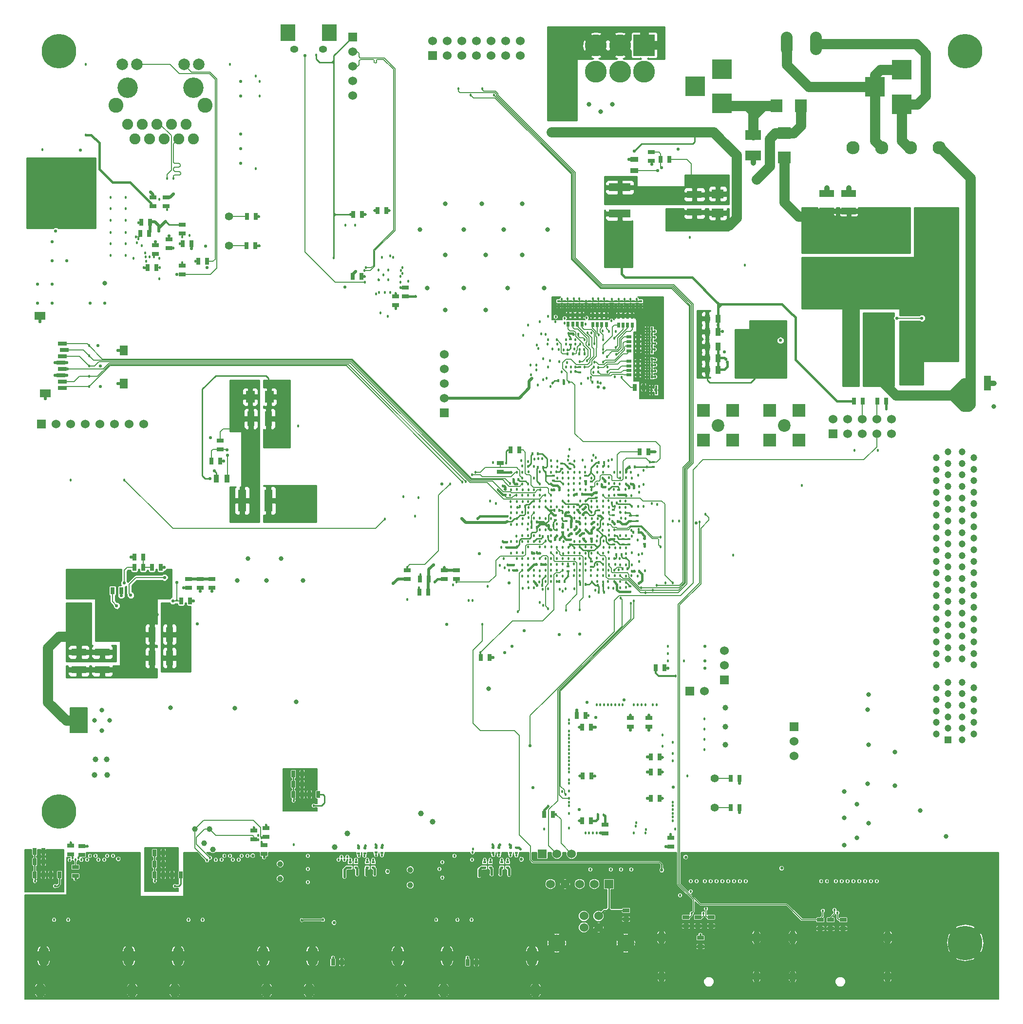
<source format=gbl>
G04 (created by PCBNEW (2013-07-07 BZR 4022)-stable) date 10/11/2015 03:16:47 PM*
%MOIN*%
G04 Gerber Fmt 3.4, Leading zero omitted, Abs format*
%FSLAX34Y34*%
G01*
G70*
G90*
G04 APERTURE LIST*
%ADD10C,0.00590551*%
%ADD11R,0.06X0.06*%
%ADD12C,0.06*%
%ADD13O,0.0511811X0.0905512*%
%ADD14O,0.0511811X0.0748031*%
%ADD15C,0.23622*%
%ADD16C,0.0905512*%
%ADD17R,0.0984252X0.11811*%
%ADD18O,0.0570866X0.0472441*%
%ADD19R,0.0787402X0.0866*%
%ADD20R,0.0866X0.0787402*%
%ADD21C,0.11811*%
%ADD22R,0.025X0.045*%
%ADD23R,0.045X0.025*%
%ADD24C,0.056*%
%ADD25R,0.0157X0.0236*%
%ADD26R,0.0236X0.0157*%
%ADD27R,0.02X0.036*%
%ADD28R,0.036X0.02*%
%ADD29R,0.035X0.055*%
%ADD30R,0.0591X0.0315*%
%ADD31R,0.0748X0.0551*%
%ADD32R,0.0551X0.0709*%
%ADD33O,0.0708661X0.137795*%
%ADD34O,0.0708661X0.0925197*%
%ADD35C,0.102362*%
%ADD36C,0.139764*%
%ADD37C,0.0751968*%
%ADD38C,0.0787402*%
%ADD39R,0.05X0.1*%
%ADD40R,0.1X0.05*%
%ADD41R,0.15X0.055*%
%ADD42R,0.08X0.06*%
%ADD43R,0.055X0.035*%
%ADD44R,0.06X0.08*%
%ADD45R,0.055X0.15*%
%ADD46O,0.08X0.16*%
%ADD47R,0.1378X0.1378*%
%ADD48R,0.0472441X0.0472441*%
%ADD49C,0.0472441*%
%ADD50R,0.11X0.07*%
%ADD51C,0.0866142*%
%ADD52R,0.0866142X0.0866142*%
%ADD53C,0.0393701*%
%ADD54C,0.15*%
%ADD55R,0.15X0.15*%
%ADD56C,0.018*%
%ADD57C,0.0318*%
%ADD58C,0.022*%
%ADD59C,0.005*%
%ADD60C,0.008*%
%ADD61C,0.01*%
%ADD62C,0.016*%
%ADD63C,0.07*%
%ADD64C,0.036*%
%ADD65C,0.021*%
%ADD66C,0.012*%
%ADD67C,0.009*%
G04 APERTURE END LIST*
G54D10*
G54D11*
X47605Y-49809D03*
G54D12*
X48605Y-49809D03*
X49605Y-49809D03*
X50605Y-49809D03*
X51605Y-49809D03*
X52605Y-49809D03*
X53605Y-49809D03*
X54605Y-49809D03*
G54D13*
X99019Y-84937D03*
X105515Y-84937D03*
G54D14*
X99019Y-87606D03*
X105515Y-87606D03*
G54D15*
X48820Y-24301D03*
X110820Y-85301D03*
X110820Y-24301D03*
G54D16*
X109035Y-30921D03*
X107066Y-30921D03*
X105097Y-30921D03*
X103129Y-30921D03*
G54D17*
X67317Y-23057D03*
X64482Y-23057D03*
G54D18*
X66884Y-24189D03*
X64915Y-24189D03*
G54D19*
X97923Y-28050D03*
X99576Y-28050D03*
G54D20*
X98450Y-31576D03*
X98450Y-29923D03*
G54D12*
X85730Y-83460D03*
X84730Y-83460D03*
X84730Y-84247D03*
X85730Y-84247D03*
G54D21*
X87592Y-85310D03*
X82868Y-85310D03*
G54D22*
X84610Y-76953D03*
X85210Y-76953D03*
X84610Y-70553D03*
X85210Y-70553D03*
X89910Y-72593D03*
X89310Y-72593D03*
G54D23*
X87900Y-69923D03*
X87900Y-70523D03*
X89180Y-69923D03*
X89180Y-70523D03*
G54D22*
X84826Y-69732D03*
X84226Y-69732D03*
G54D23*
X86170Y-77800D03*
X86170Y-77200D03*
X90679Y-78118D03*
X90679Y-78718D03*
G54D22*
X84640Y-73873D03*
X85240Y-73873D03*
X89910Y-73623D03*
X89310Y-73623D03*
X89910Y-75423D03*
X89310Y-75423D03*
G54D24*
X93660Y-76033D03*
X93660Y-74033D03*
G54D22*
X94760Y-76033D03*
X95360Y-76033D03*
X95360Y-74033D03*
X94760Y-74033D03*
G54D23*
X79011Y-53092D03*
X79011Y-52492D03*
G54D22*
X74117Y-60424D03*
X73517Y-60424D03*
G54D23*
X71852Y-41086D03*
X71852Y-41686D03*
G54D22*
X69503Y-39718D03*
X68903Y-39718D03*
X88551Y-51718D03*
X89151Y-51718D03*
G54D23*
X75994Y-60404D03*
X75994Y-59804D03*
X72636Y-60400D03*
X72636Y-59800D03*
G54D22*
X79711Y-51592D03*
X80311Y-51592D03*
X88821Y-47312D03*
X88221Y-47312D03*
X74087Y-61315D03*
X73487Y-61315D03*
G54D25*
X81585Y-52771D03*
X81939Y-52771D03*
G54D26*
X86187Y-53758D03*
X86187Y-54112D03*
G54D25*
X87844Y-52762D03*
X88198Y-52762D03*
X82268Y-57521D03*
X81914Y-57521D03*
G54D26*
X82656Y-53690D03*
X82656Y-53336D03*
X84855Y-53707D03*
X84855Y-53353D03*
G54D25*
X84249Y-54610D03*
X84603Y-54610D03*
X89034Y-46592D03*
X89388Y-46592D03*
G54D26*
X83787Y-52516D03*
X83787Y-52870D03*
X83196Y-52882D03*
X83196Y-52528D03*
X85580Y-54837D03*
X85580Y-54483D03*
G54D25*
X82732Y-57701D03*
X83086Y-57701D03*
X87301Y-58756D03*
X86947Y-58756D03*
G54D26*
X85230Y-59569D03*
X85230Y-59215D03*
G54D25*
X81222Y-51859D03*
X81576Y-51859D03*
G54D26*
X83645Y-59895D03*
X83645Y-59541D03*
G54D25*
X85745Y-61324D03*
X86099Y-61324D03*
G54D26*
X87121Y-54665D03*
X87121Y-54311D03*
X84711Y-57290D03*
X84711Y-57644D03*
G54D25*
X84208Y-56492D03*
X83854Y-56492D03*
G54D26*
X84687Y-55652D03*
X84687Y-56006D03*
X85236Y-57644D03*
X85236Y-57290D03*
X83520Y-56444D03*
X83520Y-56090D03*
X85744Y-55712D03*
X85744Y-56066D03*
G54D25*
X84208Y-56852D03*
X83854Y-56852D03*
G54D26*
X88888Y-58018D03*
X88888Y-57664D03*
G54D25*
X88123Y-57210D03*
X88477Y-57210D03*
X86634Y-55199D03*
X86988Y-55199D03*
G54D26*
X88358Y-56089D03*
X88358Y-56443D03*
G54D25*
X86674Y-56469D03*
X87028Y-56469D03*
G54D26*
X87795Y-57698D03*
X87795Y-58052D03*
X87391Y-57698D03*
X87391Y-58052D03*
X87906Y-56087D03*
X87906Y-56441D03*
X82786Y-56394D03*
X82786Y-56040D03*
G54D25*
X86098Y-52447D03*
X85744Y-52447D03*
X87719Y-59700D03*
X87365Y-59700D03*
X84834Y-60796D03*
X84480Y-60796D03*
G54D26*
X87860Y-61281D03*
X87860Y-60927D03*
G54D25*
X85683Y-60852D03*
X86037Y-60852D03*
G54D26*
X83811Y-57699D03*
X83811Y-58053D03*
X79917Y-59451D03*
X79917Y-59805D03*
G54D25*
X83051Y-55715D03*
X82697Y-55715D03*
X82648Y-56747D03*
X82294Y-56747D03*
G54D26*
X79461Y-56115D03*
X79461Y-56469D03*
G54D25*
X83036Y-54315D03*
X82682Y-54315D03*
X81139Y-56504D03*
X81493Y-56504D03*
X81169Y-58627D03*
X81523Y-58627D03*
G54D26*
X79343Y-54287D03*
X79343Y-54641D03*
G54D25*
X81139Y-56894D03*
X81493Y-56894D03*
X80348Y-55457D03*
X80702Y-55457D03*
G54D26*
X79436Y-57890D03*
X79436Y-58244D03*
X86764Y-57683D03*
X86764Y-58037D03*
G54D25*
X88517Y-59880D03*
X88163Y-59880D03*
X79897Y-53629D03*
X80251Y-53629D03*
G54D26*
X84305Y-55688D03*
X84305Y-55334D03*
X84441Y-45916D03*
X84441Y-46270D03*
G54D25*
X82977Y-46849D03*
X83331Y-46849D03*
G54D26*
X83814Y-44029D03*
X83814Y-44383D03*
G54D25*
X89334Y-47692D03*
X89688Y-47692D03*
G54D26*
X85911Y-41769D03*
X85911Y-41415D03*
X83811Y-41769D03*
X83811Y-41415D03*
X86911Y-41769D03*
X86911Y-41415D03*
X86311Y-41769D03*
X86311Y-41415D03*
X84211Y-41769D03*
X84211Y-41415D03*
X83411Y-41769D03*
X83411Y-41415D03*
X85511Y-41769D03*
X85511Y-41415D03*
X85111Y-41769D03*
X85111Y-41415D03*
X84611Y-41769D03*
X84611Y-41415D03*
G54D25*
X89034Y-43692D03*
X89388Y-43692D03*
G54D26*
X83011Y-41769D03*
X83011Y-41415D03*
X88111Y-41769D03*
X88111Y-41415D03*
X88611Y-41769D03*
X88611Y-41415D03*
G54D25*
X89034Y-43292D03*
X89388Y-43292D03*
X89034Y-45792D03*
X89388Y-45792D03*
X89034Y-44092D03*
X89388Y-44092D03*
X89034Y-44492D03*
X89388Y-44492D03*
G54D26*
X87311Y-41769D03*
X87311Y-41415D03*
G54D25*
X89334Y-47292D03*
X89688Y-47292D03*
X89034Y-45392D03*
X89388Y-45392D03*
X89034Y-44892D03*
X89388Y-44892D03*
X89034Y-46192D03*
X89388Y-46192D03*
G54D26*
X87711Y-41769D03*
X87711Y-41415D03*
G54D27*
X86268Y-42393D03*
X86268Y-43021D03*
X85953Y-42393D03*
X85953Y-43021D03*
X85639Y-42393D03*
X85639Y-43021D03*
X85324Y-42393D03*
X85324Y-43021D03*
G54D28*
X88420Y-46464D03*
X87792Y-46464D03*
X88420Y-46149D03*
X87792Y-46149D03*
X88420Y-45835D03*
X87792Y-45835D03*
X88420Y-45520D03*
X87792Y-45520D03*
X88445Y-44799D03*
X87817Y-44799D03*
X88445Y-44484D03*
X87817Y-44484D03*
X88445Y-44170D03*
X87817Y-44170D03*
X88445Y-43855D03*
X87817Y-43855D03*
G54D27*
X88038Y-42418D03*
X88038Y-43046D03*
X87723Y-42418D03*
X87723Y-43046D03*
X87409Y-42418D03*
X87409Y-43046D03*
X87094Y-42418D03*
X87094Y-43046D03*
X84593Y-42368D03*
X84593Y-42996D03*
X84278Y-42368D03*
X84278Y-42996D03*
X83964Y-42368D03*
X83964Y-42996D03*
X83649Y-42368D03*
X83649Y-42996D03*
G54D11*
X74385Y-24620D03*
G54D12*
X74385Y-23620D03*
X75385Y-24620D03*
X75385Y-23620D03*
X76385Y-24620D03*
X76385Y-23620D03*
X77385Y-24620D03*
X77385Y-23620D03*
X78385Y-24620D03*
X78385Y-23620D03*
X79385Y-24620D03*
X79385Y-23620D03*
X80385Y-24620D03*
X80385Y-23620D03*
G54D25*
X84776Y-45026D03*
X84422Y-45026D03*
X85665Y-46957D03*
X85311Y-46957D03*
X83958Y-45022D03*
X83604Y-45022D03*
X83994Y-43667D03*
X84348Y-43667D03*
G54D23*
X75188Y-60418D03*
X75188Y-59818D03*
G54D25*
X88156Y-54178D03*
X87802Y-54178D03*
G54D26*
X83271Y-56870D03*
X83271Y-57224D03*
G54D25*
X83866Y-57326D03*
X84220Y-57326D03*
G54D26*
X85413Y-56513D03*
X85413Y-56867D03*
X89472Y-52400D03*
X89472Y-52754D03*
X85255Y-54117D03*
X85255Y-53763D03*
G54D25*
X81866Y-60845D03*
X81512Y-60845D03*
X83402Y-60592D03*
X83048Y-60592D03*
G54D29*
X93158Y-44505D03*
X93908Y-44505D03*
G54D23*
X87620Y-83667D03*
X87620Y-83067D03*
G54D22*
X77365Y-86634D03*
X76765Y-86634D03*
G54D23*
X62828Y-79231D03*
X62828Y-78631D03*
X62975Y-77455D03*
X62975Y-78055D03*
X62135Y-77623D03*
X62135Y-78223D03*
X50388Y-78666D03*
X50388Y-79266D03*
X49925Y-80719D03*
X49925Y-80119D03*
X49600Y-78658D03*
X49600Y-79258D03*
G54D30*
X49025Y-47350D03*
X49025Y-46917D03*
X48946Y-46484D03*
X49025Y-46051D03*
X48946Y-45618D03*
X49025Y-45185D03*
X49182Y-44752D03*
X49025Y-44319D03*
G54D31*
X47887Y-47704D03*
X47498Y-42429D03*
G54D32*
X53225Y-47033D03*
X53225Y-44789D03*
G54D33*
X66160Y-86200D03*
X71987Y-86200D03*
G54D34*
X65924Y-88546D03*
X72223Y-88546D03*
G54D33*
X56960Y-86200D03*
X62787Y-86200D03*
G54D34*
X56724Y-88546D03*
X63023Y-88546D03*
G54D33*
X47760Y-86200D03*
X53587Y-86200D03*
G54D34*
X47524Y-88546D03*
X53823Y-88546D03*
G54D33*
X75360Y-86200D03*
X81187Y-86200D03*
G54D34*
X75124Y-88546D03*
X81423Y-88546D03*
G54D22*
X55482Y-39112D03*
X54882Y-39112D03*
G54D23*
X55417Y-38178D03*
X55417Y-37578D03*
X57234Y-36788D03*
X57234Y-36188D03*
G54D22*
X61668Y-35605D03*
X62268Y-35605D03*
G54D23*
X55250Y-34909D03*
X55250Y-34309D03*
X56150Y-34909D03*
X56150Y-34309D03*
X57251Y-38990D03*
X57251Y-39590D03*
G54D22*
X61637Y-37605D03*
X62237Y-37605D03*
X90236Y-66498D03*
X89636Y-66498D03*
X58351Y-38690D03*
X58951Y-38690D03*
G54D35*
X52701Y-28010D03*
X58800Y-28010D03*
G54D36*
X53500Y-26809D03*
X58000Y-26809D03*
G54D37*
X56498Y-29309D03*
X57998Y-30309D03*
X56998Y-30309D03*
X55998Y-30309D03*
X54998Y-30309D03*
X55498Y-29309D03*
X54498Y-29309D03*
X57498Y-29309D03*
G54D38*
X58361Y-25211D03*
X57361Y-25211D03*
X54140Y-25211D03*
X53140Y-25211D03*
G54D37*
X53498Y-29309D03*
X53998Y-30309D03*
G54D23*
X56344Y-37793D03*
X56344Y-37193D03*
G54D22*
X53970Y-59610D03*
X54570Y-59610D03*
X54570Y-58910D03*
X53970Y-58910D03*
X55770Y-59610D03*
X55170Y-59610D03*
G54D23*
X58470Y-61010D03*
X58470Y-60410D03*
X59270Y-60410D03*
X59270Y-61010D03*
G54D22*
X59241Y-52353D03*
X59841Y-52353D03*
G54D23*
X57670Y-61010D03*
X57670Y-60410D03*
X89338Y-31226D03*
X89338Y-31826D03*
G54D24*
X60447Y-35605D03*
X60447Y-37605D03*
G54D39*
X55170Y-64210D03*
X56370Y-64210D03*
X55170Y-65810D03*
X56370Y-65810D03*
G54D22*
X53070Y-61210D03*
X52470Y-61210D03*
X57770Y-61910D03*
X57170Y-61910D03*
G54D40*
X51770Y-66610D03*
X51770Y-65410D03*
X50170Y-66610D03*
X50170Y-65410D03*
X101350Y-34050D03*
X101350Y-35250D03*
G54D39*
X112350Y-47000D03*
X111150Y-47000D03*
G54D40*
X102850Y-34050D03*
X102850Y-35250D03*
G54D29*
X93158Y-42605D03*
X93908Y-42605D03*
X59566Y-53553D03*
X60316Y-53553D03*
G54D41*
X87188Y-33626D03*
X87188Y-35426D03*
G54D42*
X93888Y-34076D03*
X93888Y-35376D03*
G54D23*
X59841Y-50953D03*
X59841Y-51553D03*
G54D22*
X90588Y-31726D03*
X89988Y-31726D03*
G54D43*
X88188Y-31726D03*
X88188Y-32476D03*
G54D44*
X61891Y-47953D03*
X63191Y-47953D03*
G54D39*
X61941Y-49453D03*
X63141Y-49453D03*
G54D45*
X61341Y-55053D03*
X63141Y-55053D03*
G54D29*
X93158Y-45305D03*
X93908Y-45305D03*
X93908Y-43505D03*
X93158Y-43505D03*
X93158Y-46105D03*
X93908Y-46105D03*
G54D40*
X92288Y-35326D03*
X92288Y-34126D03*
G54D13*
X90034Y-84937D03*
X96531Y-84937D03*
G54D14*
X90034Y-87606D03*
X96531Y-87606D03*
G54D46*
X98602Y-23793D03*
X100602Y-23793D03*
G54D47*
X106478Y-27943D03*
X106478Y-25581D03*
X104628Y-26762D03*
X94182Y-27895D03*
X94182Y-25533D03*
X92332Y-26714D03*
G54D48*
X109631Y-71407D03*
G54D49*
X108843Y-71013D03*
X109631Y-70620D03*
X108843Y-70226D03*
X109631Y-69832D03*
X108843Y-69438D03*
X109631Y-69045D03*
X108843Y-68651D03*
X109631Y-68257D03*
X108843Y-67864D03*
X109631Y-67470D03*
X108843Y-66289D03*
X109631Y-65895D03*
X108843Y-65501D03*
X109631Y-65108D03*
X108843Y-64714D03*
X109631Y-64320D03*
X108843Y-63927D03*
X109631Y-63533D03*
X108843Y-63139D03*
X109631Y-62746D03*
X108843Y-62352D03*
X109631Y-61958D03*
X108843Y-61564D03*
X109631Y-61171D03*
X108843Y-60777D03*
X109631Y-60383D03*
X108843Y-59990D03*
X109631Y-59596D03*
X108843Y-59202D03*
X109631Y-58809D03*
X108843Y-58415D03*
X109631Y-58021D03*
X108843Y-57627D03*
X109631Y-57234D03*
X108843Y-56840D03*
X109631Y-56446D03*
X108843Y-56053D03*
X109631Y-55659D03*
X108843Y-55265D03*
X109631Y-54872D03*
X108843Y-54478D03*
X109631Y-54084D03*
X108843Y-53690D03*
X109631Y-53297D03*
X108843Y-52903D03*
X109631Y-52509D03*
X108843Y-52116D03*
X110615Y-71407D03*
X111402Y-71013D03*
X110615Y-70620D03*
X111402Y-70226D03*
X110615Y-69832D03*
X111402Y-69438D03*
X110615Y-69045D03*
X111402Y-68651D03*
X110615Y-68257D03*
X111402Y-67864D03*
X110615Y-67470D03*
X111402Y-66289D03*
X110615Y-65895D03*
X111402Y-65501D03*
X110615Y-65108D03*
X111402Y-64714D03*
X110615Y-64320D03*
X111402Y-63927D03*
X110615Y-63533D03*
X111402Y-63139D03*
X110615Y-62746D03*
X111402Y-62352D03*
X110615Y-61958D03*
X111402Y-61564D03*
X110615Y-61171D03*
X111402Y-60777D03*
X110615Y-60383D03*
X111402Y-59990D03*
X110615Y-59596D03*
X111402Y-59202D03*
X110615Y-58809D03*
X111402Y-58415D03*
X110615Y-58021D03*
X111402Y-57627D03*
X110615Y-57234D03*
X111402Y-56840D03*
X110615Y-56446D03*
X111402Y-56053D03*
X110615Y-55659D03*
X111402Y-55265D03*
X110615Y-54872D03*
X111402Y-54478D03*
X110615Y-54084D03*
X111402Y-53690D03*
X110615Y-53297D03*
X111402Y-52903D03*
X110615Y-52509D03*
X111402Y-52116D03*
X109631Y-51722D03*
X110615Y-51722D03*
G54D22*
X47150Y-79050D03*
X47750Y-79050D03*
X55350Y-79150D03*
X55950Y-79150D03*
G54D23*
X91715Y-83551D03*
X91715Y-84151D03*
X100897Y-83731D03*
X100897Y-84331D03*
X101595Y-83730D03*
X101595Y-84330D03*
X102467Y-83730D03*
X102467Y-84330D03*
X92527Y-83539D03*
X92527Y-84139D03*
X93425Y-83543D03*
X93425Y-84143D03*
G54D22*
X104800Y-48250D03*
X105400Y-48250D03*
X103800Y-48250D03*
X103200Y-48250D03*
X64850Y-73750D03*
X65450Y-73750D03*
G54D11*
X101772Y-50488D03*
G54D12*
X101772Y-49488D03*
X102772Y-50488D03*
X102772Y-49488D03*
X103772Y-50488D03*
X103772Y-49488D03*
X104772Y-50488D03*
X104772Y-49488D03*
X105772Y-50488D03*
X105772Y-49488D03*
G54D11*
X68890Y-23340D03*
G54D12*
X68890Y-24340D03*
X68890Y-25340D03*
X68890Y-26340D03*
X68890Y-27340D03*
G54D11*
X86441Y-81277D03*
G54D12*
X85441Y-81277D03*
X84441Y-81277D03*
X83441Y-81277D03*
X82441Y-81277D03*
G54D11*
X75172Y-49040D03*
G54D12*
X75172Y-48040D03*
X75172Y-47040D03*
X75172Y-46040D03*
X75172Y-45040D03*
G54D11*
X94331Y-67307D03*
G54D12*
X94331Y-66307D03*
X94331Y-65307D03*
G54D11*
X91969Y-68071D03*
G54D12*
X92969Y-68071D03*
G54D22*
X71206Y-35213D03*
X70606Y-35213D03*
X54446Y-36025D03*
X55046Y-36025D03*
X54364Y-36766D03*
X54964Y-36766D03*
X57283Y-37486D03*
X57883Y-37486D03*
G54D50*
X96300Y-31454D03*
X96300Y-30054D03*
G54D22*
X68945Y-35479D03*
X69545Y-35479D03*
G54D26*
X80105Y-79147D03*
X80105Y-78793D03*
X79703Y-79147D03*
X79703Y-78793D03*
X79508Y-79791D03*
X79508Y-80145D03*
X79115Y-79791D03*
X79115Y-80145D03*
X78923Y-79147D03*
X78923Y-78793D03*
X78522Y-79147D03*
X78522Y-78793D03*
X77933Y-79791D03*
X77933Y-80145D03*
X78328Y-79791D03*
X78328Y-80145D03*
X70902Y-79143D03*
X70902Y-78789D03*
X70505Y-78777D03*
X70505Y-79131D03*
X70310Y-79791D03*
X70310Y-80145D03*
X69914Y-80145D03*
X69914Y-79791D03*
X69726Y-79177D03*
X69726Y-78823D03*
X69322Y-78827D03*
X69322Y-79181D03*
X69127Y-79791D03*
X69127Y-80145D03*
X68733Y-80145D03*
X68733Y-79791D03*
G54D51*
X98450Y-49900D03*
G54D52*
X99453Y-48896D03*
X99453Y-50903D03*
X97446Y-50903D03*
X97446Y-48896D03*
G54D51*
X93900Y-49900D03*
G54D52*
X94903Y-48896D03*
X94903Y-50903D03*
X92896Y-50903D03*
X92896Y-48896D03*
G54D22*
X78260Y-65770D03*
X77660Y-65770D03*
X57150Y-80650D03*
X56550Y-80650D03*
X55350Y-80650D03*
X55950Y-80650D03*
X55354Y-79920D03*
X55954Y-79920D03*
X47150Y-80650D03*
X47750Y-80650D03*
X47150Y-79750D03*
X47750Y-79750D03*
X48850Y-80650D03*
X48250Y-80650D03*
X68157Y-86630D03*
X67557Y-86630D03*
X66550Y-75150D03*
X65950Y-75150D03*
X64850Y-75150D03*
X65450Y-75150D03*
X64850Y-74450D03*
X65450Y-74450D03*
G54D26*
X86743Y-55683D03*
X86743Y-56037D03*
G54D25*
X81466Y-59406D03*
X81820Y-59406D03*
G54D23*
X72516Y-41066D03*
X72516Y-40466D03*
G54D22*
X82600Y-76500D03*
X82000Y-76500D03*
G54D53*
X51237Y-73800D03*
X59100Y-77500D03*
X52086Y-72746D03*
X72850Y-80300D03*
X72850Y-81350D03*
X63950Y-79900D03*
X63950Y-80900D03*
X58100Y-77500D03*
X94400Y-71750D03*
X94400Y-70500D03*
X94400Y-69200D03*
G54D23*
X92693Y-84965D03*
X92693Y-85565D03*
G54D54*
X88856Y-25708D03*
X87206Y-25708D03*
X85556Y-25708D03*
X85556Y-23908D03*
X87206Y-23908D03*
G54D55*
X88856Y-23908D03*
G54D53*
X73560Y-76460D03*
X74380Y-77020D03*
X68540Y-77830D03*
X67670Y-78750D03*
X52101Y-73814D03*
X51300Y-72760D03*
X58750Y-78480D03*
X59340Y-78910D03*
G54D11*
X99110Y-70522D03*
G54D12*
X99110Y-71522D03*
X99110Y-72522D03*
G54D11*
X81887Y-79205D03*
G54D12*
X82887Y-79205D03*
X83887Y-79205D03*
G54D15*
X48820Y-76301D03*
G54D56*
X86298Y-45211D03*
X84816Y-52744D03*
X86041Y-44962D03*
X84651Y-52297D03*
X85077Y-44374D03*
X85245Y-53516D03*
X86653Y-52256D03*
X86429Y-43482D03*
X85730Y-43706D03*
X86409Y-52318D03*
X84846Y-54307D03*
X87303Y-46601D03*
X86919Y-44568D03*
X85645Y-53902D03*
X84445Y-53892D03*
X86029Y-45575D03*
X85697Y-45961D03*
X83675Y-54332D03*
X85641Y-53105D03*
X86031Y-44047D03*
X85723Y-46242D03*
X83627Y-53113D03*
X86039Y-44711D03*
X84029Y-53508D03*
X86350Y-46243D03*
X84460Y-54298D03*
X86049Y-53108D03*
X86823Y-43948D03*
X86951Y-45058D03*
X85548Y-52099D03*
X84810Y-53100D03*
X85407Y-45928D03*
X85434Y-44330D03*
X85359Y-51962D03*
X85428Y-45580D03*
X85276Y-52300D03*
X84779Y-45929D03*
X83657Y-53502D03*
X84775Y-44035D03*
X86419Y-52706D03*
X84743Y-44718D03*
X84435Y-53112D03*
X84441Y-44718D03*
X84475Y-53516D03*
X83046Y-45533D03*
X82485Y-53120D03*
X83346Y-44758D03*
X82464Y-52303D03*
X81701Y-53096D03*
X82266Y-44044D03*
X82161Y-46666D03*
X81603Y-52195D03*
X80928Y-53095D03*
X81605Y-44658D03*
X80907Y-52372D03*
X81459Y-46102D03*
X81505Y-44410D03*
X80511Y-52698D03*
X81487Y-45796D03*
X80442Y-52300D03*
X83205Y-46240D03*
X82890Y-52762D03*
X83505Y-44344D03*
X82902Y-52360D03*
X84073Y-53122D03*
X83841Y-45919D03*
X84075Y-52352D03*
X84144Y-44350D03*
X83625Y-52270D03*
X83833Y-46243D03*
X84083Y-44674D03*
X83731Y-51552D03*
X82890Y-44354D03*
X82491Y-52729D03*
X82263Y-45926D03*
X81882Y-52189D03*
X83261Y-53512D03*
X82996Y-44701D03*
X83567Y-45604D03*
X83669Y-52020D03*
X83265Y-53140D03*
X83517Y-45926D03*
X84990Y-46696D03*
X84048Y-54307D03*
X83665Y-53926D03*
X84430Y-45551D03*
X86443Y-53473D03*
X86352Y-45931D03*
X82899Y-53521D03*
X82413Y-45466D03*
X81354Y-52219D03*
X82249Y-44364D03*
X82584Y-44698D03*
X81305Y-52724D03*
X84939Y-45472D03*
X85638Y-52726D03*
X100957Y-81079D03*
X82090Y-56267D03*
X82488Y-56266D03*
X101357Y-81080D03*
X102071Y-83247D03*
X80133Y-55099D03*
X101874Y-83059D03*
X79719Y-55099D03*
X102362Y-81079D03*
X87622Y-58267D03*
X87604Y-57452D03*
X103162Y-81079D03*
X87571Y-55508D03*
X103962Y-81079D03*
X104762Y-81080D03*
X87586Y-55066D03*
X87205Y-58268D03*
X101962Y-81079D03*
X87207Y-57450D03*
X102761Y-81080D03*
X87163Y-55529D03*
X103562Y-81080D03*
X104362Y-81080D03*
X87216Y-55066D03*
X92045Y-81079D03*
X81699Y-58231D03*
X92445Y-81080D03*
X82076Y-58217D03*
X93087Y-82965D03*
X83640Y-57062D03*
X81310Y-60197D03*
X92890Y-83278D03*
X79594Y-59821D03*
X95395Y-81080D03*
X88511Y-54492D03*
X94595Y-81080D03*
X88455Y-55433D03*
X93794Y-81080D03*
X88421Y-57742D03*
X88481Y-58752D03*
X92995Y-81079D03*
X95795Y-81080D03*
X87976Y-54702D03*
X94995Y-81079D03*
X88803Y-55436D03*
X94195Y-81079D03*
X88006Y-57497D03*
X93395Y-81079D03*
X88717Y-58678D03*
X57727Y-36916D03*
X62276Y-32357D03*
X55678Y-34446D03*
X53908Y-38485D03*
X81305Y-55494D03*
X55673Y-38470D03*
X81301Y-54668D03*
X55669Y-39892D03*
X82094Y-55087D03*
X81705Y-55094D03*
X55698Y-39112D03*
X53367Y-38292D03*
X80139Y-56668D03*
X53366Y-34312D03*
X81688Y-55471D03*
X53367Y-35091D03*
X82488Y-55483D03*
X53366Y-35891D03*
X82484Y-55086D03*
X80935Y-54310D03*
X53366Y-36710D03*
X53366Y-37491D03*
X80527Y-54310D03*
X54233Y-37161D03*
X79735Y-56670D03*
X80919Y-55100D03*
X54990Y-38379D03*
X54143Y-37403D03*
X80927Y-55500D03*
X54469Y-37616D03*
X80539Y-55100D03*
X80125Y-54295D03*
X54720Y-38118D03*
X54734Y-38367D03*
X79734Y-54299D03*
X57228Y-37003D03*
X50638Y-30044D03*
X56203Y-35152D03*
X55095Y-34704D03*
X55298Y-38394D03*
X56655Y-37790D03*
X57069Y-37476D03*
X52336Y-35891D03*
X54233Y-36058D03*
X52335Y-37491D03*
G54D57*
X51931Y-40191D03*
G54D56*
X52336Y-36710D03*
X52337Y-35091D03*
X54070Y-37004D03*
X90809Y-60687D03*
X86030Y-54688D03*
X90465Y-65500D03*
X90316Y-60682D03*
X90465Y-65000D03*
X90465Y-66000D03*
X91561Y-66003D03*
X86063Y-57828D03*
X86427Y-57414D03*
X85641Y-55492D03*
X86027Y-55868D03*
X86461Y-58242D03*
X86391Y-58584D03*
X86025Y-56635D03*
X85659Y-56680D03*
X87121Y-59774D03*
X86861Y-59406D03*
X87207Y-59436D03*
X87161Y-59022D03*
X88492Y-59226D03*
X87999Y-59438D03*
X86057Y-58234D03*
X85621Y-57812D03*
X86021Y-57090D03*
X85639Y-57468D03*
X86796Y-54672D03*
X86786Y-54267D03*
X88790Y-53933D03*
X87607Y-53496D03*
X88821Y-52972D03*
X87951Y-53101D03*
X88409Y-60217D03*
X87966Y-60172D03*
X86447Y-59018D03*
X86027Y-58642D03*
X88000Y-58625D03*
X87609Y-58674D03*
X85659Y-56286D03*
X85261Y-56270D03*
X86811Y-53877D03*
X87171Y-53907D03*
X88518Y-54098D03*
X87571Y-54272D03*
X88447Y-53312D03*
X87991Y-53507D03*
X88920Y-59855D03*
X87606Y-59432D03*
X86031Y-55084D03*
X86401Y-55042D03*
X86436Y-55502D03*
X86026Y-55432D03*
X87218Y-53500D03*
X86387Y-56683D03*
X89980Y-57540D03*
X86817Y-57051D03*
X89970Y-58200D03*
X91250Y-56445D03*
X87259Y-56242D03*
X90800Y-56445D03*
X87586Y-56281D03*
X87221Y-53117D03*
X99636Y-54010D03*
X85622Y-55097D03*
X85229Y-55068D03*
X85243Y-55475D03*
X86438Y-53896D03*
X83665Y-54686D03*
X83667Y-55081D03*
X80518Y-53114D03*
G54D58*
X75002Y-53901D03*
G54D56*
X90123Y-71066D03*
X82882Y-60193D03*
X87227Y-61711D03*
X83705Y-70810D03*
X83670Y-58628D03*
X83705Y-71066D03*
X83275Y-58232D03*
X82521Y-58213D03*
X83705Y-71322D03*
X84029Y-59380D03*
X83705Y-70042D03*
X83665Y-59022D03*
X83705Y-70298D03*
X82881Y-58626D03*
X83706Y-76441D03*
X88924Y-69018D03*
X87603Y-60200D03*
X87604Y-60987D03*
X88668Y-69018D03*
X86380Y-60598D03*
X85085Y-77798D03*
X85341Y-77797D03*
X86407Y-61006D03*
X86826Y-60198D03*
X88284Y-77316D03*
X88291Y-77068D03*
X86754Y-61046D03*
X85204Y-59806D03*
X88924Y-77798D03*
X85632Y-60197D03*
X88981Y-77544D03*
X84451Y-57841D03*
X88412Y-69018D03*
X84850Y-58231D03*
X88156Y-69018D03*
X86363Y-69019D03*
X87211Y-60594D03*
X87219Y-61018D03*
X86107Y-69019D03*
X85851Y-69019D03*
X86026Y-59798D03*
X86433Y-60190D03*
X85595Y-69015D03*
X85639Y-59422D03*
X83705Y-77464D03*
X84829Y-77797D03*
X85659Y-59789D03*
X82486Y-59414D03*
X85597Y-77797D03*
X83705Y-74137D03*
X86041Y-59042D03*
X86418Y-59806D03*
X83705Y-74393D03*
X85251Y-58638D03*
X83230Y-74954D03*
X83705Y-74905D03*
X85617Y-58988D03*
X88136Y-61915D03*
X83482Y-75161D03*
X87952Y-62084D03*
X83704Y-75417D03*
X84846Y-58632D03*
X83705Y-75672D03*
X83705Y-75928D03*
X84846Y-59019D03*
X83705Y-71578D03*
X81702Y-60211D03*
X81921Y-61100D03*
X83705Y-71834D03*
X81672Y-60601D03*
X83705Y-72090D03*
X81293Y-61012D03*
X83705Y-72346D03*
X80917Y-60202D03*
X83705Y-72601D03*
X83705Y-72857D03*
X80926Y-61006D03*
X83705Y-73113D03*
X80909Y-60614D03*
X83705Y-73369D03*
X80526Y-61042D03*
X89691Y-69018D03*
X84828Y-59377D03*
X82881Y-59807D03*
X90814Y-76953D03*
X90815Y-76697D03*
X82487Y-59812D03*
X84060Y-58624D03*
X90814Y-76441D03*
X90815Y-76185D03*
X83332Y-57854D03*
X81711Y-59857D03*
X90815Y-75929D03*
X82093Y-59807D03*
X90815Y-75673D03*
X83257Y-59375D03*
X87131Y-69019D03*
X86619Y-69019D03*
X83274Y-59018D03*
X86032Y-60188D03*
X90123Y-71834D03*
X82093Y-59019D03*
X87387Y-69019D03*
X82882Y-59020D03*
X86875Y-69019D03*
X89436Y-69018D03*
X84480Y-59388D03*
X101088Y-83104D03*
X93042Y-55976D03*
X81307Y-56262D03*
X92636Y-56503D03*
X81693Y-56261D03*
X92103Y-83282D03*
X80220Y-62645D03*
X80518Y-59807D03*
X77295Y-53110D03*
X80523Y-53530D03*
X49408Y-46051D03*
X82083Y-54691D03*
X81729Y-54328D03*
X50865Y-45850D03*
X76639Y-53754D03*
X50865Y-46550D03*
X76400Y-53768D03*
X50865Y-47250D03*
X79689Y-53894D03*
X50865Y-44450D03*
X50865Y-45150D03*
X80517Y-53926D03*
X80519Y-60200D03*
X75761Y-60815D03*
X80151Y-53128D03*
X77067Y-53281D03*
X72643Y-59599D03*
X75564Y-53900D03*
X78143Y-60913D03*
X82487Y-57432D03*
X82111Y-57817D03*
X76004Y-60614D03*
X85113Y-61607D03*
X78524Y-79297D03*
X78918Y-79316D03*
X85221Y-60169D03*
X79115Y-79626D03*
X85508Y-61191D03*
X79508Y-79626D03*
X85635Y-60591D03*
X79705Y-79325D03*
X84454Y-59806D03*
X80099Y-79331D03*
X84849Y-59807D03*
X77138Y-78874D03*
X84435Y-58642D03*
X84062Y-59807D03*
X77933Y-79626D03*
X78327Y-79626D03*
X84048Y-60172D03*
X81303Y-59803D03*
X77070Y-79616D03*
X84445Y-59005D03*
X77114Y-79113D03*
X82487Y-59019D03*
X75861Y-79354D03*
X69324Y-79354D03*
X81712Y-62012D03*
X69718Y-79347D03*
X81930Y-62206D03*
X69914Y-79626D03*
X83471Y-61089D03*
X70308Y-79626D03*
X83260Y-60211D03*
X70506Y-79300D03*
X83078Y-61123D03*
X70899Y-79312D03*
X83274Y-61254D03*
X68536Y-79408D03*
X82287Y-61090D03*
X84067Y-61081D03*
X68734Y-79625D03*
X84450Y-60190D03*
X69127Y-79625D03*
X82459Y-60203D03*
X67947Y-79625D03*
X82093Y-60580D03*
X68340Y-79627D03*
X68142Y-79414D03*
X82460Y-60568D03*
X50924Y-79359D03*
X80516Y-56655D03*
X51318Y-79343D03*
X80914Y-56657D03*
X51515Y-79625D03*
X79731Y-55880D03*
X51910Y-79625D03*
X80147Y-55878D03*
X52106Y-79349D03*
X79733Y-55478D03*
X52499Y-79342D03*
X80912Y-55871D03*
X78697Y-55249D03*
X80948Y-56229D03*
X50137Y-79478D03*
X79719Y-56264D03*
X50334Y-79629D03*
X80525Y-56270D03*
X50727Y-79623D03*
X72371Y-54787D03*
X79669Y-54672D03*
X49546Y-79633D03*
X49940Y-79629D03*
X78314Y-55092D03*
X80507Y-54666D03*
X80512Y-55854D03*
X73418Y-54865D03*
X49743Y-79478D03*
X79731Y-57834D03*
X60124Y-79348D03*
X80517Y-57848D03*
X60518Y-79354D03*
X79740Y-58634D03*
X60715Y-79625D03*
X61109Y-79625D03*
X80136Y-58619D03*
X81700Y-57445D03*
X61305Y-79344D03*
X61699Y-79343D03*
X81701Y-57837D03*
X62668Y-78420D03*
X79318Y-59658D03*
X59533Y-79628D03*
X81715Y-57043D03*
X59928Y-79625D03*
X82111Y-57042D03*
X78977Y-59481D03*
X62456Y-77946D03*
X59142Y-79488D03*
X62453Y-78263D03*
X77102Y-61876D03*
X80516Y-59021D03*
X58948Y-79663D03*
X79231Y-59006D03*
X76844Y-61878D03*
X62663Y-78106D03*
X80914Y-57840D03*
X72693Y-40057D03*
X80915Y-57447D03*
X72189Y-39719D03*
X72297Y-39522D03*
X80520Y-59448D03*
X80914Y-59017D03*
X72190Y-39324D03*
X80124Y-57840D03*
X72299Y-39128D03*
X79085Y-58243D03*
X71686Y-38428D03*
X71489Y-38323D03*
X80535Y-58612D03*
X70899Y-38427D03*
X80912Y-58228D03*
X80886Y-57025D03*
X71489Y-40812D03*
X72188Y-40112D03*
X81306Y-57444D03*
X70505Y-40917D03*
X80518Y-57445D03*
X70702Y-40812D03*
X81306Y-59018D03*
X80904Y-59448D03*
X73163Y-56122D03*
X71095Y-40812D03*
G54D58*
X90054Y-80315D03*
G54D56*
X77788Y-63509D03*
X84445Y-62530D03*
X82881Y-58234D03*
X76968Y-27311D03*
X87961Y-80289D03*
X89723Y-60847D03*
X76150Y-26881D03*
X89456Y-61176D03*
X87260Y-80289D03*
X87198Y-60190D03*
X83495Y-62560D03*
X82485Y-58625D03*
X81703Y-59016D03*
X82289Y-62446D03*
X47160Y-81069D03*
X55360Y-81069D03*
X76083Y-83727D03*
X66883Y-83728D03*
X74623Y-83727D03*
X57683Y-83727D03*
X48483Y-83727D03*
X64859Y-78577D03*
X65423Y-83737D03*
X64859Y-75569D03*
G54D57*
X105271Y-37790D03*
X101866Y-37112D03*
X100459Y-37056D03*
X103406Y-37049D03*
X106497Y-35471D03*
X106488Y-37739D03*
X106470Y-36664D03*
X105279Y-35536D03*
X101095Y-36436D03*
X100450Y-35611D03*
X102250Y-36151D03*
X103750Y-35641D03*
X96300Y-29546D03*
X110700Y-48600D03*
X104384Y-46924D03*
X105500Y-47038D03*
X104845Y-44776D03*
X104871Y-43377D03*
X110750Y-47000D03*
G54D56*
X83277Y-59804D03*
X77656Y-65462D03*
G54D58*
X81048Y-71818D03*
G54D56*
X77768Y-26882D03*
X88942Y-61353D03*
X85160Y-80289D03*
X85677Y-58614D03*
X78568Y-27311D03*
X88640Y-61012D03*
X86424Y-59413D03*
X86560Y-80289D03*
G54D58*
X81254Y-74680D03*
G54D56*
X82815Y-76500D03*
G54D58*
X65644Y-24615D03*
G54D56*
X69752Y-40112D03*
X67615Y-38450D03*
X68733Y-35471D03*
X66412Y-24597D03*
X69696Y-39325D03*
X69798Y-39128D03*
X50531Y-82640D03*
X50250Y-83200D03*
X49950Y-84000D03*
X78400Y-81300D03*
X78721Y-81870D03*
X76550Y-80050D03*
X77800Y-83200D03*
X78130Y-82643D03*
X77550Y-83950D03*
X68350Y-84050D03*
X69200Y-83250D03*
X68930Y-82639D03*
X68600Y-83250D03*
X67900Y-84100D03*
X69200Y-81050D03*
X68926Y-80411D03*
X67300Y-80150D03*
X59730Y-82636D03*
X59450Y-83200D03*
X59150Y-83900D03*
X79902Y-81867D03*
X79600Y-81350D03*
X79311Y-81868D03*
X79050Y-81300D03*
X79902Y-82644D03*
X79600Y-83250D03*
X79311Y-82643D03*
X79000Y-83200D03*
X78721Y-82632D03*
X78450Y-83150D03*
X51713Y-80395D03*
X52000Y-81000D03*
X51123Y-80387D03*
X51400Y-81000D03*
X50533Y-80391D03*
X50800Y-81000D03*
X52302Y-82631D03*
X51400Y-83200D03*
X51122Y-82635D03*
X50850Y-83150D03*
X51713Y-82632D03*
X52000Y-83250D03*
X60321Y-82628D03*
X60050Y-83200D03*
X60650Y-83200D03*
X60911Y-82635D03*
X61250Y-83150D03*
X61502Y-82634D03*
X70112Y-82634D03*
X70400Y-83150D03*
X69523Y-82631D03*
X69800Y-83250D03*
X70112Y-80413D03*
X70400Y-81150D03*
X69523Y-80398D03*
X69800Y-81100D03*
X61504Y-80381D03*
X61200Y-80900D03*
X60913Y-80381D03*
X60600Y-80900D03*
X60322Y-80379D03*
X60050Y-80950D03*
X59732Y-80376D03*
G54D57*
X58150Y-81150D03*
X107750Y-83050D03*
X60850Y-69250D03*
X56450Y-69200D03*
X103400Y-78100D03*
X103400Y-75800D03*
X102550Y-74950D03*
X102550Y-76750D03*
X102550Y-78600D03*
X103350Y-79250D03*
X104150Y-69350D03*
X104200Y-71750D03*
X104200Y-79250D03*
X104200Y-77100D03*
X104150Y-74400D03*
X106000Y-72250D03*
X107750Y-76250D03*
X109500Y-78000D03*
X106000Y-74550D03*
X104200Y-68300D03*
X109500Y-81250D03*
X107750Y-80000D03*
X65050Y-68800D03*
X55166Y-66699D03*
X63000Y-60500D03*
X65500Y-60500D03*
X64000Y-59000D03*
X61750Y-59000D03*
X61000Y-60500D03*
G54D58*
X58881Y-60410D03*
G54D57*
X75250Y-42000D03*
X78000Y-42000D03*
X79500Y-40500D03*
X76500Y-40500D03*
X74000Y-40500D03*
X75250Y-38250D03*
X80500Y-34750D03*
X78000Y-38250D03*
X80500Y-38250D03*
X82250Y-36500D03*
X79250Y-36500D03*
X76500Y-36500D03*
X73500Y-36500D03*
X75250Y-34750D03*
X77750Y-34750D03*
X82000Y-40500D03*
X107750Y-85000D03*
G54D58*
X65150Y-73700D03*
X64450Y-74050D03*
X65850Y-73700D03*
X54850Y-80250D03*
X56650Y-79200D03*
X56650Y-79800D03*
X48900Y-80150D03*
X48650Y-79350D03*
X46650Y-80700D03*
X46750Y-79200D03*
X46750Y-79800D03*
X90329Y-78721D03*
G54D56*
X100890Y-84545D03*
X101480Y-84545D03*
X102464Y-84546D03*
G54D58*
X92693Y-85800D03*
G54D56*
X93480Y-84544D03*
X92495Y-84544D03*
X91905Y-84547D03*
G54D58*
X87620Y-83881D03*
G54D56*
X90298Y-81832D03*
X104236Y-83282D03*
X104236Y-84545D03*
X103647Y-83282D03*
X103646Y-84544D03*
X103055Y-83282D03*
X103055Y-84545D03*
X102464Y-83282D03*
X101480Y-83282D03*
X100889Y-83282D03*
X104850Y-51600D03*
X75333Y-83895D03*
X66131Y-83910D03*
X91008Y-67061D03*
G54D57*
X86670Y-27940D03*
X85080Y-27950D03*
X85870Y-28460D03*
G54D56*
X93480Y-83269D03*
X94661Y-83282D03*
X94661Y-84545D03*
X94070Y-84545D03*
X79502Y-59451D03*
X82486Y-53901D03*
X80296Y-81867D03*
X80296Y-82643D03*
X78130Y-81875D03*
X78721Y-79624D03*
X78721Y-80399D03*
X79902Y-79624D03*
X80296Y-80400D03*
X79902Y-80399D03*
X70702Y-79624D03*
X70701Y-80396D03*
X92017Y-82953D03*
X78726Y-85057D03*
X79317Y-85057D03*
X79907Y-85057D03*
X79907Y-86320D03*
X79317Y-86320D03*
X78726Y-86320D03*
X78136Y-86320D03*
X78136Y-85057D03*
X76955Y-85056D03*
X68372Y-86630D03*
X68936Y-86319D03*
X69527Y-86320D03*
X70117Y-86320D03*
X70708Y-86320D03*
X70708Y-85057D03*
X70117Y-85057D03*
X69527Y-85057D03*
X68936Y-85057D03*
X67754Y-85057D03*
X61508Y-85056D03*
X61508Y-86320D03*
X60917Y-85057D03*
X60917Y-86319D03*
X60326Y-86320D03*
X60326Y-85057D03*
X59736Y-85057D03*
X59736Y-86320D03*
X58555Y-85057D03*
X58554Y-86320D03*
X49355Y-85057D03*
X49355Y-86319D03*
X50536Y-86319D03*
X51126Y-86320D03*
X51717Y-86320D03*
X52307Y-86320D03*
X52308Y-85057D03*
X51717Y-85057D03*
X51127Y-85057D03*
X50536Y-85057D03*
X87613Y-54701D03*
X82881Y-57055D03*
X86865Y-58279D03*
X86445Y-57762D03*
X87621Y-56638D03*
X49615Y-53636D03*
G54D58*
X71224Y-79492D03*
G54D56*
X82261Y-75942D03*
G54D58*
X95385Y-74368D03*
X95377Y-76370D03*
G54D57*
X48850Y-31850D03*
X47650Y-31850D03*
X47650Y-32650D03*
X47650Y-33350D03*
G54D56*
X48850Y-32208D03*
G54D57*
X46850Y-33950D03*
X46850Y-34950D03*
X46850Y-35750D03*
X47250Y-36150D03*
X47250Y-35350D03*
X47250Y-34450D03*
X48850Y-33750D03*
X50050Y-32050D03*
X50850Y-32050D03*
X50850Y-32750D03*
X50850Y-33550D03*
X50850Y-34350D03*
X50850Y-35050D03*
G54D56*
X49623Y-32790D03*
G54D57*
X50050Y-34250D03*
X50050Y-33550D03*
X50050Y-32950D03*
G54D58*
X92400Y-56593D03*
G54D56*
X77428Y-56292D03*
X74492Y-60625D03*
X72642Y-61823D03*
G54D58*
X90836Y-74649D03*
X84416Y-76187D03*
G54D56*
X84451Y-55867D03*
G54D58*
X93019Y-65000D03*
X93021Y-66499D03*
X93021Y-66001D03*
X53735Y-58911D03*
X58066Y-60410D03*
X58006Y-61910D03*
X58270Y-63473D03*
X49352Y-46485D03*
X48541Y-46484D03*
X47887Y-48090D03*
X52840Y-47033D03*
X52839Y-44789D03*
X47499Y-42815D03*
X51932Y-41559D03*
X50932Y-41558D03*
X48331Y-41558D03*
X47332Y-41559D03*
X49325Y-38660D03*
X48350Y-38660D03*
X50910Y-36100D03*
X50272Y-31078D03*
X61241Y-26392D03*
X61242Y-27392D03*
X61242Y-29992D03*
X61242Y-30992D03*
X61244Y-31992D03*
X59176Y-50753D03*
X87804Y-31727D03*
X69098Y-39382D03*
X68376Y-40457D03*
G54D56*
X89730Y-55300D03*
G54D58*
X83027Y-64228D03*
X80646Y-63960D03*
X79310Y-65442D03*
X78499Y-65771D03*
X84932Y-68844D03*
X85528Y-69868D03*
X87469Y-68666D03*
X89180Y-70759D03*
X87901Y-70758D03*
X84226Y-69397D03*
X85493Y-70554D03*
X89076Y-75424D03*
X89075Y-73624D03*
X89080Y-72594D03*
G54D57*
X96299Y-31964D03*
X112759Y-48599D03*
X112760Y-47000D03*
X101350Y-33641D03*
X102850Y-33640D03*
G54D56*
X68407Y-36215D03*
X69060Y-36215D03*
X65157Y-49954D03*
X95755Y-38944D03*
X91989Y-37042D03*
X105400Y-48787D03*
X99453Y-82718D03*
X92496Y-83251D03*
X95252Y-83282D03*
X94071Y-83283D03*
X95251Y-84545D03*
X89190Y-81808D03*
X80490Y-83896D03*
X77579Y-86634D03*
X69521Y-79628D03*
X71096Y-81876D03*
X71096Y-82635D03*
X70702Y-82636D03*
X71290Y-83876D03*
X56932Y-83895D03*
X61895Y-79631D03*
X61896Y-80382D03*
X61895Y-81885D03*
X61895Y-82634D03*
X62089Y-83895D03*
X51121Y-79637D03*
X52302Y-79623D03*
X52696Y-80391D03*
X52696Y-82629D03*
X52700Y-81874D03*
X52886Y-83895D03*
X47733Y-83895D03*
X92976Y-71373D03*
X92975Y-72074D03*
X90815Y-72346D03*
X90815Y-72858D03*
X83706Y-73626D03*
X85458Y-73874D03*
X85666Y-76522D03*
X86076Y-76536D03*
X88156Y-77795D03*
X90967Y-77527D03*
G54D58*
X56650Y-34075D03*
X55075Y-33946D03*
X58951Y-39118D03*
X58852Y-37641D03*
X57883Y-37822D03*
G54D56*
X54605Y-39112D03*
X52336Y-34311D03*
X52335Y-38291D03*
X55388Y-35992D03*
G54D58*
X55650Y-36609D03*
G54D56*
X56108Y-35965D03*
X62494Y-37605D03*
X62484Y-35606D03*
X48111Y-32790D03*
X48850Y-35721D03*
X47672Y-31059D03*
X50631Y-25216D03*
X73209Y-41066D03*
X70812Y-42219D03*
X71297Y-42434D03*
X71853Y-41901D03*
X70657Y-39959D03*
X71004Y-39608D03*
X70657Y-39280D03*
X71336Y-39280D03*
X71336Y-39959D03*
G54D57*
X102661Y-46177D03*
G54D58*
X59445Y-53022D03*
G54D57*
X106889Y-43039D03*
X106680Y-40780D03*
X106733Y-42085D03*
X107687Y-46910D03*
X107470Y-45629D03*
X107243Y-45274D03*
X106583Y-44614D03*
X107228Y-44641D03*
X106580Y-43762D03*
X106895Y-44176D03*
X107207Y-43762D03*
G54D56*
X69761Y-35479D03*
X70391Y-35213D03*
X88460Y-57030D03*
X80913Y-59812D03*
X81317Y-57838D03*
X81309Y-58636D03*
X81309Y-55891D03*
X79312Y-80411D03*
X78130Y-80414D03*
X81699Y-54687D03*
X82876Y-59407D03*
X83311Y-58667D03*
X84089Y-59046D03*
X80127Y-59020D03*
X80905Y-54674D03*
X81309Y-53513D03*
X86793Y-53113D03*
G54D58*
X79611Y-60692D03*
G54D56*
X80119Y-57466D03*
X84454Y-56264D03*
X84854Y-56651D03*
X85243Y-58237D03*
X86446Y-54707D03*
X86457Y-56318D03*
X86806Y-60589D03*
X86425Y-57068D03*
X82093Y-60205D03*
X84857Y-55862D03*
X87221Y-55852D03*
G54D57*
X61421Y-46973D03*
X61011Y-47443D03*
X60981Y-48573D03*
X61021Y-49433D03*
X61941Y-50343D03*
X61847Y-53463D03*
X62169Y-54128D03*
X62190Y-55913D03*
X62197Y-55031D03*
X53605Y-66419D03*
X53479Y-65355D03*
X54242Y-65054D03*
X54340Y-65880D03*
X54284Y-66874D03*
X53038Y-66832D03*
X51750Y-67060D03*
X91378Y-34146D03*
G54D58*
X92837Y-46086D03*
X96437Y-46286D03*
G54D56*
X86040Y-59425D03*
G54D57*
X105513Y-39212D03*
X106549Y-39205D03*
X103197Y-42586D03*
X102653Y-44770D03*
X103625Y-41256D03*
X102575Y-41276D03*
X100885Y-41186D03*
X100395Y-39806D03*
X101895Y-40306D03*
X103415Y-40126D03*
X104625Y-40756D03*
X93911Y-34693D03*
X94170Y-33220D03*
X93096Y-33249D03*
X92228Y-33312D03*
X88563Y-33871D03*
X88178Y-34494D03*
X86519Y-34508D03*
X87198Y-34417D03*
X89226Y-34387D03*
X89208Y-33888D03*
X90558Y-34374D03*
X89888Y-34126D03*
X90527Y-33892D03*
X54578Y-60749D03*
X55740Y-60728D03*
X55159Y-64928D03*
X54663Y-61310D03*
X55446Y-61319D03*
X55474Y-62842D03*
X55070Y-62110D03*
X54774Y-62856D03*
X61916Y-51269D03*
X61941Y-51853D03*
X61952Y-52502D03*
X97737Y-45096D03*
X98202Y-44736D03*
X98187Y-45606D03*
X98052Y-46176D03*
X96343Y-43261D03*
X96819Y-42939D03*
X95972Y-46362D03*
X96182Y-45844D03*
X96203Y-45305D03*
X95412Y-46488D03*
X95517Y-46012D03*
X95489Y-45501D03*
X95437Y-44280D03*
X95441Y-44752D03*
X95465Y-43846D03*
G54D58*
X92837Y-45286D03*
X92837Y-44486D03*
X92837Y-42586D03*
X92837Y-43486D03*
X91188Y-31026D03*
X56344Y-36959D03*
X55417Y-37363D03*
G54D56*
X50527Y-81878D03*
X51116Y-81875D03*
X51707Y-81876D03*
X52301Y-81873D03*
X52304Y-80385D03*
X61504Y-81875D03*
X60909Y-81879D03*
X60319Y-81881D03*
X59728Y-81892D03*
X68927Y-81883D03*
X69519Y-81878D03*
X70109Y-81884D03*
X70703Y-81879D03*
G54D58*
X77571Y-58678D03*
G54D56*
X89026Y-52762D03*
X81566Y-47140D03*
X81939Y-46784D03*
X84032Y-53888D03*
X83205Y-41272D03*
X83616Y-41263D03*
X84027Y-41260D03*
X84420Y-41257D03*
X84882Y-41399D03*
X85325Y-41260D03*
X85693Y-41260D03*
X86109Y-41250D03*
X87120Y-41275D03*
X87516Y-41281D03*
X88356Y-41281D03*
X87906Y-41287D03*
X83596Y-52753D03*
X80157Y-55522D03*
X79418Y-52483D03*
X79185Y-57855D03*
X82883Y-44048D03*
X83279Y-55870D03*
X87999Y-55432D03*
X83272Y-57449D03*
X84456Y-57050D03*
X84848Y-57050D03*
X79165Y-54050D03*
X80125Y-53906D03*
X87621Y-58992D03*
X87951Y-53927D03*
X83661Y-55861D03*
X84847Y-57836D03*
X89584Y-43487D03*
X89571Y-43882D03*
X89593Y-44302D03*
X89566Y-44707D03*
X89616Y-46588D03*
X89613Y-46192D03*
X89607Y-45787D03*
X89593Y-45418D03*
X86903Y-43482D03*
X86841Y-46579D03*
X89593Y-47494D03*
X86637Y-41278D03*
X85884Y-46999D03*
X85377Y-46276D03*
X85991Y-43432D03*
X83671Y-43631D03*
X83513Y-44038D03*
X83397Y-42578D03*
X85235Y-43580D03*
X84149Y-44038D03*
X84150Y-45928D03*
X82258Y-42448D03*
X80901Y-43046D03*
X81792Y-43639D03*
X82104Y-43681D03*
X81955Y-45348D03*
X81088Y-45787D03*
X82587Y-47023D03*
X82794Y-42475D03*
X88482Y-60730D03*
X85954Y-53935D03*
X85242Y-54688D03*
X85197Y-53117D03*
X82092Y-53102D03*
X83650Y-60214D03*
X89613Y-51719D03*
X84922Y-42560D03*
X85276Y-60608D03*
X55950Y-80239D03*
X47750Y-80239D03*
X65450Y-74750D03*
X84462Y-44354D03*
X85213Y-46630D03*
X73450Y-61008D03*
X73534Y-60115D03*
X86435Y-55852D03*
X82489Y-54691D03*
X53282Y-53636D03*
X71096Y-56317D03*
X56223Y-33006D03*
X57251Y-38776D03*
X56648Y-33008D03*
X58136Y-38690D03*
X90816Y-71578D03*
G54D58*
X90048Y-32272D03*
X58470Y-61243D03*
X52752Y-62239D03*
X53070Y-61537D03*
X60308Y-51568D03*
X60341Y-51953D03*
X89780Y-32476D03*
X89376Y-32062D03*
X56592Y-61913D03*
X56870Y-60645D03*
X56036Y-60310D03*
X53717Y-61519D03*
X60076Y-52365D03*
X53268Y-60689D03*
X59271Y-61243D03*
X57335Y-61010D03*
X106145Y-42576D03*
X107845Y-42576D03*
G54D57*
X96530Y-33080D03*
X99080Y-29920D03*
X99580Y-28680D03*
X82667Y-28362D03*
X83852Y-28362D03*
G54D56*
X76758Y-86322D03*
X67558Y-86316D03*
X92692Y-84753D03*
X92045Y-81772D03*
X91316Y-82050D03*
G54D57*
X82490Y-29860D03*
G54D58*
X59141Y-53553D03*
X56002Y-59610D03*
G54D57*
X57462Y-65586D03*
X57357Y-66531D03*
G54D56*
X71423Y-35214D03*
G54D57*
X57059Y-64187D03*
X57347Y-64570D03*
G54D58*
X57133Y-63712D03*
X88189Y-31155D03*
G54D57*
X93883Y-36230D03*
X92930Y-36219D03*
X63147Y-47112D03*
X64031Y-47043D03*
X64391Y-49013D03*
X64101Y-48643D03*
X64201Y-47533D03*
X57020Y-62970D03*
G54D58*
X56857Y-62503D03*
G54D56*
X66248Y-75917D03*
X48547Y-81418D03*
X56748Y-81418D03*
G54D57*
X56944Y-65803D03*
X91363Y-35369D03*
X91195Y-36209D03*
X93085Y-35327D03*
X63968Y-50789D03*
X63660Y-50530D03*
X63905Y-49949D03*
X63828Y-49438D03*
G54D56*
X87586Y-55872D03*
G54D57*
X66227Y-54707D03*
X66241Y-55960D03*
X65331Y-55932D03*
X64561Y-55960D03*
X64008Y-55554D03*
X64008Y-54399D03*
X64365Y-54833D03*
G54D56*
X87960Y-57090D03*
X89373Y-55258D03*
X88889Y-58186D03*
X83273Y-56658D03*
X82879Y-56658D03*
X82875Y-57448D03*
X86831Y-55452D03*
X86811Y-56662D03*
X86824Y-57446D03*
X83667Y-55476D03*
X84061Y-55869D03*
X84849Y-56262D03*
X84060Y-57842D03*
X83269Y-55486D03*
X84081Y-56254D03*
X83670Y-57440D03*
X82489Y-57839D03*
G54D58*
X63831Y-56047D03*
X63133Y-56069D03*
G54D56*
X84848Y-55081D03*
X83251Y-56272D03*
X85242Y-56657D03*
X84848Y-55476D03*
X84456Y-56655D03*
X84062Y-57050D03*
X85245Y-57841D03*
X84455Y-57445D03*
G54D57*
X87290Y-38893D03*
G54D56*
X81174Y-46693D03*
X86019Y-53500D03*
G54D57*
X86612Y-36993D03*
X86769Y-36471D03*
X87206Y-36147D03*
X86333Y-37996D03*
X87719Y-36142D03*
X87714Y-36813D03*
X87273Y-37155D03*
G54D58*
X94197Y-43486D03*
X93913Y-43049D03*
X86268Y-36180D03*
X86244Y-35418D03*
G54D56*
X84841Y-42996D03*
X81715Y-53906D03*
X84828Y-53909D03*
X80901Y-52720D03*
X87603Y-53116D03*
X86037Y-52722D03*
X84036Y-54679D03*
X83292Y-53920D03*
X82851Y-53088D03*
X84079Y-52758D03*
X86616Y-42732D03*
G54D58*
X85713Y-47290D03*
X86103Y-47365D03*
G54D56*
X83397Y-42911D03*
X83595Y-44755D03*
X84126Y-46228D03*
X83346Y-47044D03*
X84528Y-47041D03*
X80589Y-43744D03*
X81696Y-42821D03*
X81093Y-46450D03*
X82788Y-42820D03*
X82449Y-47242D03*
X103250Y-51600D03*
X82083Y-56648D03*
X80125Y-59806D03*
X81302Y-60590D03*
X79602Y-80636D03*
X79012Y-80618D03*
X78420Y-80608D03*
X77558Y-80730D03*
X70414Y-80628D03*
X69824Y-80634D03*
X69211Y-80607D03*
G54D58*
X62070Y-79341D03*
G54D56*
X80364Y-78884D03*
X79652Y-78580D03*
X78962Y-78584D03*
X78467Y-78578D03*
X70932Y-78599D03*
X70474Y-78598D03*
X69759Y-78644D03*
X69286Y-78646D03*
G54D58*
X56858Y-39591D03*
X71293Y-80417D03*
G54D56*
X81999Y-77516D03*
G54D58*
X76380Y-56292D03*
G54D56*
X58640Y-83727D03*
X75178Y-59603D03*
G54D58*
X67633Y-83916D03*
X52871Y-79557D03*
X80453Y-79584D03*
X98173Y-44087D03*
X48586Y-36600D03*
X48346Y-37335D03*
X48332Y-40242D03*
X47333Y-40240D03*
X48542Y-45618D03*
X49351Y-45618D03*
X51650Y-47250D03*
X51650Y-45850D03*
X51486Y-44450D03*
X84436Y-64180D03*
G54D57*
X51225Y-70090D03*
G54D56*
X94945Y-58780D03*
X91820Y-73888D03*
X77041Y-83727D03*
X62975Y-77241D03*
X62135Y-77409D03*
X62828Y-79446D03*
X49925Y-80934D03*
X49600Y-78443D03*
X50745Y-78666D03*
X49441Y-83727D03*
X92976Y-69973D03*
X92976Y-70673D03*
X90675Y-77912D03*
X75050Y-80838D03*
X74836Y-80251D03*
X75050Y-79786D03*
X68340Y-80774D03*
X65836Y-79350D03*
X65835Y-80250D03*
X65835Y-81150D03*
X54757Y-38668D03*
X62541Y-27392D03*
X60503Y-25211D03*
X62542Y-26392D03*
X62277Y-26028D03*
X72184Y-40468D03*
X69719Y-39717D03*
X71854Y-40878D03*
X78829Y-54301D03*
G54D58*
X74428Y-59451D03*
X71687Y-60706D03*
X75350Y-63526D03*
G54D57*
X78221Y-67915D03*
G54D58*
X79811Y-65017D03*
G54D56*
X84454Y-55475D03*
X85251Y-55862D03*
X85645Y-57044D03*
X81303Y-54322D03*
G54D57*
X52257Y-70090D03*
X51738Y-69380D03*
X51739Y-70798D03*
G54D56*
X83644Y-59379D03*
X86816Y-59806D03*
X87613Y-60636D03*
X86049Y-60605D03*
X84455Y-60593D03*
X84089Y-58270D03*
X85040Y-69734D03*
G54D58*
X90465Y-66500D03*
G54D56*
X82883Y-60596D03*
X82094Y-59414D03*
X81693Y-58638D03*
X87997Y-59880D03*
X85853Y-77797D03*
X84399Y-70554D03*
X85221Y-59047D03*
X86011Y-56252D03*
X85636Y-58234D03*
X82515Y-54314D03*
X82483Y-57047D03*
X81299Y-55096D03*
X82095Y-55478D03*
X78511Y-52442D03*
X79741Y-53126D03*
X80121Y-54671D03*
X80909Y-53901D03*
X84454Y-58231D03*
X86801Y-59022D03*
X85991Y-57442D03*
X86436Y-54289D03*
X87597Y-53908D03*
X80126Y-58229D03*
X81703Y-56648D03*
X83272Y-55086D03*
X82477Y-55862D03*
X80127Y-56266D03*
X83668Y-58234D03*
X84430Y-73881D03*
X87900Y-69710D03*
X89179Y-69710D03*
X90123Y-72601D03*
X90123Y-73625D03*
X90123Y-75417D03*
X84397Y-76952D03*
G54D58*
X91700Y-79435D03*
X98258Y-80197D03*
G54D57*
X49726Y-70090D03*
X50326Y-64190D03*
X50123Y-65880D03*
X51665Y-65934D03*
X50870Y-64361D03*
X50218Y-64721D03*
G54D58*
X49510Y-62240D03*
X50340Y-62280D03*
X94337Y-44886D03*
X94437Y-45386D03*
X94537Y-45586D03*
G54D56*
X90011Y-47792D03*
X90011Y-47292D03*
X89911Y-46392D03*
X89911Y-45992D03*
X89911Y-45592D03*
X89911Y-44892D03*
X89911Y-44492D03*
X89911Y-44092D03*
X89911Y-43692D03*
X89911Y-43192D03*
X89111Y-41892D03*
X89411Y-41992D03*
X89411Y-42392D03*
X88811Y-42392D03*
X88811Y-42792D03*
X89711Y-42792D03*
X89711Y-42092D03*
X89711Y-41592D03*
X89111Y-41592D03*
X89631Y-46940D03*
X83202Y-41618D03*
X87109Y-41606D03*
X87527Y-41612D03*
X87913Y-41616D03*
X88356Y-41602D03*
X89187Y-43495D03*
X89193Y-43876D03*
X89199Y-44298D03*
X89203Y-44687D03*
X89569Y-45144D03*
X86637Y-41758D03*
X85321Y-41610D03*
X85715Y-41602D03*
X86109Y-41599D03*
X83610Y-41617D03*
X84003Y-41608D03*
X84411Y-41614D03*
X84864Y-41764D03*
X84457Y-55084D03*
X85255Y-54316D03*
X89238Y-52402D03*
X82880Y-55476D03*
X84055Y-55470D03*
X83715Y-46940D03*
X84957Y-43582D03*
G54D59*
X86652Y-44857D02*
X87041Y-44857D01*
X87468Y-43855D02*
X87271Y-44052D01*
X87271Y-44052D02*
X87271Y-44627D01*
X87271Y-44627D02*
X87041Y-44857D01*
X87817Y-43855D02*
X87468Y-43855D01*
X86652Y-44857D02*
X86298Y-45211D01*
X86295Y-45224D02*
X86298Y-45211D01*
X86315Y-45224D02*
X86295Y-45224D01*
X88038Y-43046D02*
X88038Y-43363D01*
X86269Y-44734D02*
X86041Y-44962D01*
X86991Y-44734D02*
X86269Y-44734D01*
X87163Y-44562D02*
X86991Y-44734D01*
X87163Y-43983D02*
X87163Y-44562D01*
X87651Y-43495D02*
X87163Y-43983D01*
X87906Y-43495D02*
X87651Y-43495D01*
X88038Y-43363D02*
X87906Y-43495D01*
X84296Y-43002D02*
X84278Y-42996D01*
X84941Y-43752D02*
X84891Y-43752D01*
X84891Y-43752D02*
X84296Y-43157D01*
X84296Y-43157D02*
X84296Y-43002D01*
X85076Y-44372D02*
X85076Y-43887D01*
X85076Y-43887D02*
X84941Y-43752D01*
X85076Y-44367D02*
X85076Y-44372D01*
X85076Y-44367D02*
X85076Y-44373D01*
X85076Y-44373D02*
X85077Y-44374D01*
X86268Y-43021D02*
X86268Y-43269D01*
X86268Y-43269D02*
X86431Y-43432D01*
X86431Y-43432D02*
X86431Y-43487D01*
X86429Y-43482D02*
X86429Y-43487D01*
X86268Y-43021D02*
X86268Y-43029D01*
X85639Y-43615D02*
X85730Y-43706D01*
X85639Y-43021D02*
X85639Y-43615D01*
X87301Y-46597D02*
X87301Y-46604D01*
X88221Y-47312D02*
X87941Y-47312D01*
X87941Y-47312D02*
X87301Y-46672D01*
X87301Y-46672D02*
X87301Y-46597D01*
X87312Y-46588D02*
X87301Y-46604D01*
X87301Y-46604D02*
X87303Y-46601D01*
X87027Y-44460D02*
X86919Y-44568D01*
X87723Y-43046D02*
X87723Y-43235D01*
X87027Y-43931D02*
X87027Y-44460D01*
X87723Y-43235D02*
X87027Y-43931D01*
X86029Y-45575D02*
X86172Y-45432D01*
X87553Y-44484D02*
X87817Y-44484D01*
X87499Y-44538D02*
X87553Y-44484D01*
X87499Y-44763D02*
X87499Y-44538D01*
X86830Y-45432D02*
X87499Y-44763D01*
X86172Y-45432D02*
X86830Y-45432D01*
X86021Y-45597D02*
X86021Y-45580D01*
X86047Y-45562D02*
X86021Y-45580D01*
X86021Y-45580D02*
X86029Y-45575D01*
X85697Y-45961D02*
X86073Y-45961D01*
X87237Y-45520D02*
X87792Y-45520D01*
X87055Y-45702D02*
X87237Y-45520D01*
X86332Y-45702D02*
X87055Y-45702D01*
X86073Y-45961D02*
X86332Y-45702D01*
X85826Y-43522D02*
X85826Y-43342D01*
X86031Y-44047D02*
X86031Y-43727D01*
X85826Y-43522D02*
X86031Y-43727D01*
X85953Y-43215D02*
X85826Y-43342D01*
X85953Y-43215D02*
X85953Y-43021D01*
X86036Y-44052D02*
X86031Y-44052D01*
X85953Y-43021D02*
X85953Y-43154D01*
X86031Y-44057D02*
X86031Y-44052D01*
X86031Y-44052D02*
X86031Y-44047D01*
X86033Y-44048D02*
X86031Y-44047D01*
X86031Y-44047D02*
X86031Y-44047D01*
X85723Y-46242D02*
X85889Y-46408D01*
X87424Y-46149D02*
X87792Y-46149D01*
X87285Y-46288D02*
X87424Y-46149D01*
X86551Y-46288D02*
X87285Y-46288D01*
X86431Y-46408D02*
X86551Y-46288D01*
X85889Y-46408D02*
X86431Y-46408D01*
X86039Y-44711D02*
X86039Y-44420D01*
X86804Y-43046D02*
X87094Y-43046D01*
X86673Y-43177D02*
X86804Y-43046D01*
X86673Y-43786D02*
X86673Y-43177D01*
X86039Y-44420D02*
X86673Y-43786D01*
X86350Y-46243D02*
X86517Y-46076D01*
X87304Y-45835D02*
X87792Y-45835D01*
X87063Y-46076D02*
X87304Y-45835D01*
X86517Y-46076D02*
X87063Y-46076D01*
X87409Y-43046D02*
X87409Y-43362D01*
X87409Y-43362D02*
X86823Y-43948D01*
X86811Y-43957D02*
X86811Y-43956D01*
X86827Y-43956D02*
X86811Y-43956D01*
X86811Y-43956D02*
X86849Y-43956D01*
X86823Y-43956D02*
X86827Y-43956D01*
X86823Y-43948D02*
X86823Y-43956D01*
X87817Y-44170D02*
X87518Y-44170D01*
X87019Y-45058D02*
X86951Y-45058D01*
X87396Y-44681D02*
X87019Y-45058D01*
X87396Y-44292D02*
X87396Y-44681D01*
X87518Y-44170D02*
X87396Y-44292D01*
X86970Y-45031D02*
X86946Y-45065D01*
X86946Y-45065D02*
X86951Y-45058D01*
X87010Y-45031D02*
X86970Y-45031D01*
X85407Y-45928D02*
X85213Y-46122D01*
X87464Y-46464D02*
X87792Y-46464D01*
X87399Y-46399D02*
X87464Y-46464D01*
X86685Y-46399D02*
X87399Y-46399D01*
X86558Y-46526D02*
X86685Y-46399D01*
X85354Y-46526D02*
X86558Y-46526D01*
X85213Y-46385D02*
X85354Y-46526D01*
X85213Y-46122D02*
X85213Y-46385D01*
X85434Y-44330D02*
X85434Y-43548D01*
X84593Y-43203D02*
X84593Y-42996D01*
X84754Y-43364D02*
X84593Y-43203D01*
X85250Y-43364D02*
X84754Y-43364D01*
X85434Y-43548D02*
X85250Y-43364D01*
X85428Y-45580D02*
X85570Y-45580D01*
X85570Y-45580D02*
X85745Y-45755D01*
X85745Y-45755D02*
X86123Y-45755D01*
X86221Y-45657D02*
X86298Y-45580D01*
X86123Y-45755D02*
X86221Y-45657D01*
X87817Y-44799D02*
X87734Y-44882D01*
X87734Y-44882D02*
X87734Y-44944D01*
X87734Y-44944D02*
X87670Y-45009D01*
X87670Y-45009D02*
X87405Y-45009D01*
X87405Y-45009D02*
X86831Y-45582D01*
X86831Y-45582D02*
X86296Y-45582D01*
X85053Y-45922D02*
X84785Y-45922D01*
X84785Y-45922D02*
X84779Y-45929D01*
X85570Y-44957D02*
X85570Y-44643D01*
X85316Y-43037D02*
X85324Y-43021D01*
X85316Y-43252D02*
X85316Y-43037D01*
X85541Y-43477D02*
X85316Y-43252D01*
X85541Y-43817D02*
X85541Y-43477D01*
X85621Y-43897D02*
X85541Y-43817D01*
X85621Y-44592D02*
X85621Y-43897D01*
X85570Y-44643D02*
X85621Y-44592D01*
X85259Y-45716D02*
X85053Y-45922D01*
X85259Y-45490D02*
X85259Y-45716D01*
X85570Y-45179D02*
X85259Y-45490D01*
X85570Y-44957D02*
X85570Y-45179D01*
X84348Y-43667D02*
X84348Y-43815D01*
X84348Y-43815D02*
X84454Y-43921D01*
X84454Y-43921D02*
X84661Y-43921D01*
X84661Y-43921D02*
X84775Y-44035D01*
X84776Y-45026D02*
X84776Y-44751D01*
X84776Y-44751D02*
X84743Y-44718D01*
X84441Y-44718D02*
X84441Y-45007D01*
X83649Y-42996D02*
X83649Y-43314D01*
X83771Y-43436D02*
X83986Y-43436D01*
X83649Y-43314D02*
X83771Y-43436D01*
X84416Y-45560D02*
X84430Y-45551D01*
X83986Y-43436D02*
X84056Y-43436D01*
X84056Y-43436D02*
X84166Y-43547D01*
X84166Y-43547D02*
X84166Y-43817D01*
X84166Y-43817D02*
X84671Y-44322D01*
X84671Y-44322D02*
X84671Y-44402D01*
X84671Y-44402D02*
X85011Y-44742D01*
X85011Y-44742D02*
X85011Y-45162D01*
X85011Y-45162D02*
X84631Y-45542D01*
X84631Y-45542D02*
X84416Y-45542D01*
X84416Y-45542D02*
X84416Y-45560D01*
X85170Y-45241D02*
X84939Y-45472D01*
X83964Y-42996D02*
X83964Y-43226D01*
X85170Y-44716D02*
X85170Y-45241D01*
X84865Y-44411D02*
X85170Y-44716D01*
X84865Y-44241D02*
X84865Y-44411D01*
X84936Y-44170D02*
X84865Y-44241D01*
X84936Y-43955D02*
X84936Y-44170D01*
X84312Y-43331D02*
X84936Y-43955D01*
X84069Y-43331D02*
X84312Y-43331D01*
X83964Y-43226D02*
X84069Y-43331D01*
X102467Y-83730D02*
X102172Y-83730D01*
X102071Y-83629D02*
X102071Y-83247D01*
X102172Y-83730D02*
X102071Y-83629D01*
X102352Y-83634D02*
X102352Y-83806D01*
X101595Y-83730D02*
X101595Y-83583D01*
X101874Y-83304D02*
X101874Y-83059D01*
X101595Y-83583D02*
X101874Y-83304D01*
X93425Y-83543D02*
X93158Y-83543D01*
X93087Y-83472D02*
X93087Y-82965D01*
X93158Y-83543D02*
X93087Y-83472D01*
X93521Y-83569D02*
X93558Y-83532D01*
X93521Y-83569D02*
X93464Y-83626D01*
X92527Y-83539D02*
X92822Y-83539D01*
X92890Y-83471D02*
X92890Y-83278D01*
X92822Y-83539D02*
X92890Y-83471D01*
G54D60*
X55698Y-39112D02*
X55482Y-39112D01*
G54D61*
X57234Y-36788D02*
X57228Y-36793D01*
X57228Y-37003D02*
X57228Y-36793D01*
G54D62*
X50638Y-30044D02*
X51009Y-30044D01*
X51009Y-30044D02*
X51561Y-30596D01*
X51561Y-30596D02*
X51561Y-32366D01*
X51561Y-32366D02*
X52475Y-33280D01*
X52475Y-33280D02*
X53670Y-33280D01*
X53670Y-33280D02*
X55095Y-34704D01*
G54D60*
X56203Y-34962D02*
X56203Y-35152D01*
X56150Y-34909D02*
X56203Y-34962D01*
X55095Y-34704D02*
X55250Y-34860D01*
X55250Y-34860D02*
X55250Y-34909D01*
X55298Y-38394D02*
X55298Y-38297D01*
X55298Y-38297D02*
X55417Y-38178D01*
G54D61*
X56655Y-37790D02*
X56347Y-37790D01*
X56347Y-37790D02*
X56344Y-37793D01*
X57069Y-37476D02*
X57273Y-37476D01*
X57273Y-37476D02*
X57283Y-37486D01*
X54446Y-36025D02*
X54266Y-36025D01*
X54233Y-36058D02*
X54266Y-36025D01*
G54D59*
X54070Y-37004D02*
X54310Y-37004D01*
X54364Y-36950D02*
X54364Y-36766D01*
X54310Y-37004D02*
X54364Y-36950D01*
G54D60*
X57251Y-39590D02*
X59183Y-39590D01*
X57887Y-25738D02*
X57361Y-25211D01*
X59147Y-25738D02*
X57887Y-25738D01*
X59615Y-26206D02*
X59147Y-25738D01*
X59615Y-39159D02*
X59615Y-26206D01*
X59183Y-39590D02*
X59615Y-39159D01*
X54140Y-25211D02*
X56399Y-25211D01*
X59353Y-38690D02*
X58951Y-38690D01*
X59493Y-38550D02*
X59353Y-38690D01*
X59493Y-26256D02*
X59493Y-38550D01*
X59096Y-25859D02*
X59493Y-26256D01*
X57047Y-25859D02*
X59096Y-25859D01*
X56399Y-25211D02*
X57047Y-25859D01*
G54D59*
X90257Y-55480D02*
X90257Y-55287D01*
X90050Y-55080D02*
X88777Y-55080D01*
X90257Y-55287D02*
X90050Y-55080D01*
X90257Y-60135D02*
X90809Y-60687D01*
X90257Y-55480D02*
X90257Y-60135D01*
X86030Y-54688D02*
X86221Y-54879D01*
X88576Y-54879D02*
X88777Y-55080D01*
X86221Y-54879D02*
X88576Y-54879D01*
G54D60*
X60447Y-37605D02*
X61637Y-37605D01*
X61668Y-35605D02*
X60447Y-35605D01*
G54D59*
X85641Y-55482D02*
X85641Y-55492D01*
G54D60*
X87013Y-53209D02*
X87013Y-53432D01*
X88551Y-51718D02*
X87653Y-51718D01*
X87013Y-53209D02*
X87013Y-51920D01*
X87013Y-51920D02*
X87215Y-51718D01*
X87215Y-51718D02*
X87653Y-51718D01*
X87013Y-53432D02*
X87082Y-53500D01*
X87082Y-53500D02*
X87218Y-53500D01*
G54D59*
X86526Y-56683D02*
X86716Y-56873D01*
X86934Y-56873D02*
X87021Y-56960D01*
X86716Y-56873D02*
X86934Y-56873D01*
X86387Y-56683D02*
X86526Y-56683D01*
X89980Y-57540D02*
X89438Y-57540D01*
X87720Y-56960D02*
X87021Y-56960D01*
X87908Y-56771D02*
X87720Y-56960D01*
X88670Y-56771D02*
X87908Y-56771D01*
X89438Y-57540D02*
X88670Y-56771D01*
X89970Y-58200D02*
X89850Y-58080D01*
X89783Y-57632D02*
X89402Y-57632D01*
X89850Y-57698D02*
X89783Y-57632D01*
X89850Y-58080D02*
X89850Y-57698D01*
X88633Y-56863D02*
X89402Y-57632D01*
X87757Y-57051D02*
X86817Y-57051D01*
X87946Y-56863D02*
X88633Y-56863D01*
X87757Y-57051D02*
X87946Y-56863D01*
X103772Y-49488D02*
X103772Y-48278D01*
X103772Y-48278D02*
X103800Y-48250D01*
X82939Y-74475D02*
X82939Y-75570D01*
X82319Y-78637D02*
X82887Y-79205D01*
X82319Y-76190D02*
X82319Y-78637D01*
X82939Y-75570D02*
X82319Y-76190D01*
X83022Y-67938D02*
X82939Y-68022D01*
X82939Y-68022D02*
X82939Y-74475D01*
X87227Y-61711D02*
X87325Y-61809D01*
X87325Y-63636D02*
X87325Y-61809D01*
X86924Y-64037D02*
X87325Y-63636D01*
X82939Y-68022D02*
X83022Y-67938D01*
X83022Y-67938D02*
X86924Y-64037D01*
X83392Y-75071D02*
X83392Y-74838D01*
X83121Y-68098D02*
X88136Y-63084D01*
X83121Y-74567D02*
X83121Y-68098D01*
X83392Y-74838D02*
X83121Y-74567D01*
X83482Y-75161D02*
X83392Y-75071D01*
X88136Y-63084D02*
X88136Y-61915D01*
X83704Y-75417D02*
X83281Y-75417D01*
X83030Y-68061D02*
X87952Y-63138D01*
X83030Y-75166D02*
X83030Y-68061D01*
X83281Y-75417D02*
X83030Y-75166D01*
X87952Y-62084D02*
X87952Y-63138D01*
X91279Y-63439D02*
X91279Y-62185D01*
X91279Y-62185D02*
X92727Y-60737D01*
X100897Y-83731D02*
X100897Y-83635D01*
X101088Y-83444D02*
X101088Y-83104D01*
X100897Y-83635D02*
X101088Y-83444D01*
X91279Y-79515D02*
X91279Y-81274D01*
X91279Y-81274D02*
X92697Y-82692D01*
X91279Y-78256D02*
X91279Y-79515D01*
X99656Y-83731D02*
X100897Y-83731D01*
X98617Y-82692D02*
X99656Y-83731D01*
X92697Y-82692D02*
X98617Y-82692D01*
X93042Y-55976D02*
X93272Y-56206D01*
X93272Y-56395D02*
X93272Y-56206D01*
X92727Y-56939D02*
X93272Y-56395D01*
X92727Y-60737D02*
X92727Y-56939D01*
X91279Y-78256D02*
X91279Y-63439D01*
X91188Y-63410D02*
X91188Y-62145D01*
X91188Y-62145D02*
X92636Y-60697D01*
X91715Y-83551D02*
X91979Y-83551D01*
X92636Y-56503D02*
X92636Y-60697D01*
X91188Y-63410D02*
X91188Y-78282D01*
X92232Y-83153D02*
X92103Y-83282D01*
X91188Y-78282D02*
X91188Y-81148D01*
X91188Y-81311D02*
X92232Y-82355D01*
X92232Y-82355D02*
X92232Y-83153D01*
X91188Y-81148D02*
X91188Y-81311D01*
X92103Y-83427D02*
X92103Y-83282D01*
X91979Y-83551D02*
X92103Y-83427D01*
G54D60*
X80303Y-62227D02*
X80303Y-62562D01*
X80303Y-62562D02*
X80220Y-62645D01*
X80303Y-60022D02*
X80303Y-62227D01*
X80518Y-59807D02*
X80303Y-60022D01*
G54D59*
X79011Y-52665D02*
X79011Y-52735D01*
X79011Y-52735D02*
X79068Y-52792D01*
X79011Y-52492D02*
X79011Y-52665D01*
X79011Y-52665D02*
X79011Y-52741D01*
X79011Y-52741D02*
X78960Y-52792D01*
X77295Y-53110D02*
X77645Y-53110D01*
X77645Y-53110D02*
X77962Y-52792D01*
X77962Y-52792D02*
X78960Y-52792D01*
X78960Y-52792D02*
X79068Y-52792D01*
X79068Y-52792D02*
X79111Y-52792D01*
X80142Y-52792D02*
X80223Y-52873D01*
X80337Y-52987D02*
X80223Y-52873D01*
X80337Y-53350D02*
X80337Y-52987D01*
X80517Y-53530D02*
X80337Y-53350D01*
X80142Y-52792D02*
X79111Y-52792D01*
X79011Y-52692D02*
X79011Y-52492D01*
X49408Y-46051D02*
X49025Y-46051D01*
X81704Y-54934D02*
X79234Y-54934D01*
X76940Y-53813D02*
X76925Y-53813D01*
X76925Y-53813D02*
X68754Y-45642D01*
X51824Y-46051D02*
X52232Y-45642D01*
X51824Y-46051D02*
X49025Y-46051D01*
X68754Y-45642D02*
X52232Y-45642D01*
X78113Y-53813D02*
X76940Y-53813D01*
X79234Y-54934D02*
X78113Y-53813D01*
X81947Y-54691D02*
X81704Y-54934D01*
X82083Y-54691D02*
X81947Y-54691D01*
X51537Y-45551D02*
X68792Y-45551D01*
X78773Y-54020D02*
X78475Y-53722D01*
X79769Y-54508D02*
X79723Y-54462D01*
X79723Y-54462D02*
X79215Y-54462D01*
X79215Y-54462D02*
X78773Y-54020D01*
X81541Y-54328D02*
X81361Y-54508D01*
X81729Y-54328D02*
X81541Y-54328D01*
X81361Y-54508D02*
X79769Y-54508D01*
X78475Y-53722D02*
X76963Y-53722D01*
X51238Y-45850D02*
X51537Y-45551D01*
X51238Y-45850D02*
X50865Y-45850D01*
X68792Y-45551D02*
X76963Y-53722D01*
X49025Y-45185D02*
X50200Y-45185D01*
X50200Y-45185D02*
X50865Y-45850D01*
X52270Y-45733D02*
X68618Y-45733D01*
X51453Y-46550D02*
X52270Y-45733D01*
X51453Y-46550D02*
X50865Y-46550D01*
X68618Y-45733D02*
X76639Y-53754D01*
X50865Y-46550D02*
X50197Y-46550D01*
X49830Y-46917D02*
X49025Y-46917D01*
X50197Y-46550D02*
X49830Y-46917D01*
X76400Y-53768D02*
X68460Y-45828D01*
X50882Y-47250D02*
X52304Y-45828D01*
X50882Y-47250D02*
X50865Y-47250D01*
X68460Y-45828D02*
X52304Y-45828D01*
X50865Y-47250D02*
X49125Y-47250D01*
X49125Y-47250D02*
X49025Y-47350D01*
X51784Y-45369D02*
X68868Y-45369D01*
X79689Y-53894D02*
X79329Y-53534D01*
X79329Y-53534D02*
X77033Y-53534D01*
X51784Y-45369D02*
X50865Y-44450D01*
X68868Y-45369D02*
X77033Y-53534D01*
X49025Y-44319D02*
X50734Y-44319D01*
X50734Y-44319D02*
X50865Y-44450D01*
X76995Y-53625D02*
X68830Y-45460D01*
X79400Y-53866D02*
X79159Y-53625D01*
X79614Y-54080D02*
X79400Y-53866D01*
X80519Y-53924D02*
X80481Y-53924D01*
X80481Y-53924D02*
X80325Y-54080D01*
X80325Y-54080D02*
X79614Y-54080D01*
X79159Y-53625D02*
X76995Y-53625D01*
X51175Y-45460D02*
X50865Y-45150D01*
X68830Y-45460D02*
X51175Y-45460D01*
X49182Y-44752D02*
X50467Y-44752D01*
X50467Y-44752D02*
X50865Y-45150D01*
X72643Y-59599D02*
X72643Y-59793D01*
X72643Y-59793D02*
X72636Y-59800D01*
X79128Y-53407D02*
X79755Y-53407D01*
X79128Y-53407D02*
X77766Y-53407D01*
X80034Y-53128D02*
X79755Y-53407D01*
X80151Y-53128D02*
X80034Y-53128D01*
X77640Y-53281D02*
X77766Y-53407D01*
X74780Y-58495D02*
X74780Y-54684D01*
X72814Y-59428D02*
X73847Y-59428D01*
X73847Y-59428D02*
X74780Y-58495D01*
X72643Y-59599D02*
X72814Y-59428D01*
X74780Y-54684D02*
X75564Y-53900D01*
X77067Y-53281D02*
X77640Y-53281D01*
X76004Y-60614D02*
X76004Y-60414D01*
X76004Y-60414D02*
X75994Y-60404D01*
X81879Y-58050D02*
X82111Y-57817D01*
X80826Y-58050D02*
X81879Y-58050D01*
X80728Y-58148D02*
X80826Y-58050D01*
X80728Y-58734D02*
X80728Y-58148D01*
X80619Y-58843D02*
X80728Y-58734D01*
X79000Y-58843D02*
X80619Y-58843D01*
X78700Y-59143D02*
X79000Y-58843D01*
X78700Y-60170D02*
X78700Y-59143D01*
X78256Y-60614D02*
X78700Y-60170D01*
X76004Y-60614D02*
X78256Y-60614D01*
X78524Y-79297D02*
X78524Y-79130D01*
X78918Y-79316D02*
X78918Y-79151D01*
X79115Y-79791D02*
X79115Y-79626D01*
X79508Y-79791D02*
X79508Y-79626D01*
X79705Y-79325D02*
X79705Y-79149D01*
X79705Y-79325D02*
X79705Y-79354D01*
X80099Y-79331D02*
X80099Y-79153D01*
X80099Y-79331D02*
X80099Y-79354D01*
X77933Y-79791D02*
X77933Y-79626D01*
X78327Y-79626D02*
X78327Y-79790D01*
X69322Y-79181D02*
X69324Y-79183D01*
X69324Y-79354D02*
X69324Y-79183D01*
X69718Y-79347D02*
X69718Y-79185D01*
X69718Y-79185D02*
X69726Y-79177D01*
X69914Y-79626D02*
X69914Y-79790D01*
X69914Y-79790D02*
X69914Y-79791D01*
X70308Y-79626D02*
X70308Y-79789D01*
X70506Y-79300D02*
X70506Y-79132D01*
X70506Y-79132D02*
X70505Y-79131D01*
X70899Y-79312D02*
X70899Y-79146D01*
X70899Y-79146D02*
X70902Y-79143D01*
X68734Y-79625D02*
X68734Y-79790D01*
X68734Y-79790D02*
X68733Y-79791D01*
X68733Y-79833D02*
X68734Y-79832D01*
X69127Y-79625D02*
X69127Y-79791D01*
X69127Y-79791D02*
X69127Y-79791D01*
X69127Y-79625D02*
X69127Y-79625D01*
X50137Y-79478D02*
X50349Y-79266D01*
X50349Y-79266D02*
X50388Y-79266D01*
X49925Y-80119D02*
X49925Y-79644D01*
X49743Y-79401D02*
X49743Y-79478D01*
X49600Y-79258D02*
X49743Y-79401D01*
X62668Y-78420D02*
X62828Y-78580D01*
X62828Y-78580D02*
X62828Y-78631D01*
X59100Y-77500D02*
X58763Y-77500D01*
X58763Y-77500D02*
X58191Y-78071D01*
X58191Y-78071D02*
X58191Y-78537D01*
X58191Y-78537D02*
X59142Y-79488D01*
X62135Y-78223D02*
X62135Y-78024D01*
X59532Y-77932D02*
X59100Y-77500D01*
X62043Y-77932D02*
X59532Y-77932D01*
X62135Y-78024D02*
X62043Y-77932D01*
X62413Y-78223D02*
X62135Y-78223D01*
X62453Y-78263D02*
X62413Y-78223D01*
X58100Y-77500D02*
X58100Y-78815D01*
X58100Y-78815D02*
X58948Y-79663D01*
X62663Y-78106D02*
X62616Y-78059D01*
X58695Y-76905D02*
X58100Y-77500D01*
X62110Y-76905D02*
X58695Y-76905D01*
X62616Y-77411D02*
X62110Y-76905D01*
X62616Y-78059D02*
X62616Y-77411D01*
X62663Y-78106D02*
X62714Y-78055D01*
X62714Y-78055D02*
X62975Y-78055D01*
X62661Y-78108D02*
X62659Y-78108D01*
X62663Y-78106D02*
X62661Y-78108D01*
X89393Y-79798D02*
X89909Y-79798D01*
X89909Y-79798D02*
X90054Y-79943D01*
X90054Y-79943D02*
X90054Y-80315D01*
X77659Y-70777D02*
X79977Y-70777D01*
X79977Y-70777D02*
X80300Y-71100D01*
X77788Y-63509D02*
X77788Y-64634D01*
X77788Y-64634D02*
X77150Y-65272D01*
X77150Y-65440D02*
X77150Y-65272D01*
X77659Y-70777D02*
X77650Y-70777D01*
X77650Y-70777D02*
X77150Y-70277D01*
X77150Y-70277D02*
X77150Y-65440D01*
X80300Y-77911D02*
X80901Y-78512D01*
X80300Y-71100D02*
X80300Y-77911D01*
X80901Y-78512D02*
X81069Y-78680D01*
X81240Y-79798D02*
X89393Y-79798D01*
X81069Y-79627D02*
X81240Y-79798D01*
X81069Y-78680D02*
X81069Y-79627D01*
X90061Y-79950D02*
X89909Y-79798D01*
X90061Y-80289D02*
X90061Y-79950D01*
X84445Y-62530D02*
X84445Y-61906D01*
X84559Y-58825D02*
X84152Y-58825D01*
X84657Y-58923D02*
X84559Y-58825D01*
X84657Y-61694D02*
X84657Y-58923D01*
X84445Y-61906D02*
X84657Y-61694D01*
X83066Y-58695D02*
X83066Y-58702D01*
X83189Y-58825D02*
X84152Y-58825D01*
X83066Y-58702D02*
X83189Y-58825D01*
X83066Y-58695D02*
X83066Y-58568D01*
X82881Y-58234D02*
X82881Y-58383D01*
X82881Y-58383D02*
X83066Y-58568D01*
X91505Y-41317D02*
X91931Y-41743D01*
X91931Y-52351D02*
X91505Y-52777D01*
X91931Y-41743D02*
X91931Y-52351D01*
X78540Y-27509D02*
X78637Y-27509D01*
X83858Y-32730D02*
X83858Y-32890D01*
X78637Y-27509D02*
X83858Y-32730D01*
X77166Y-27509D02*
X78540Y-27509D01*
X76968Y-27311D02*
X77166Y-27509D01*
X83858Y-38547D02*
X83858Y-32890D01*
X85872Y-40561D02*
X83858Y-38547D01*
X90749Y-40561D02*
X85872Y-40561D01*
X91505Y-41317D02*
X90749Y-40561D01*
X91505Y-60621D02*
X91505Y-52777D01*
X89723Y-60847D02*
X91280Y-60847D01*
X91280Y-60847D02*
X91505Y-60621D01*
X91687Y-41227D02*
X92113Y-41653D01*
X92113Y-52445D02*
X91687Y-52871D01*
X92113Y-41653D02*
X92113Y-52445D01*
X78860Y-27474D02*
X78740Y-27354D01*
X78740Y-27250D02*
X78638Y-27148D01*
X78740Y-27354D02*
X78740Y-27250D01*
X84041Y-32910D02*
X84041Y-32655D01*
X84041Y-32655D02*
X78860Y-27474D01*
X89456Y-61176D02*
X91209Y-61176D01*
X91209Y-61176D02*
X91687Y-60697D01*
X91687Y-60697D02*
X91687Y-52871D01*
X76437Y-27148D02*
X76243Y-27148D01*
X78638Y-27148D02*
X76437Y-27148D01*
X76243Y-27148D02*
X76150Y-27055D01*
X76150Y-27055D02*
X76150Y-26881D01*
X84041Y-38472D02*
X84041Y-32910D01*
X85947Y-40378D02*
X84041Y-38472D01*
X90838Y-40378D02*
X85947Y-40378D01*
X91687Y-41227D02*
X90838Y-40378D01*
X87391Y-60383D02*
X87774Y-60383D01*
X88567Y-61176D02*
X89456Y-61176D01*
X87774Y-60383D02*
X88567Y-61176D01*
X87198Y-60190D02*
X87391Y-60383D01*
X84242Y-61062D02*
X84242Y-61464D01*
X84242Y-61464D02*
X83495Y-62211D01*
X83495Y-62560D02*
X83495Y-62211D01*
X82670Y-58809D02*
X82670Y-59134D01*
X82670Y-59134D02*
X82754Y-59218D01*
X82754Y-59218D02*
X84132Y-59218D01*
X84132Y-59218D02*
X84242Y-59328D01*
X84242Y-59328D02*
X84242Y-61062D01*
X82485Y-58625D02*
X82670Y-58809D01*
X82100Y-62232D02*
X82100Y-62257D01*
X82100Y-60940D02*
X82100Y-61813D01*
X82100Y-61813D02*
X82100Y-62232D01*
X82280Y-60760D02*
X82280Y-58924D01*
X82280Y-58924D02*
X82181Y-58825D01*
X82181Y-58825D02*
X81895Y-58825D01*
X81895Y-58825D02*
X81703Y-59016D01*
X82100Y-60940D02*
X82280Y-60760D01*
X82100Y-62257D02*
X82289Y-62446D01*
G54D61*
X47150Y-79750D02*
X47150Y-79050D01*
X47150Y-80650D02*
X47150Y-79750D01*
X47160Y-81069D02*
X47160Y-80660D01*
X47160Y-80660D02*
X47150Y-80650D01*
X55354Y-79920D02*
X55354Y-79154D01*
X55360Y-81069D02*
X55360Y-80660D01*
X55354Y-79920D02*
X55354Y-80646D01*
X66883Y-83728D02*
X65432Y-83728D01*
X65432Y-83728D02*
X65423Y-83737D01*
G54D62*
X65423Y-83737D02*
X65424Y-83738D01*
G54D61*
X64859Y-75569D02*
X64859Y-75159D01*
X64850Y-74450D02*
X64850Y-75150D01*
X64850Y-73750D02*
X64850Y-74450D01*
G54D63*
X98450Y-31576D02*
X98450Y-34660D01*
X98450Y-34660D02*
X99401Y-35611D01*
X99401Y-35611D02*
X100450Y-35611D01*
G54D64*
X103406Y-37049D02*
X103399Y-37049D01*
X106488Y-36682D02*
X106488Y-37739D01*
X106470Y-36664D02*
X106488Y-36682D01*
X105279Y-35536D02*
X103855Y-35536D01*
X105277Y-35538D02*
X105279Y-35536D01*
X105277Y-36424D02*
X105277Y-35538D01*
X101710Y-35611D02*
X100450Y-35611D01*
X102250Y-36151D02*
X101710Y-35611D01*
X103855Y-35536D02*
X103750Y-35641D01*
G54D63*
X96300Y-28720D02*
X96300Y-28450D01*
X95900Y-28050D02*
X95250Y-28050D01*
X96300Y-28450D02*
X95900Y-28050D01*
X96300Y-28720D02*
X96350Y-28720D01*
X96350Y-28720D02*
X97020Y-28050D01*
X96300Y-28760D02*
X96300Y-28720D01*
X96300Y-28720D02*
X96300Y-28050D01*
X96300Y-29546D02*
X96300Y-28760D01*
X96440Y-28070D02*
X96440Y-28050D01*
X96320Y-28070D02*
X96440Y-28070D01*
X96300Y-28050D02*
X96320Y-28070D01*
X96300Y-29546D02*
X96300Y-30054D01*
X97923Y-28050D02*
X97020Y-28050D01*
X97020Y-28050D02*
X96440Y-28050D01*
X96440Y-28050D02*
X95250Y-28050D01*
X95250Y-28050D02*
X94337Y-28050D01*
X94337Y-28050D02*
X94182Y-27895D01*
X96300Y-29546D02*
X96300Y-28620D01*
X97200Y-28050D02*
X97923Y-28050D01*
X106478Y-27943D02*
X106478Y-30450D01*
X106990Y-30962D02*
X106948Y-30921D01*
X106478Y-30450D02*
X106990Y-30962D01*
X107464Y-23822D02*
X100631Y-23822D01*
X107543Y-27943D02*
X108114Y-27372D01*
X108114Y-27372D02*
X108114Y-24472D01*
X108114Y-24472D02*
X107464Y-23822D01*
X106478Y-27943D02*
X107543Y-27943D01*
X100631Y-23822D02*
X100665Y-23788D01*
X104628Y-26762D02*
X104628Y-30451D01*
X104628Y-30451D02*
X105097Y-30921D01*
X104628Y-26762D02*
X100102Y-26762D01*
X100102Y-26762D02*
X98602Y-25262D01*
X98602Y-25262D02*
X98602Y-23793D01*
X106478Y-25581D02*
X105005Y-25581D01*
X104628Y-25958D02*
X104628Y-26808D01*
X105005Y-25581D02*
X104628Y-25958D01*
X111166Y-32966D02*
X109121Y-30921D01*
X109121Y-30921D02*
X109094Y-30921D01*
X111166Y-48150D02*
X111166Y-32966D01*
X104384Y-46924D02*
X105151Y-46924D01*
X105151Y-46924D02*
X105900Y-47673D01*
X105124Y-46924D02*
X104384Y-46924D01*
X110700Y-48600D02*
X110300Y-48200D01*
X110700Y-48600D02*
X111050Y-48600D01*
X111150Y-47000D02*
X110750Y-47000D01*
G54D59*
X111150Y-47000D02*
X110750Y-47000D01*
G54D63*
X109950Y-47850D02*
X106077Y-47850D01*
X106077Y-47850D02*
X105900Y-47673D01*
X111166Y-48150D02*
X111116Y-48200D01*
X111116Y-48200D02*
X110300Y-48200D01*
X110050Y-47950D02*
X110250Y-47750D01*
X110250Y-47750D02*
X111166Y-47750D01*
X110300Y-48200D02*
X110050Y-47950D01*
X110050Y-47950D02*
X109950Y-47850D01*
X109950Y-47850D02*
X109950Y-47800D01*
X110750Y-47000D02*
X109950Y-47800D01*
X111166Y-47750D02*
X111166Y-48150D01*
X111166Y-48150D02*
X111166Y-48484D01*
X111166Y-48484D02*
X111050Y-48600D01*
X111050Y-48600D02*
X111150Y-48500D01*
G54D59*
X77660Y-65770D02*
X77660Y-65466D01*
X83277Y-59804D02*
X83086Y-59995D01*
X77656Y-65462D02*
X79842Y-63276D01*
X79842Y-63276D02*
X81914Y-63276D01*
X82676Y-62514D02*
X82676Y-60116D01*
X82676Y-60116D02*
X82797Y-59995D01*
X82797Y-59995D02*
X83086Y-59995D01*
X81914Y-63276D02*
X82676Y-62514D01*
X77660Y-65466D02*
X77656Y-65462D01*
X82343Y-68469D02*
X81048Y-69764D01*
X91341Y-61536D02*
X87143Y-61536D01*
X87143Y-61536D02*
X86810Y-61869D01*
X86810Y-61869D02*
X86810Y-64002D01*
X86810Y-64002D02*
X82343Y-68469D01*
X92195Y-60682D02*
X92195Y-52945D01*
X104772Y-50488D02*
X104772Y-51368D01*
X103880Y-52260D02*
X104772Y-51368D01*
X92880Y-52260D02*
X103880Y-52260D01*
X92195Y-52945D02*
X92880Y-52260D01*
X92195Y-60682D02*
X91341Y-61536D01*
X81048Y-69764D02*
X81048Y-71818D01*
X90876Y-40287D02*
X92205Y-41616D01*
X92205Y-52492D02*
X91778Y-52918D01*
X92205Y-41616D02*
X92205Y-52492D01*
X84132Y-32750D02*
X84132Y-32617D01*
X78840Y-27210D02*
X78684Y-27054D01*
X78840Y-27325D02*
X78840Y-27210D01*
X84132Y-32617D02*
X78840Y-27325D01*
X85889Y-58826D02*
X85677Y-58614D01*
X86240Y-59530D02*
X86240Y-58942D01*
X87278Y-60430D02*
X87322Y-60474D01*
X88942Y-61353D02*
X88615Y-61353D01*
X87736Y-60474D02*
X88615Y-61353D01*
X87322Y-60474D02*
X87736Y-60474D01*
X86240Y-59530D02*
X86240Y-60266D01*
X85889Y-58826D02*
X86124Y-58826D01*
X86124Y-58826D02*
X86240Y-58942D01*
X86240Y-60266D02*
X86404Y-60430D01*
X87278Y-60430D02*
X86404Y-60430D01*
X91778Y-60735D02*
X91160Y-61353D01*
X91160Y-61353D02*
X88942Y-61353D01*
X91778Y-60735D02*
X91778Y-52918D01*
X77866Y-27054D02*
X78684Y-27054D01*
X77768Y-26956D02*
X77768Y-26882D01*
X77866Y-27054D02*
X77768Y-26956D01*
X90876Y-40287D02*
X85987Y-40287D01*
X85987Y-40287D02*
X84132Y-38432D01*
X84132Y-38432D02*
X84132Y-32750D01*
X91595Y-41275D02*
X92022Y-41702D01*
X92022Y-52399D02*
X91596Y-52825D01*
X92022Y-41702D02*
X92022Y-52399D01*
X83950Y-32890D02*
X83950Y-32693D01*
X83950Y-32693D02*
X78568Y-27311D01*
X87800Y-60102D02*
X87800Y-60280D01*
X88532Y-61012D02*
X88640Y-61012D01*
X87800Y-60280D02*
X88532Y-61012D01*
X87336Y-59992D02*
X87690Y-59992D01*
X87690Y-59992D02*
X87800Y-60102D01*
X86594Y-59672D02*
X86531Y-59609D01*
X86594Y-59902D02*
X86594Y-59672D01*
X86684Y-59992D02*
X86594Y-59902D01*
X87336Y-59992D02*
X86684Y-59992D01*
X91244Y-61012D02*
X88640Y-61012D01*
X91596Y-60659D02*
X91596Y-52825D01*
X91244Y-61012D02*
X91596Y-60659D01*
X91595Y-41275D02*
X90790Y-40470D01*
X90790Y-40470D02*
X85910Y-40470D01*
X85910Y-40470D02*
X83950Y-38510D01*
X83950Y-38510D02*
X83950Y-32890D01*
X86424Y-59502D02*
X86531Y-59609D01*
X86424Y-59502D02*
X86424Y-59413D01*
X83887Y-79205D02*
X83180Y-78498D01*
X83180Y-76865D02*
X82815Y-76500D01*
X83180Y-78498D02*
X83180Y-76865D01*
X82600Y-76500D02*
X82815Y-76500D01*
X65644Y-24615D02*
X65644Y-38034D01*
X65644Y-38034D02*
X67722Y-40112D01*
X69752Y-40112D02*
X67722Y-40112D01*
G54D61*
X67934Y-35471D02*
X68029Y-35471D01*
G54D65*
X68733Y-35471D02*
X68937Y-35471D01*
G54D59*
X68937Y-35471D02*
X68945Y-35479D01*
G54D61*
X67615Y-38450D02*
X67615Y-35885D01*
X68029Y-35471D02*
X68733Y-35471D01*
X67615Y-35378D02*
X67615Y-25800D01*
X67615Y-25803D02*
X67615Y-25703D01*
X67615Y-25821D02*
X67615Y-25803D01*
X67615Y-25803D02*
X67615Y-25800D01*
X67615Y-35163D02*
X67615Y-25821D01*
X67615Y-35382D02*
X67615Y-35378D01*
X67615Y-35378D02*
X67615Y-35163D01*
X67819Y-35471D02*
X67734Y-35471D01*
X67734Y-35471D02*
X67615Y-35590D01*
X67934Y-35471D02*
X67819Y-35471D01*
X67819Y-35471D02*
X67704Y-35471D01*
X67704Y-35471D02*
X67615Y-35382D01*
X67615Y-35842D02*
X67615Y-35667D01*
X67811Y-35471D02*
X67934Y-35471D01*
X67615Y-35382D02*
X67615Y-35590D01*
X67615Y-35590D02*
X67615Y-35842D01*
X67615Y-35842D02*
X67615Y-35885D01*
X67615Y-25703D02*
X67615Y-25436D01*
X67615Y-25436D02*
X67615Y-25609D01*
X67478Y-25090D02*
X67538Y-25090D01*
X67538Y-25090D02*
X67615Y-25167D01*
X66412Y-24597D02*
X66412Y-24850D01*
X67478Y-25090D02*
X67615Y-24953D01*
X66652Y-25090D02*
X67478Y-25090D01*
X66412Y-24850D02*
X66652Y-25090D01*
X67615Y-25436D02*
X67615Y-25167D01*
X67615Y-25167D02*
X67615Y-24953D01*
X67615Y-24953D02*
X67615Y-24646D01*
X67615Y-24615D02*
X68890Y-23340D01*
X67615Y-24620D02*
X67615Y-24615D01*
X67615Y-24646D02*
X67615Y-24620D01*
G54D59*
X70423Y-39022D02*
X70423Y-37960D01*
X70120Y-39325D02*
X70423Y-39022D01*
X70120Y-39325D02*
X69696Y-39325D01*
X70423Y-37960D02*
X71792Y-36591D01*
X71792Y-36591D02*
X71792Y-25514D01*
X68890Y-24340D02*
X69215Y-24340D01*
X69329Y-24694D02*
X69418Y-24783D01*
X69329Y-24454D02*
X69329Y-24694D01*
X69215Y-24340D02*
X69329Y-24454D01*
X71060Y-24783D02*
X69418Y-24783D01*
X71792Y-25514D02*
X71060Y-24783D01*
X69430Y-24874D02*
X70328Y-24874D01*
X71701Y-36554D02*
X71701Y-25552D01*
X69798Y-39128D02*
X70189Y-39128D01*
X70332Y-38985D02*
X70332Y-37923D01*
X70189Y-39128D02*
X70332Y-38985D01*
X71023Y-24874D02*
X71701Y-25552D01*
X71701Y-36554D02*
X70332Y-37923D01*
X69243Y-25340D02*
X69329Y-25254D01*
X69329Y-25254D02*
X69329Y-24976D01*
X69329Y-24976D02*
X69430Y-24874D01*
X69243Y-25340D02*
X68890Y-25340D01*
X70589Y-24874D02*
X71023Y-24874D01*
X70535Y-24929D02*
X70589Y-24874D01*
X70535Y-25068D02*
X70535Y-24929D01*
X70492Y-25111D02*
X70535Y-25068D01*
X70432Y-25111D02*
X70492Y-25111D01*
X70388Y-25067D02*
X70432Y-25111D01*
X70388Y-24934D02*
X70388Y-25067D01*
X70328Y-24874D02*
X70388Y-24934D01*
X93660Y-74033D02*
X94760Y-74033D01*
X93660Y-76033D02*
X94760Y-76033D01*
X50250Y-83200D02*
X50250Y-83700D01*
X50250Y-83700D02*
X49950Y-84000D01*
X78400Y-81300D02*
X77150Y-81300D01*
X76550Y-80700D02*
X76550Y-80050D01*
X77150Y-81300D02*
X76550Y-80700D01*
X77800Y-83200D02*
X77800Y-83700D01*
X77800Y-83700D02*
X77550Y-83950D01*
X68350Y-84050D02*
X67950Y-84050D01*
X68600Y-83800D02*
X68350Y-84050D01*
X68600Y-83250D02*
X68600Y-83800D01*
X67950Y-84050D02*
X67900Y-84100D01*
X69200Y-81050D02*
X67650Y-81050D01*
X68926Y-80776D02*
X69200Y-81050D01*
X68926Y-80411D02*
X68926Y-80776D01*
X67300Y-80700D02*
X67300Y-80150D01*
X67650Y-81050D02*
X67300Y-80700D01*
X59450Y-83200D02*
X59450Y-83600D01*
X59450Y-83600D02*
X59150Y-83900D01*
X70112Y-80413D02*
X70112Y-80862D01*
X70112Y-80862D02*
X70400Y-81150D01*
X69523Y-80398D02*
X69523Y-80823D01*
X69523Y-80823D02*
X69800Y-81100D01*
X61504Y-80381D02*
X61504Y-80596D01*
X61504Y-80596D02*
X61200Y-80900D01*
X60913Y-80381D02*
X60913Y-80587D01*
X60913Y-80587D02*
X60600Y-80900D01*
X60322Y-80379D02*
X60322Y-80678D01*
X60322Y-80678D02*
X60050Y-80950D01*
X59732Y-80376D02*
X59732Y-80968D01*
X59550Y-81150D02*
X58150Y-81150D01*
X59732Y-80968D02*
X59550Y-81150D01*
G54D62*
X55170Y-66695D02*
X55166Y-66699D01*
X55170Y-65810D02*
X55170Y-66695D01*
G54D59*
X75172Y-42078D02*
X75250Y-42000D01*
X56650Y-79800D02*
X56650Y-79200D01*
X46750Y-79800D02*
X46750Y-79200D01*
G54D62*
X90332Y-78718D02*
X90329Y-78721D01*
X90332Y-78718D02*
X90679Y-78718D01*
X100897Y-84331D02*
X100897Y-84538D01*
X100897Y-84538D02*
X100890Y-84545D01*
X101595Y-84330D02*
X101595Y-84430D01*
X101595Y-84430D02*
X101480Y-84545D01*
X102467Y-84330D02*
X102467Y-84543D01*
X102467Y-84543D02*
X102464Y-84546D01*
X92693Y-85565D02*
X92693Y-85800D01*
G54D65*
X93480Y-84544D02*
X93425Y-84489D01*
X93425Y-84489D02*
X93425Y-84143D01*
X92495Y-84544D02*
X92527Y-84512D01*
X92527Y-84512D02*
X92527Y-84139D01*
X91715Y-84151D02*
X91727Y-84139D01*
X91905Y-84547D02*
X91715Y-84357D01*
X91715Y-84357D02*
X91715Y-84151D01*
X87620Y-83667D02*
X87620Y-83881D01*
G54D66*
X89636Y-66498D02*
X89636Y-66850D01*
X89847Y-67061D02*
X91008Y-67061D01*
X89636Y-66850D02*
X89847Y-67061D01*
G54D62*
X79917Y-59451D02*
X79502Y-59451D01*
G54D67*
X81905Y-60393D02*
X81866Y-60432D01*
X82093Y-60205D02*
X81905Y-60393D01*
X81866Y-60432D02*
X81866Y-60845D01*
G54D61*
X82092Y-53102D02*
X81939Y-52949D01*
X81939Y-52949D02*
X81939Y-52771D01*
X82203Y-53336D02*
X82179Y-53336D01*
X82179Y-53336D02*
X82092Y-53423D01*
X82656Y-53336D02*
X82203Y-53336D01*
X82203Y-53336D02*
X82181Y-53336D01*
X82181Y-53336D02*
X82092Y-53247D01*
X82486Y-53901D02*
X82299Y-53901D01*
G54D62*
X83036Y-54315D02*
X83036Y-54138D01*
X82606Y-54021D02*
X82486Y-53901D01*
X82919Y-54021D02*
X82606Y-54021D01*
X83036Y-54138D02*
X82919Y-54021D01*
G54D61*
X82092Y-53694D02*
X82092Y-53423D01*
X82299Y-53901D02*
X82092Y-53694D01*
X82092Y-53423D02*
X82092Y-53247D01*
X82092Y-53247D02*
X82092Y-53102D01*
G54D65*
X68157Y-86630D02*
X68372Y-86630D01*
G54D62*
X87577Y-54665D02*
X87613Y-54701D01*
X87577Y-54665D02*
X87121Y-54665D01*
X83994Y-43667D02*
X83958Y-43631D01*
X83958Y-43631D02*
X83671Y-43631D01*
G54D61*
X82648Y-56747D02*
X82648Y-56966D01*
X82648Y-56966D02*
X82737Y-57055D01*
X82737Y-57055D02*
X82881Y-57055D01*
G54D62*
X86524Y-57683D02*
X86445Y-57762D01*
X86524Y-57683D02*
X86764Y-57683D01*
X82000Y-76500D02*
X82000Y-76203D01*
X82000Y-76203D02*
X82261Y-75942D01*
G54D65*
X95360Y-74033D02*
X95360Y-74343D01*
X95360Y-74343D02*
X95385Y-74368D01*
X95360Y-76033D02*
X95360Y-76353D01*
X95360Y-76353D02*
X95377Y-76370D01*
X47650Y-33350D02*
X47650Y-34050D01*
X47650Y-31850D02*
X47650Y-32650D01*
X48850Y-32208D02*
X48850Y-31850D01*
X46850Y-35750D02*
X46850Y-34950D01*
X47250Y-35350D02*
X47250Y-36150D01*
X47650Y-34050D02*
X47250Y-34450D01*
X50050Y-32050D02*
X50850Y-32050D01*
X50850Y-32750D02*
X50850Y-33550D01*
X50850Y-35050D02*
X50850Y-34350D01*
X50050Y-32950D02*
X50050Y-33550D01*
G54D62*
X83811Y-57699D02*
X83522Y-57699D01*
X83522Y-57699D02*
X83272Y-57449D01*
X79461Y-56115D02*
X77604Y-56115D01*
X77604Y-56115D02*
X77428Y-56292D01*
X75188Y-60418D02*
X74699Y-60418D01*
X74699Y-60418D02*
X74492Y-60625D01*
X84451Y-55867D02*
X84305Y-55720D01*
X84305Y-55720D02*
X84305Y-55688D01*
X88517Y-59880D02*
X88703Y-60066D01*
X88703Y-60510D02*
X88482Y-60730D01*
X88703Y-60066D02*
X88703Y-60510D01*
X87860Y-61281D02*
X87124Y-61281D01*
X86987Y-60769D02*
X86806Y-60589D01*
X86987Y-61144D02*
X86987Y-60769D01*
X87124Y-61281D02*
X86987Y-61144D01*
G54D65*
X53970Y-58910D02*
X53736Y-58910D01*
X58470Y-60410D02*
X58066Y-60410D01*
X58066Y-60410D02*
X57670Y-60410D01*
X58470Y-60410D02*
X58881Y-60410D01*
X58881Y-60410D02*
X59270Y-60410D01*
X57770Y-61910D02*
X58006Y-61910D01*
X48946Y-46484D02*
X49351Y-46484D01*
X48946Y-46484D02*
X48541Y-46484D01*
X47887Y-47704D02*
X47887Y-48090D01*
X53225Y-47033D02*
X52840Y-47033D01*
X53225Y-44789D02*
X52839Y-44789D01*
X47498Y-42429D02*
X47498Y-42814D01*
X88188Y-31726D02*
X87804Y-31726D01*
X68903Y-39718D02*
X68903Y-39577D01*
X68903Y-39577D02*
X69098Y-39382D01*
G54D62*
X88888Y-57664D02*
X88888Y-57468D01*
X88630Y-57210D02*
X88477Y-57210D01*
X88888Y-57468D02*
X88630Y-57210D01*
G54D65*
X78260Y-65770D02*
X78498Y-65770D01*
X89180Y-70523D02*
X89180Y-70758D01*
X87900Y-70523D02*
X87900Y-70757D01*
X84226Y-69732D02*
X84226Y-69397D01*
X85210Y-70553D02*
X85492Y-70553D01*
X89310Y-75423D02*
X89076Y-75423D01*
X89310Y-73623D02*
X89075Y-73623D01*
X89310Y-72593D02*
X89080Y-72593D01*
G54D64*
X96300Y-31454D02*
X96300Y-31963D01*
X112760Y-47000D02*
X112350Y-47000D01*
X101350Y-34050D02*
X101350Y-33641D01*
X102850Y-34050D02*
X102850Y-33640D01*
G54D62*
X105400Y-48250D02*
X105400Y-48787D01*
X77365Y-86634D02*
X77579Y-86634D01*
X85240Y-73873D02*
X85457Y-73873D01*
X85210Y-76953D02*
X85532Y-76953D01*
X85666Y-76820D02*
X85666Y-76522D01*
X85532Y-76953D02*
X85666Y-76820D01*
X86170Y-77200D02*
X86170Y-76630D01*
X86170Y-76630D02*
X86076Y-76536D01*
G54D65*
X56150Y-34309D02*
X56415Y-34309D01*
X56415Y-34309D02*
X56650Y-34075D01*
X55250Y-34309D02*
X55250Y-34121D01*
X55250Y-34121D02*
X55075Y-33946D01*
G54D62*
X57883Y-37486D02*
X57883Y-37822D01*
X54882Y-39112D02*
X54605Y-39112D01*
G54D61*
X57234Y-36188D02*
X56331Y-36188D01*
X56331Y-36188D02*
X56108Y-35965D01*
G54D65*
X55388Y-35992D02*
X55079Y-35992D01*
X55079Y-35992D02*
X55046Y-36025D01*
X55650Y-36609D02*
X55650Y-36254D01*
X55650Y-36254D02*
X55388Y-35992D01*
X55650Y-36609D02*
X55650Y-36422D01*
X55650Y-36422D02*
X56108Y-35965D01*
X55046Y-36025D02*
X55046Y-36684D01*
X55046Y-36684D02*
X54964Y-36766D01*
G54D62*
X62237Y-37605D02*
X62493Y-37605D01*
X62268Y-35605D02*
X62483Y-35605D01*
X72516Y-41066D02*
X73209Y-41066D01*
X71852Y-41686D02*
X71852Y-41900D01*
X70657Y-39959D02*
X70657Y-39954D01*
G54D67*
X59566Y-53553D02*
X59566Y-53143D01*
X59566Y-53143D02*
X59445Y-53022D01*
G54D65*
X106680Y-42032D02*
X106680Y-40780D01*
X106733Y-42085D02*
X106680Y-42032D01*
X107228Y-44641D02*
X107228Y-45259D01*
X107687Y-45846D02*
X107687Y-46910D01*
X107470Y-45629D02*
X107687Y-45846D01*
X107228Y-45259D02*
X107243Y-45274D01*
X106895Y-44176D02*
X106895Y-44301D01*
X106895Y-44301D02*
X106583Y-44614D01*
X106895Y-44176D02*
X106895Y-44308D01*
X106895Y-44308D02*
X107228Y-44641D01*
X106895Y-44176D02*
X106895Y-44077D01*
X106895Y-44077D02*
X106580Y-43762D01*
X107207Y-43864D02*
X107207Y-43762D01*
X106895Y-44176D02*
X107207Y-43864D01*
X69545Y-35479D02*
X69761Y-35479D01*
X70606Y-35213D02*
X70391Y-35213D01*
G54D67*
X85745Y-61324D02*
X85745Y-60914D01*
X85745Y-60914D02*
X85683Y-60852D01*
X83645Y-59895D02*
X83650Y-59900D01*
X83650Y-59900D02*
X83650Y-60214D01*
X87719Y-59700D02*
X87794Y-59625D01*
X87794Y-59164D02*
X87621Y-58992D01*
X87794Y-59625D02*
X87794Y-59164D01*
X85683Y-60852D02*
X85520Y-60852D01*
X85520Y-60852D02*
X85276Y-60608D01*
X84834Y-60796D02*
X85089Y-60796D01*
X85089Y-60796D02*
X85276Y-60608D01*
X88358Y-56443D02*
X87908Y-56443D01*
X87908Y-56443D02*
X87906Y-56441D01*
X88460Y-57030D02*
X88460Y-57193D01*
X88460Y-57193D02*
X88477Y-57210D01*
G54D61*
X83650Y-60214D02*
X83402Y-60462D01*
X83402Y-60462D02*
X83402Y-60592D01*
G54D62*
X81466Y-59406D02*
X81320Y-59406D01*
X81320Y-59406D02*
X80913Y-59812D01*
G54D67*
X81317Y-57838D02*
X81517Y-57639D01*
X81796Y-57639D02*
X81914Y-57521D01*
X81517Y-57639D02*
X81796Y-57639D01*
G54D62*
X81309Y-58636D02*
X81178Y-58636D01*
G54D60*
X81139Y-56504D02*
X81139Y-56404D01*
X81128Y-56073D02*
X81309Y-55891D01*
X81128Y-56393D02*
X81128Y-56073D01*
X81139Y-56404D02*
X81128Y-56393D01*
G54D61*
X81139Y-56504D02*
X81139Y-56894D01*
G54D62*
X85995Y-54112D02*
X86187Y-54112D01*
X83086Y-57636D02*
X83272Y-57449D01*
G54D61*
X86799Y-60586D02*
X86806Y-60589D01*
X82093Y-60205D02*
X82062Y-60205D01*
X82102Y-60217D02*
X82093Y-60205D01*
X84857Y-55862D02*
X84927Y-55862D01*
X84927Y-55862D02*
X85115Y-56050D01*
X85115Y-56050D02*
X85355Y-56050D01*
X85355Y-56050D02*
X85457Y-55948D01*
G54D62*
X84857Y-55862D02*
X84762Y-55862D01*
X87221Y-55852D02*
X87191Y-55852D01*
X61941Y-49453D02*
X61041Y-49453D01*
X61011Y-48543D02*
X61011Y-47443D01*
X60981Y-48573D02*
X61011Y-48543D01*
X61041Y-49453D02*
X61021Y-49433D01*
X61941Y-49453D02*
X61941Y-50343D01*
X62197Y-55031D02*
X62197Y-54156D01*
X62197Y-54156D02*
X62169Y-54128D01*
X61341Y-55053D02*
X62175Y-55053D01*
X62175Y-55053D02*
X62197Y-55031D01*
G54D60*
X59841Y-50953D02*
X59841Y-50353D01*
X60041Y-50153D02*
X60741Y-50153D01*
X59841Y-50353D02*
X60041Y-50153D01*
G54D62*
X51770Y-66610D02*
X52816Y-66610D01*
X53941Y-65355D02*
X53479Y-65355D01*
X54242Y-65054D02*
X53941Y-65355D01*
X54340Y-66818D02*
X54340Y-65880D01*
X54284Y-66874D02*
X54340Y-66818D01*
X52816Y-66610D02*
X53038Y-66832D01*
X51770Y-66610D02*
X51770Y-67040D01*
X51770Y-67040D02*
X51750Y-67060D01*
X92288Y-34126D02*
X92268Y-34146D01*
X92268Y-34146D02*
X91378Y-34146D01*
G54D60*
X90588Y-31726D02*
X91788Y-31726D01*
X92088Y-32026D02*
X92088Y-33026D01*
X91788Y-31726D02*
X92088Y-32026D01*
G54D62*
X93162Y-46086D02*
X92837Y-46086D01*
G54D61*
X93162Y-46086D02*
X93162Y-46811D01*
X96437Y-46686D02*
X96437Y-46286D01*
X96137Y-46986D02*
X96437Y-46686D01*
X93337Y-46986D02*
X96137Y-46986D01*
X93162Y-46811D02*
X93337Y-46986D01*
X85445Y-59484D02*
X85361Y-59569D01*
X85445Y-59484D02*
X85445Y-59338D01*
X85445Y-59338D02*
X85577Y-59206D01*
X85577Y-59206D02*
X85821Y-59206D01*
X85821Y-59206D02*
X86027Y-59412D01*
X86027Y-59412D02*
X86040Y-59425D01*
X85361Y-59569D02*
X85230Y-59569D01*
G54D64*
X105513Y-39212D02*
X105520Y-39205D01*
X105520Y-39205D02*
X106549Y-39205D01*
X100975Y-41276D02*
X102575Y-41276D01*
X100885Y-41186D02*
X100975Y-41276D01*
X101395Y-39806D02*
X100395Y-39806D01*
X101895Y-40306D02*
X101395Y-39806D01*
X103995Y-40126D02*
X103415Y-40126D01*
X104625Y-40756D02*
X103995Y-40126D01*
G54D62*
X93033Y-33312D02*
X93096Y-33249D01*
X92228Y-33312D02*
X93033Y-33312D01*
X88178Y-34256D02*
X88563Y-33871D01*
X88178Y-34494D02*
X88178Y-34256D01*
X86610Y-34417D02*
X86519Y-34508D01*
X87198Y-34417D02*
X86610Y-34417D01*
X89888Y-34126D02*
X89627Y-34387D01*
X89627Y-34387D02*
X89226Y-34387D01*
X89888Y-34126D02*
X89650Y-33888D01*
X89650Y-33888D02*
X89208Y-33888D01*
X89888Y-34126D02*
X90136Y-34374D01*
X90136Y-34374D02*
X90558Y-34374D01*
X90122Y-33892D02*
X90527Y-33892D01*
X89888Y-34126D02*
X90122Y-33892D01*
X54663Y-61310D02*
X54663Y-60904D01*
X54578Y-60819D02*
X54578Y-60749D01*
X54663Y-60904D02*
X54578Y-60819D01*
X55446Y-61319D02*
X55446Y-61022D01*
X55446Y-61022D02*
X55740Y-60728D01*
X55070Y-62110D02*
X55070Y-61717D01*
X55070Y-61717D02*
X54663Y-61310D01*
X55070Y-62110D02*
X55070Y-61695D01*
X55070Y-61695D02*
X55446Y-61319D01*
X55070Y-62110D02*
X55474Y-62514D01*
X55474Y-62514D02*
X55474Y-62842D01*
X54774Y-62406D02*
X54774Y-62856D01*
X55070Y-62110D02*
X54774Y-62406D01*
X61941Y-51853D02*
X61941Y-51294D01*
X61941Y-51294D02*
X61916Y-51269D01*
X61952Y-51864D02*
X61952Y-52502D01*
X61941Y-51853D02*
X61952Y-51864D01*
X97842Y-45096D02*
X97737Y-45096D01*
X98202Y-44736D02*
X97842Y-45096D01*
X98187Y-46041D02*
X98187Y-45606D01*
X98052Y-46176D02*
X98187Y-46041D01*
X96497Y-43261D02*
X96343Y-43261D01*
X96819Y-42939D02*
X96497Y-43261D01*
X95489Y-45501D02*
X96007Y-45501D01*
X95972Y-46054D02*
X95972Y-46362D01*
X96182Y-45844D02*
X95972Y-46054D01*
X96007Y-45501D02*
X96203Y-45305D01*
X95517Y-45529D02*
X95517Y-46012D01*
X95489Y-45501D02*
X95517Y-45529D01*
X95441Y-44752D02*
X95441Y-44284D01*
X95441Y-44284D02*
X95437Y-44280D01*
X95437Y-44280D02*
X95437Y-43874D01*
X95437Y-43874D02*
X95465Y-43846D01*
X92837Y-44486D02*
X93162Y-44486D01*
X92837Y-45286D02*
X93162Y-45286D01*
X93162Y-42586D02*
X92837Y-42586D01*
X92837Y-43486D02*
X93162Y-43486D01*
G54D60*
X56344Y-37193D02*
X56344Y-36959D01*
X55417Y-37578D02*
X55417Y-37363D01*
G54D61*
X85744Y-55712D02*
X85527Y-55712D01*
X85527Y-55712D02*
X85457Y-55782D01*
X85457Y-55948D02*
X85457Y-55782D01*
X85594Y-55711D02*
X85595Y-55712D01*
X85595Y-55712D02*
X85744Y-55712D01*
X85641Y-55711D02*
X85594Y-55711D01*
X85594Y-55711D02*
X85588Y-55711D01*
G54D62*
X84997Y-54610D02*
X85320Y-54610D01*
X85320Y-54610D02*
X85335Y-54595D01*
X85583Y-54521D02*
X85409Y-54521D01*
X85409Y-54521D02*
X85335Y-54595D01*
X85335Y-54595D02*
X85242Y-54688D01*
X87028Y-56469D02*
X87168Y-56469D01*
X87337Y-56638D02*
X87621Y-56638D01*
X87168Y-56469D02*
X87337Y-56638D01*
X87906Y-56441D02*
X87818Y-56441D01*
X87818Y-56441D02*
X87621Y-56638D01*
G54D61*
X85255Y-53763D02*
X85452Y-53566D01*
X85452Y-53372D02*
X85197Y-53117D01*
X85452Y-53453D02*
X85452Y-53372D01*
X85452Y-53566D02*
X85452Y-53453D01*
X89472Y-52754D02*
X89034Y-52754D01*
X83214Y-41415D02*
X83205Y-41406D01*
X83205Y-41406D02*
X83205Y-41272D01*
X83411Y-41415D02*
X83214Y-41415D01*
X83214Y-41415D02*
X83011Y-41415D01*
X83618Y-41415D02*
X83616Y-41413D01*
X83616Y-41413D02*
X83616Y-41263D01*
X83811Y-41415D02*
X83618Y-41415D01*
X83618Y-41415D02*
X83411Y-41415D01*
X84030Y-41415D02*
X84027Y-41412D01*
X84027Y-41412D02*
X84027Y-41260D01*
X84211Y-41415D02*
X84030Y-41415D01*
X84030Y-41415D02*
X83811Y-41415D01*
X84425Y-41415D02*
X84420Y-41410D01*
X84420Y-41410D02*
X84420Y-41257D01*
X84611Y-41415D02*
X84425Y-41415D01*
X84425Y-41415D02*
X84211Y-41415D01*
X84882Y-41399D02*
X84866Y-41415D01*
X85095Y-41399D02*
X84882Y-41399D01*
X85111Y-41415D02*
X85095Y-41399D01*
X84866Y-41415D02*
X84611Y-41415D01*
X85316Y-41415D02*
X85325Y-41406D01*
X85325Y-41406D02*
X85325Y-41260D01*
X85111Y-41415D02*
X85316Y-41415D01*
X85316Y-41415D02*
X85511Y-41415D01*
X85713Y-41415D02*
X85693Y-41395D01*
X85693Y-41395D02*
X85693Y-41260D01*
X85911Y-41415D02*
X85713Y-41415D01*
X85713Y-41415D02*
X85511Y-41415D01*
X86113Y-41415D02*
X86109Y-41411D01*
X86109Y-41411D02*
X86109Y-41250D01*
X86311Y-41415D02*
X86113Y-41415D01*
X86113Y-41415D02*
X85911Y-41415D01*
X86911Y-41415D02*
X86904Y-41408D01*
X86904Y-41408D02*
X86641Y-41408D01*
X87109Y-41415D02*
X87120Y-41404D01*
X87120Y-41404D02*
X87120Y-41275D01*
X86911Y-41415D02*
X87109Y-41415D01*
X87109Y-41415D02*
X87311Y-41415D01*
X87508Y-41415D02*
X87516Y-41407D01*
X87516Y-41407D02*
X87516Y-41281D01*
X87711Y-41415D02*
X87508Y-41415D01*
X87508Y-41415D02*
X87311Y-41415D01*
X88353Y-41415D02*
X88356Y-41412D01*
X88356Y-41412D02*
X88356Y-41281D01*
X88111Y-41415D02*
X88353Y-41415D01*
X88353Y-41415D02*
X88611Y-41415D01*
X87906Y-41415D02*
X87906Y-41287D01*
X87906Y-41287D02*
X87918Y-41299D01*
X87711Y-41415D02*
X87906Y-41415D01*
X87906Y-41415D02*
X88111Y-41415D01*
X88611Y-41415D02*
X88604Y-41408D01*
X85206Y-52807D02*
X85206Y-53108D01*
X85566Y-52447D02*
X85206Y-52807D01*
X85744Y-52447D02*
X85566Y-52447D01*
X85206Y-53108D02*
X85197Y-53117D01*
X83196Y-52528D02*
X83371Y-52528D01*
X83371Y-52528D02*
X83596Y-52753D01*
X80157Y-55522D02*
X80283Y-55522D01*
X80283Y-55522D02*
X80348Y-55457D01*
X81576Y-51859D02*
X81878Y-51859D01*
X81878Y-51859D02*
X82211Y-52192D01*
X82211Y-52192D02*
X82211Y-52692D01*
X82211Y-52692D02*
X82132Y-52771D01*
X82132Y-52771D02*
X81939Y-52771D01*
X79418Y-52483D02*
X79418Y-51685D01*
X79511Y-51592D02*
X79711Y-51592D01*
X79418Y-51685D02*
X79511Y-51592D01*
X88631Y-41412D02*
X88611Y-41415D01*
X88100Y-41404D02*
X88111Y-41415D01*
G54D62*
X85954Y-53935D02*
X85954Y-54071D01*
X85954Y-54071D02*
X85995Y-54112D01*
G54D59*
X86253Y-54052D02*
X86229Y-54073D01*
G54D62*
X83864Y-56361D02*
X83864Y-56214D01*
X83864Y-56492D02*
X83864Y-56361D01*
X83740Y-56090D02*
X83520Y-56090D01*
X83864Y-56214D02*
X83740Y-56090D01*
X79220Y-57890D02*
X79436Y-57890D01*
X79185Y-57855D02*
X79220Y-57890D01*
G54D59*
X83604Y-45022D02*
X83284Y-45022D01*
X83284Y-45022D02*
X83169Y-44907D01*
X83169Y-44907D02*
X83169Y-44336D01*
X83169Y-44336D02*
X82863Y-44030D01*
X82863Y-44030D02*
X82883Y-44048D01*
G54D61*
X86764Y-57683D02*
X86764Y-57798D01*
X86988Y-57851D02*
X87189Y-58052D01*
X87189Y-58052D02*
X87391Y-58052D01*
X86764Y-57798D02*
X86813Y-57847D01*
X86813Y-57847D02*
X86984Y-57847D01*
X86984Y-57847D02*
X86988Y-57851D01*
X87391Y-58052D02*
X87795Y-58052D01*
X82656Y-53336D02*
X82651Y-53341D01*
X83279Y-55870D02*
X83279Y-55772D01*
X83222Y-55715D02*
X83051Y-55715D01*
X83279Y-55772D02*
X83222Y-55715D01*
X86988Y-55199D02*
X87078Y-55289D01*
X87856Y-55289D02*
X87999Y-55432D01*
X87078Y-55289D02*
X87856Y-55289D01*
G54D62*
X83272Y-57225D02*
X83272Y-57449D01*
X84456Y-57050D02*
X84456Y-57090D01*
X84456Y-57090D02*
X84220Y-57326D01*
X85236Y-57290D02*
X85236Y-57044D01*
X85236Y-57044D02*
X85413Y-56867D01*
X85236Y-57290D02*
X85088Y-57290D01*
X85088Y-57290D02*
X84848Y-57050D01*
X79343Y-54287D02*
X79343Y-54136D01*
X79257Y-54050D02*
X79165Y-54050D01*
X79343Y-54136D02*
X79257Y-54050D01*
X79897Y-53629D02*
X79897Y-53784D01*
X80019Y-53906D02*
X80125Y-53906D01*
X79897Y-53784D02*
X80019Y-53906D01*
G54D61*
X82648Y-56747D02*
X82648Y-56532D01*
X82648Y-56532D02*
X82786Y-56394D01*
X87621Y-58992D02*
X87392Y-58992D01*
X87301Y-58901D02*
X87301Y-58756D01*
X87392Y-58992D02*
X87301Y-58901D01*
G54D62*
X87951Y-53927D02*
X88074Y-53927D01*
X88156Y-54009D02*
X88156Y-54178D01*
X88074Y-53927D02*
X88156Y-54009D01*
X84603Y-54610D02*
X84997Y-54610D01*
X84997Y-54610D02*
X85164Y-54610D01*
X85164Y-54610D02*
X85242Y-54688D01*
X84687Y-55937D02*
X84687Y-56006D01*
X84762Y-55862D02*
X84687Y-55937D01*
X83441Y-56085D02*
X83441Y-55942D01*
X83441Y-55942D02*
X83522Y-55861D01*
X83522Y-55861D02*
X83661Y-55861D01*
X83854Y-56852D02*
X83854Y-56502D01*
X84711Y-57644D02*
X84711Y-57700D01*
X84711Y-57700D02*
X84847Y-57836D01*
G54D61*
X89388Y-43492D02*
X89579Y-43492D01*
X89579Y-43492D02*
X89584Y-43487D01*
X89388Y-43852D02*
X89541Y-43852D01*
X89541Y-43852D02*
X89571Y-43882D01*
X89388Y-44284D02*
X89575Y-44284D01*
X89575Y-44284D02*
X89593Y-44302D01*
X89388Y-44693D02*
X89552Y-44693D01*
X89552Y-44693D02*
X89566Y-44707D01*
X89388Y-46592D02*
X89612Y-46592D01*
X89612Y-46592D02*
X89616Y-46588D01*
X89388Y-46192D02*
X89613Y-46192D01*
X89388Y-45792D02*
X89602Y-45792D01*
X89602Y-45792D02*
X89607Y-45787D01*
X89388Y-45392D02*
X89567Y-45392D01*
X89567Y-45392D02*
X89593Y-45418D01*
X89388Y-46192D02*
X89388Y-46631D01*
X89382Y-46637D02*
X89388Y-46592D01*
X89388Y-46631D02*
X89382Y-46637D01*
X89388Y-45792D02*
X89388Y-46244D01*
X89382Y-46250D02*
X89388Y-46192D01*
X89388Y-46244D02*
X89382Y-46250D01*
X89388Y-45392D02*
X89388Y-45758D01*
X89382Y-45764D02*
X89388Y-45792D01*
X89388Y-45758D02*
X89382Y-45764D01*
X89388Y-44492D02*
X89388Y-44693D01*
X89388Y-44693D02*
X89388Y-44921D01*
X89373Y-44936D02*
X89388Y-44892D01*
X89388Y-44921D02*
X89373Y-44936D01*
X89388Y-44092D02*
X89388Y-44284D01*
X89388Y-44284D02*
X89388Y-44516D01*
X89377Y-44527D02*
X89388Y-44492D01*
X89388Y-44516D02*
X89377Y-44527D01*
X89388Y-43692D02*
X89388Y-43852D01*
X89388Y-43852D02*
X89388Y-44062D01*
X89373Y-44077D02*
X89388Y-44092D01*
X89388Y-44062D02*
X89373Y-44077D01*
X89388Y-43292D02*
X89388Y-43492D01*
X89388Y-43492D02*
X89388Y-43687D01*
X89395Y-43694D02*
X89388Y-43692D01*
X89388Y-43687D02*
X89395Y-43694D01*
X88122Y-41404D02*
X88130Y-41412D01*
X87308Y-41408D02*
X87312Y-41404D01*
X89688Y-47496D02*
X89595Y-47496D01*
X89595Y-47496D02*
X89593Y-47494D01*
X89688Y-47692D02*
X89688Y-47496D01*
X89688Y-47496D02*
X89688Y-47245D01*
X89674Y-47231D02*
X89688Y-47292D01*
X89688Y-47245D02*
X89674Y-47231D01*
X86641Y-41282D02*
X86637Y-41278D01*
X86641Y-41408D02*
X86641Y-41282D01*
X86318Y-41408D02*
X86641Y-41408D01*
X86313Y-41413D02*
X86318Y-41408D01*
G54D59*
X85665Y-46957D02*
X85719Y-47011D01*
X85872Y-47014D02*
X85884Y-46999D01*
X85869Y-47011D02*
X85872Y-47014D01*
X85719Y-47011D02*
X85869Y-47011D01*
G54D61*
X85112Y-41404D02*
X85121Y-41413D01*
X84229Y-41399D02*
X84234Y-41404D01*
X83390Y-41415D02*
X83406Y-41399D01*
X83671Y-43617D02*
X83671Y-43632D01*
X83671Y-43632D02*
X83671Y-43747D01*
X83816Y-43892D02*
X83816Y-44022D01*
X83671Y-43747D02*
X83816Y-43892D01*
G54D59*
X83671Y-43631D02*
X83671Y-43617D01*
X83673Y-43615D02*
X83671Y-43631D01*
G54D61*
X84441Y-45916D02*
X84165Y-45916D01*
X84159Y-45922D02*
X84150Y-45928D01*
X84165Y-45916D02*
X84159Y-45922D01*
X82977Y-46849D02*
X82722Y-46849D01*
X82722Y-46849D02*
X82596Y-46975D01*
X82596Y-46975D02*
X82596Y-47015D01*
X82596Y-47015D02*
X82587Y-47023D01*
G54D59*
X88481Y-60708D02*
X88482Y-60730D01*
G54D61*
X88198Y-52762D02*
X89011Y-52762D01*
G54D59*
X85949Y-53940D02*
X85954Y-53935D01*
G54D61*
X84855Y-53353D02*
X85023Y-53353D01*
X85185Y-53191D02*
X85185Y-53131D01*
X85023Y-53353D02*
X85185Y-53191D01*
G54D59*
X85206Y-53122D02*
X85197Y-53117D01*
G54D61*
X82101Y-53110D02*
X82101Y-53102D01*
X82092Y-53102D02*
X82101Y-53102D01*
X83670Y-60199D02*
X83650Y-60214D01*
X83259Y-52522D02*
X83196Y-52528D01*
X83787Y-52870D02*
X83724Y-52870D01*
X83724Y-52870D02*
X83607Y-52753D01*
G54D65*
X89151Y-51718D02*
X89612Y-51718D01*
G54D61*
X85263Y-60601D02*
X85276Y-60608D01*
X85273Y-60612D02*
X85276Y-60608D01*
X55954Y-79920D02*
X55954Y-79154D01*
X55950Y-80239D02*
X55950Y-79924D01*
X55950Y-80650D02*
X56550Y-80650D01*
X55950Y-80650D02*
X55950Y-80239D01*
X47750Y-79050D02*
X47750Y-79750D01*
X47750Y-80650D02*
X48250Y-80650D01*
X47750Y-80239D02*
X47750Y-79750D01*
X47750Y-80650D02*
X47750Y-80239D01*
X65450Y-75150D02*
X65950Y-75150D01*
X65450Y-74450D02*
X65450Y-73750D01*
X65450Y-75150D02*
X65450Y-74750D01*
X65450Y-74750D02*
X65450Y-74450D01*
G54D59*
X84201Y-44973D02*
X84201Y-44809D01*
X84152Y-45022D02*
X84201Y-44973D01*
X83958Y-45022D02*
X84152Y-45022D01*
X84201Y-44809D02*
X84265Y-44745D01*
X84462Y-44354D02*
X84265Y-44551D01*
X84265Y-44551D02*
X84265Y-44745D01*
X85311Y-46957D02*
X85218Y-46864D01*
X85218Y-46633D02*
X85213Y-46630D01*
X85218Y-46864D02*
X85218Y-46633D01*
X73487Y-61315D02*
X73487Y-61045D01*
X73487Y-61045D02*
X73450Y-61008D01*
X73517Y-60424D02*
X73517Y-60132D01*
X73517Y-60132D02*
X73534Y-60115D01*
X104772Y-49488D02*
X104772Y-48278D01*
X104772Y-48278D02*
X104800Y-48250D01*
G54D60*
X86743Y-56037D02*
X86502Y-56037D01*
X86435Y-55970D02*
X86435Y-55852D01*
X86502Y-56037D02*
X86435Y-55970D01*
G54D59*
X80711Y-52392D02*
X80711Y-51742D01*
X80561Y-51592D02*
X80311Y-51592D01*
X80711Y-51742D02*
X80561Y-51592D01*
X82311Y-54342D02*
X82311Y-54242D01*
X82311Y-54242D02*
X82211Y-54142D01*
X80711Y-52392D02*
X80711Y-53192D01*
X81261Y-54142D02*
X82211Y-54142D01*
X81111Y-53992D02*
X81261Y-54142D01*
X81111Y-53392D02*
X81111Y-53992D01*
X81011Y-53292D02*
X81111Y-53392D01*
X80811Y-53292D02*
X81011Y-53292D01*
X80711Y-53192D02*
X80811Y-53292D01*
X82311Y-54513D02*
X82489Y-54691D01*
X82311Y-54342D02*
X82311Y-54513D01*
X55963Y-56317D02*
X56596Y-56950D01*
X55963Y-56317D02*
X53282Y-53636D01*
X70463Y-56950D02*
X71096Y-56317D01*
X56596Y-56950D02*
X70463Y-56950D01*
X56223Y-32736D02*
X56223Y-33006D01*
X56499Y-32460D02*
X56223Y-32736D01*
X55714Y-29309D02*
X55498Y-29309D01*
X56499Y-30094D02*
X55714Y-29309D01*
X56499Y-31114D02*
X56499Y-30094D01*
X56499Y-31114D02*
X56499Y-32460D01*
X57251Y-38990D02*
X57251Y-38776D01*
X57091Y-32064D02*
X57091Y-32188D01*
X57021Y-31994D02*
X57091Y-32064D01*
X56713Y-31994D02*
X57021Y-31994D01*
X56713Y-31994D02*
X56648Y-31929D01*
X56998Y-30309D02*
X56648Y-30660D01*
X56648Y-31929D02*
X56648Y-30660D01*
X56720Y-32262D02*
X57017Y-32262D01*
X56727Y-32538D02*
X57055Y-32538D01*
X56648Y-32459D02*
X56648Y-32334D01*
X56648Y-32334D02*
X56720Y-32262D01*
X56727Y-32538D02*
X56648Y-32459D01*
X57055Y-32538D02*
X57126Y-32609D01*
X56717Y-32792D02*
X57061Y-32792D01*
X56648Y-32861D02*
X56717Y-32792D01*
X56648Y-33008D02*
X56648Y-32861D01*
X57126Y-32727D02*
X57126Y-32609D01*
X57061Y-32792D02*
X57126Y-32727D01*
X57017Y-32262D02*
X57091Y-32188D01*
G54D60*
X58136Y-38690D02*
X58351Y-38690D01*
G54D61*
X86441Y-82845D02*
X86441Y-82968D01*
X86441Y-82968D02*
X86540Y-83067D01*
X86441Y-82701D02*
X86441Y-82845D01*
X86441Y-82845D02*
X86441Y-82922D01*
X86441Y-82922D02*
X86296Y-83067D01*
X87036Y-83067D02*
X86540Y-83067D01*
X87036Y-83067D02*
X87620Y-83067D01*
X86540Y-83067D02*
X86296Y-83067D01*
X86296Y-83067D02*
X86123Y-83067D01*
X86123Y-83067D02*
X85730Y-83460D01*
X86441Y-81277D02*
X86441Y-82701D01*
G54D60*
X90048Y-32272D02*
X89988Y-32212D01*
X89988Y-31726D02*
X89988Y-31346D01*
X89868Y-31226D02*
X89338Y-31226D01*
X89988Y-31346D02*
X89868Y-31226D01*
X89988Y-32212D02*
X89988Y-31726D01*
X58470Y-61243D02*
X58470Y-61010D01*
X52470Y-61957D02*
X52752Y-62239D01*
X52470Y-61957D02*
X52470Y-61210D01*
X53070Y-61537D02*
X53070Y-61210D01*
X60293Y-51553D02*
X59841Y-51553D01*
X60308Y-51568D02*
X60293Y-51553D01*
X59841Y-51553D02*
X59341Y-51553D01*
X59241Y-51653D02*
X59241Y-52353D01*
X59341Y-51553D02*
X59241Y-51653D01*
X60341Y-51953D02*
X60341Y-53528D01*
X60341Y-53528D02*
X60316Y-53553D01*
X88188Y-32476D02*
X89780Y-32476D01*
X89376Y-32062D02*
X89376Y-31864D01*
X89376Y-31864D02*
X89338Y-31826D01*
X56870Y-61743D02*
X56870Y-61825D01*
X56870Y-61825D02*
X56785Y-61910D01*
X56958Y-61910D02*
X56785Y-61910D01*
X56785Y-61910D02*
X56595Y-61910D01*
X56870Y-61570D02*
X56870Y-61743D01*
X56870Y-61743D02*
X56870Y-61827D01*
X56953Y-61910D02*
X56958Y-61910D01*
X56958Y-61910D02*
X57170Y-61910D01*
X56870Y-61827D02*
X56953Y-61910D01*
X56870Y-60645D02*
X56870Y-61570D01*
X56870Y-61570D02*
X56870Y-61635D01*
X54570Y-58910D02*
X54570Y-59610D01*
X54570Y-59610D02*
X55170Y-59610D01*
X54073Y-60310D02*
X56036Y-60310D01*
X53717Y-61519D02*
X53607Y-61409D01*
X53607Y-60776D02*
X54073Y-60310D01*
X53607Y-61409D02*
X53607Y-60776D01*
X60064Y-52353D02*
X59841Y-52353D01*
X53268Y-60689D02*
X53268Y-59804D01*
X53462Y-59610D02*
X53970Y-59610D01*
X53268Y-59804D02*
X53462Y-59610D01*
X59270Y-61010D02*
X59270Y-61242D01*
X57670Y-61010D02*
X57335Y-61010D01*
X107845Y-42576D02*
X106145Y-42576D01*
G54D63*
X97816Y-29923D02*
X98450Y-29923D01*
X97430Y-30310D02*
X97816Y-29923D01*
X97430Y-32180D02*
X97430Y-30310D01*
X96530Y-33080D02*
X97430Y-32180D01*
X99580Y-28680D02*
X99580Y-29420D01*
X99580Y-29420D02*
X99080Y-29920D01*
X98450Y-29923D02*
X99076Y-29923D01*
X99076Y-29923D02*
X99080Y-29920D01*
X99576Y-28676D02*
X99576Y-28050D01*
X99580Y-28680D02*
X99576Y-28676D01*
G54D61*
X76758Y-86627D02*
X76758Y-86322D01*
G54D66*
X67558Y-86316D02*
X67558Y-86629D01*
G54D61*
X92692Y-84753D02*
X92692Y-84964D01*
X92692Y-84964D02*
X92693Y-84965D01*
X91854Y-30663D02*
X92183Y-30663D01*
X92322Y-30524D02*
X92322Y-29860D01*
X92183Y-30663D02*
X92322Y-30524D01*
G54D63*
X82490Y-29860D02*
X92322Y-29860D01*
X92322Y-29860D02*
X93610Y-29860D01*
X93610Y-29860D02*
X94150Y-30400D01*
X95170Y-31420D02*
X95170Y-32506D01*
X94150Y-30400D02*
X95170Y-31420D01*
X95170Y-32506D02*
X95170Y-35720D01*
X94659Y-36230D02*
X93883Y-36230D01*
X95170Y-35720D02*
X94659Y-36230D01*
G54D67*
X63145Y-46696D02*
X63145Y-47110D01*
X63145Y-47110D02*
X63147Y-47112D01*
X63145Y-46696D02*
X62964Y-46515D01*
X58821Y-53553D02*
X58623Y-53355D01*
X58623Y-53355D02*
X58623Y-47417D01*
X58623Y-47417D02*
X59525Y-46515D01*
X59525Y-46515D02*
X62964Y-46515D01*
X58821Y-53553D02*
X59141Y-53553D01*
G54D62*
X56002Y-59610D02*
X55770Y-59610D01*
X57357Y-65691D02*
X57357Y-66531D01*
X57462Y-65586D02*
X57357Y-65691D01*
G54D65*
X71206Y-35213D02*
X71207Y-35214D01*
X71423Y-35214D02*
X71207Y-35214D01*
G54D62*
X57347Y-64475D02*
X57347Y-64570D01*
X57059Y-64187D02*
X57347Y-64475D01*
G54D61*
X57020Y-63599D02*
X57133Y-63712D01*
X57020Y-63599D02*
X57020Y-62970D01*
X88681Y-30663D02*
X91854Y-30663D01*
X88189Y-31155D02*
X88681Y-30663D01*
G54D62*
X93883Y-35381D02*
X93883Y-36230D01*
X93883Y-35381D02*
X93888Y-35376D01*
G54D65*
X63147Y-47112D02*
X63216Y-47043D01*
X63216Y-47043D02*
X64031Y-47043D01*
X64201Y-47533D02*
X64101Y-47633D01*
X64101Y-47633D02*
X64101Y-48643D01*
G54D61*
X66248Y-75917D02*
X66779Y-75917D01*
X66779Y-75917D02*
X66970Y-75726D01*
X66970Y-75726D02*
X66970Y-75252D01*
X66970Y-75252D02*
X66868Y-75150D01*
X66868Y-75150D02*
X66550Y-75150D01*
X48547Y-81418D02*
X48704Y-81418D01*
X48704Y-81418D02*
X48850Y-81272D01*
X48850Y-81272D02*
X48850Y-80650D01*
X56748Y-81418D02*
X57008Y-81418D01*
X57150Y-81276D02*
X57150Y-80650D01*
X57008Y-81418D02*
X57150Y-81276D01*
G54D62*
X56370Y-65810D02*
X56937Y-65810D01*
X56937Y-65810D02*
X56944Y-65803D01*
X92288Y-35326D02*
X92245Y-35369D01*
X92245Y-35369D02*
X91363Y-35369D01*
X63919Y-50789D02*
X63968Y-50789D01*
X63660Y-50530D02*
X63919Y-50789D01*
X63905Y-49515D02*
X63905Y-49949D01*
X63828Y-49438D02*
X63905Y-49515D01*
G54D61*
X87832Y-55872D02*
X87906Y-55946D01*
X87906Y-56087D02*
X87906Y-55946D01*
X87586Y-55872D02*
X87832Y-55872D01*
G54D65*
X65359Y-55960D02*
X66241Y-55960D01*
X65331Y-55932D02*
X65359Y-55960D01*
X64414Y-55960D02*
X64561Y-55960D01*
X64008Y-55554D02*
X64414Y-55960D01*
X64008Y-54476D02*
X64008Y-54399D01*
X64365Y-54833D02*
X64008Y-54476D01*
G54D67*
X88080Y-57210D02*
X87960Y-57090D01*
X88080Y-57210D02*
X88123Y-57210D01*
G54D62*
X88889Y-58186D02*
X88889Y-58019D01*
X88889Y-58019D02*
X88888Y-58018D01*
X88889Y-58186D02*
X88888Y-58186D01*
X83271Y-56660D02*
X83271Y-56870D01*
X83273Y-56658D02*
X83271Y-56660D01*
X82732Y-57701D02*
X82732Y-57592D01*
X82732Y-57592D02*
X82875Y-57448D01*
G54D60*
X87906Y-56087D02*
X88356Y-56087D01*
X88356Y-56087D02*
X88358Y-56089D01*
X86743Y-55683D02*
X86831Y-55594D01*
X86831Y-55594D02*
X86831Y-55452D01*
G54D61*
X86705Y-55452D02*
X86831Y-55452D01*
X86634Y-55199D02*
X86634Y-55381D01*
X86634Y-55381D02*
X86705Y-55452D01*
X87795Y-57698D02*
X87391Y-57698D01*
X87097Y-57698D02*
X87391Y-57698D01*
X87030Y-57631D02*
X87097Y-57698D01*
X87030Y-57516D02*
X87030Y-57631D01*
X86960Y-57446D02*
X87030Y-57516D01*
G54D62*
X86811Y-56662D02*
X86811Y-56606D01*
X86811Y-56606D02*
X86674Y-56469D01*
G54D61*
X86824Y-57446D02*
X86960Y-57446D01*
X82489Y-57839D02*
X82401Y-57839D01*
X82268Y-57706D02*
X82268Y-57521D01*
X82401Y-57839D02*
X82268Y-57706D01*
G54D62*
X83784Y-57326D02*
X83866Y-57326D01*
X83670Y-57440D02*
X83784Y-57326D01*
G54D61*
X85583Y-54875D02*
X85054Y-54875D01*
X85054Y-54875D02*
X84848Y-55081D01*
X83251Y-56272D02*
X83251Y-56393D01*
X83302Y-56444D02*
X83520Y-56444D01*
X83251Y-56393D02*
X83302Y-56444D01*
G54D62*
X85413Y-56513D02*
X85386Y-56513D01*
X85386Y-56513D02*
X85242Y-56657D01*
X84848Y-55476D02*
X84848Y-55491D01*
X84848Y-55491D02*
X84687Y-55652D01*
X84218Y-56492D02*
X84367Y-56492D01*
X84456Y-56581D02*
X84456Y-56655D01*
X84367Y-56492D02*
X84456Y-56581D01*
X84062Y-57050D02*
X84208Y-56904D01*
X84208Y-56904D02*
X84208Y-56852D01*
X85245Y-57841D02*
X85236Y-57832D01*
X85236Y-57832D02*
X85236Y-57644D01*
X84455Y-57445D02*
X84610Y-57290D01*
X84610Y-57290D02*
X84711Y-57290D01*
X93820Y-41471D02*
X93908Y-41559D01*
X93908Y-41559D02*
X93908Y-42605D01*
X94150Y-41617D02*
X93908Y-41858D01*
X93908Y-41858D02*
X93908Y-42605D01*
X93820Y-41471D02*
X93966Y-41617D01*
X98287Y-41617D02*
X98810Y-42140D01*
X93966Y-41617D02*
X94150Y-41617D01*
X94150Y-41617D02*
X98287Y-41617D01*
X103200Y-48250D02*
X102040Y-48250D01*
X102040Y-48250D02*
X99196Y-45406D01*
X99196Y-45406D02*
X99196Y-42526D01*
X99196Y-42526D02*
X98810Y-42140D01*
X87290Y-39540D02*
X87290Y-38893D01*
X87525Y-39775D02*
X87290Y-39540D01*
X92124Y-39775D02*
X87525Y-39775D01*
X93913Y-41564D02*
X93820Y-41471D01*
X93820Y-41471D02*
X92124Y-39775D01*
G54D65*
X75172Y-48040D02*
X80304Y-48040D01*
X80980Y-46888D02*
X81174Y-46693D01*
X80980Y-47364D02*
X80980Y-46888D01*
X80304Y-48040D02*
X80980Y-47364D01*
G54D62*
X86019Y-53500D02*
X86187Y-53668D01*
X86187Y-53668D02*
X86187Y-53758D01*
X87188Y-35426D02*
X87188Y-36129D01*
X86612Y-36628D02*
X86612Y-36993D01*
X86769Y-36471D02*
X86612Y-36628D01*
X87188Y-36129D02*
X87206Y-36147D01*
X87615Y-36813D02*
X87714Y-36813D01*
X87273Y-37155D02*
X87615Y-36813D01*
G54D60*
X94197Y-43486D02*
X93912Y-43486D01*
G54D62*
X93913Y-43049D02*
X93913Y-42587D01*
G54D60*
X93913Y-42587D02*
X93912Y-42586D01*
G54D62*
X93912Y-43050D02*
X93912Y-43486D01*
G54D60*
X93913Y-43049D02*
X93912Y-43050D01*
G54D61*
X81715Y-53906D02*
X81519Y-53710D01*
X81519Y-52837D02*
X81585Y-52771D01*
X81519Y-53710D02*
X81519Y-52837D01*
X80901Y-52720D02*
X81117Y-52504D01*
X81117Y-51964D02*
X81222Y-51859D01*
X81117Y-52504D02*
X81117Y-51964D01*
X82656Y-53690D02*
X82674Y-53708D01*
X82674Y-53708D02*
X83080Y-53708D01*
X83080Y-53708D02*
X83292Y-53920D01*
G54D62*
X84828Y-53909D02*
X84828Y-53734D01*
X84828Y-53734D02*
X84855Y-53707D01*
G54D61*
X80899Y-52708D02*
X80901Y-52720D01*
X81083Y-52524D02*
X80899Y-52708D01*
G54D62*
X87603Y-53092D02*
X87603Y-52900D01*
X87603Y-52900D02*
X87731Y-52772D01*
X87731Y-52772D02*
X87841Y-52772D01*
G54D61*
X87841Y-52772D02*
X87844Y-52762D01*
X87603Y-53116D02*
X87603Y-53092D01*
X86098Y-52447D02*
X86098Y-52671D01*
X86098Y-52671D02*
X86040Y-52729D01*
X86040Y-52729D02*
X86037Y-52722D01*
X84219Y-54610D02*
X84249Y-54610D01*
G54D62*
X84105Y-54610D02*
X84219Y-54610D01*
X84036Y-54679D02*
X84105Y-54610D01*
G54D61*
X82851Y-53088D02*
X83032Y-53088D01*
X83145Y-52870D02*
X83196Y-52882D01*
X83145Y-52975D02*
X83145Y-52870D01*
X83032Y-53088D02*
X83145Y-52975D01*
X84079Y-52758D02*
X84079Y-52694D01*
X83853Y-52540D02*
X83787Y-52516D01*
X83925Y-52540D02*
X83853Y-52540D01*
X84079Y-52694D02*
X83925Y-52540D01*
X83814Y-44383D02*
X83814Y-44632D01*
X83619Y-44758D02*
X83595Y-44755D01*
X83688Y-44758D02*
X83619Y-44758D01*
X83814Y-44632D02*
X83688Y-44758D01*
X84126Y-46228D02*
X84201Y-46228D01*
X84441Y-46261D02*
X84441Y-46270D01*
X84234Y-46261D02*
X84441Y-46261D01*
X84201Y-46228D02*
X84234Y-46261D01*
G54D62*
X83331Y-46849D02*
X83331Y-47013D01*
X83347Y-47029D02*
X83346Y-47044D01*
X83331Y-47013D02*
X83347Y-47029D01*
X82294Y-56747D02*
X82182Y-56747D01*
G54D61*
X82292Y-56440D02*
X82292Y-56048D01*
X82292Y-56048D02*
X82477Y-55862D01*
X82189Y-56542D02*
X82292Y-56440D01*
X82083Y-56648D02*
X82189Y-56542D01*
G54D62*
X82083Y-56648D02*
X81703Y-56648D01*
X81939Y-56504D02*
X81493Y-56504D01*
X82083Y-56648D02*
X81939Y-56504D01*
X82182Y-56747D02*
X82083Y-56648D01*
X82294Y-56747D02*
X82294Y-56935D01*
X82406Y-57047D02*
X82483Y-57047D01*
X82406Y-57047D02*
X82294Y-56935D01*
X80125Y-59806D02*
X80124Y-59805D01*
X80121Y-59810D02*
X80125Y-59806D01*
X80124Y-59805D02*
X79917Y-59805D01*
X81512Y-60800D02*
X81302Y-60590D01*
X81512Y-60845D02*
X81512Y-60800D01*
X82515Y-54314D02*
X82516Y-54315D01*
X82516Y-54315D02*
X82682Y-54315D01*
X79602Y-80636D02*
X79602Y-80239D01*
X79602Y-80239D02*
X79508Y-80145D01*
X79012Y-80618D02*
X79012Y-80248D01*
X79012Y-80248D02*
X79115Y-80145D01*
X78420Y-80608D02*
X78420Y-80237D01*
X78420Y-80237D02*
X78328Y-80145D01*
X77558Y-80730D02*
X77558Y-80304D01*
X77716Y-80145D02*
X77933Y-80145D01*
X77558Y-80304D02*
X77716Y-80145D01*
X70414Y-80628D02*
X70414Y-80249D01*
X70414Y-80249D02*
X70310Y-80145D01*
X69824Y-80634D02*
X69824Y-80236D01*
X69824Y-80236D02*
X69914Y-80145D01*
X69211Y-80607D02*
X69211Y-80229D01*
X69211Y-80229D02*
X69127Y-80145D01*
X68340Y-80504D02*
X68340Y-80288D01*
X68340Y-80288D02*
X68482Y-80145D01*
X68482Y-80145D02*
X68733Y-80145D01*
X80105Y-78793D02*
X80273Y-78793D01*
X80273Y-78793D02*
X80364Y-78884D01*
X79703Y-78793D02*
X79703Y-78631D01*
X79703Y-78631D02*
X79652Y-78580D01*
X78923Y-78793D02*
X78923Y-78623D01*
X78923Y-78623D02*
X78962Y-78584D01*
X78522Y-78793D02*
X78522Y-78633D01*
X78522Y-78633D02*
X78467Y-78578D01*
X70902Y-78629D02*
X70932Y-78599D01*
X70902Y-78789D02*
X70902Y-78629D01*
X70505Y-78777D02*
X70505Y-78629D01*
X70505Y-78629D02*
X70474Y-78598D01*
X69726Y-78823D02*
X69726Y-78677D01*
X69726Y-78677D02*
X69759Y-78644D01*
X69322Y-78827D02*
X69322Y-78682D01*
X69322Y-78682D02*
X69286Y-78646D01*
G54D61*
X84944Y-58450D02*
X84673Y-58450D01*
X84673Y-58450D02*
X84454Y-58231D01*
G54D65*
X76380Y-56292D02*
X76633Y-56545D01*
X79386Y-56545D02*
X79461Y-56469D01*
X76633Y-56545D02*
X79386Y-56545D01*
G54D61*
X79461Y-56469D02*
X79784Y-56469D01*
X79784Y-56469D02*
X79987Y-56266D01*
X79987Y-56266D02*
X80127Y-56266D01*
X80127Y-56266D02*
X80332Y-56062D01*
X80332Y-56062D02*
X80618Y-56062D01*
X80618Y-56062D02*
X80702Y-55977D01*
X80702Y-55977D02*
X80702Y-55457D01*
G54D65*
X75994Y-59804D02*
X75202Y-59804D01*
X75202Y-59804D02*
X75188Y-59818D01*
X75188Y-59818D02*
X75178Y-59808D01*
X75178Y-59603D02*
X75178Y-59808D01*
X48946Y-45618D02*
X48542Y-45618D01*
X48946Y-45618D02*
X49351Y-45618D01*
G54D62*
X62975Y-77455D02*
X62975Y-77241D01*
X62135Y-77623D02*
X62135Y-77409D01*
X62828Y-79231D02*
X62828Y-79446D01*
X49925Y-80719D02*
X49925Y-80934D01*
X49600Y-78658D02*
X49600Y-78443D01*
X50388Y-78666D02*
X50745Y-78666D01*
X90640Y-77842D02*
X90640Y-78044D01*
X68340Y-80774D02*
X68340Y-80504D01*
X68340Y-80288D02*
X68441Y-80187D01*
X72184Y-40468D02*
X72514Y-40468D01*
X72514Y-40468D02*
X72516Y-40466D01*
X69719Y-39717D02*
X69504Y-39717D01*
X69504Y-39717D02*
X69503Y-39718D01*
X71854Y-40878D02*
X71854Y-41084D01*
X71854Y-41084D02*
X71852Y-41086D01*
X71854Y-40878D02*
X71856Y-40880D01*
X79343Y-54641D02*
X79169Y-54641D01*
X79169Y-54641D02*
X78829Y-54301D01*
G54D65*
X74117Y-60424D02*
X74117Y-59762D01*
X74117Y-59762D02*
X74428Y-59451D01*
X72636Y-60400D02*
X71993Y-60400D01*
X71993Y-60400D02*
X71687Y-60706D01*
X74087Y-61315D02*
X74087Y-60454D01*
X74087Y-60454D02*
X74117Y-60424D01*
G54D61*
X85251Y-55862D02*
X85044Y-55654D01*
X84454Y-55439D02*
X84291Y-55276D01*
X84291Y-55276D02*
X83462Y-55276D01*
X83272Y-55086D02*
X83462Y-55276D01*
X84454Y-55475D02*
X84454Y-55439D01*
X84654Y-55276D02*
X84454Y-55475D01*
X84945Y-55276D02*
X84654Y-55276D01*
X85044Y-55375D02*
X84945Y-55276D01*
X85044Y-55654D02*
X85044Y-55375D01*
X85991Y-57442D02*
X85831Y-57603D01*
X85831Y-58040D02*
X85636Y-58234D01*
X85831Y-57603D02*
X85831Y-58040D01*
X85645Y-57044D02*
X85991Y-57390D01*
X85991Y-57390D02*
X85991Y-57442D01*
X86011Y-56252D02*
X85841Y-56423D01*
X85841Y-56849D02*
X85645Y-57044D01*
X85841Y-56423D02*
X85841Y-56849D01*
X80126Y-58229D02*
X80126Y-58227D01*
X81493Y-57153D02*
X81493Y-56894D01*
X81417Y-57229D02*
X81493Y-57153D01*
X81185Y-57229D02*
X81417Y-57229D01*
X81104Y-57310D02*
X81185Y-57229D01*
X81104Y-57547D02*
X81104Y-57310D01*
X81008Y-57643D02*
X81104Y-57547D01*
X80438Y-57643D02*
X81008Y-57643D01*
X80312Y-57769D02*
X80438Y-57643D01*
X80312Y-58042D02*
X80312Y-57769D01*
X80126Y-58227D02*
X80312Y-58042D01*
X82477Y-55862D02*
X82477Y-55787D01*
X82477Y-55787D02*
X82418Y-55728D01*
X82477Y-55862D02*
X82477Y-55733D01*
X82477Y-55733D02*
X82537Y-55673D01*
X82477Y-55862D02*
X82477Y-55860D01*
X82477Y-55860D02*
X82095Y-55478D01*
G54D67*
X86037Y-60852D02*
X86037Y-61262D01*
X86037Y-61262D02*
X86099Y-61324D01*
X83644Y-59379D02*
X83645Y-59380D01*
X83645Y-59380D02*
X83645Y-59541D01*
G54D59*
X87365Y-59700D02*
X87273Y-59608D01*
X87015Y-59608D02*
X86816Y-59806D01*
X87273Y-59608D02*
X87015Y-59608D01*
G54D67*
X87613Y-60636D02*
X87860Y-60883D01*
X87860Y-60883D02*
X87860Y-60927D01*
X86049Y-60605D02*
X86049Y-60840D01*
X86049Y-60840D02*
X86037Y-60852D01*
X84480Y-60796D02*
X84480Y-60618D01*
X84480Y-60618D02*
X84455Y-60593D01*
X83872Y-58053D02*
X84089Y-58270D01*
X85040Y-69734D02*
X84828Y-69734D01*
X90465Y-66500D02*
X90463Y-66498D01*
X90463Y-66498D02*
X90236Y-66498D01*
X82883Y-60596D02*
X82887Y-60592D01*
X82887Y-60592D02*
X83048Y-60592D01*
G54D62*
X82094Y-59414D02*
X81828Y-59414D01*
X81693Y-58638D02*
X81534Y-58638D01*
X81493Y-56894D02*
X81703Y-56683D01*
X81703Y-56683D02*
X81703Y-56648D01*
X87997Y-59880D02*
X88162Y-59880D01*
G54D65*
X85853Y-77797D02*
X86167Y-77797D01*
X84399Y-70554D02*
X84609Y-70554D01*
G54D61*
X85051Y-58758D02*
X85051Y-58557D01*
X85051Y-58557D02*
X84944Y-58450D01*
X85051Y-58877D02*
X85051Y-58758D01*
X85051Y-58758D02*
X85051Y-58541D01*
X85051Y-58541D02*
X85141Y-58450D01*
G54D59*
X85221Y-59047D02*
X85221Y-59206D01*
G54D61*
X85051Y-58877D02*
X85221Y-59047D01*
G54D62*
X86011Y-56252D02*
X85825Y-56066D01*
X85825Y-56066D02*
X85744Y-56066D01*
G54D59*
X83253Y-55067D02*
X83272Y-55086D01*
G54D61*
X85636Y-58234D02*
X85448Y-58046D01*
X85448Y-58046D02*
X84749Y-58046D01*
X84749Y-58046D02*
X83856Y-58046D01*
X83856Y-58046D02*
X83668Y-58234D01*
X84944Y-58450D02*
X85141Y-58450D01*
X85141Y-58450D02*
X85420Y-58450D01*
X85420Y-58450D02*
X85636Y-58234D01*
X80702Y-55457D02*
X80702Y-55373D01*
X80702Y-55373D02*
X80764Y-55311D01*
X80764Y-55311D02*
X80982Y-55311D01*
X80982Y-55311D02*
X81197Y-55096D01*
X81197Y-55096D02*
X81299Y-55096D01*
G54D62*
X87802Y-54178D02*
X87802Y-54096D01*
X87614Y-53908D02*
X87597Y-53908D01*
X87802Y-54096D02*
X87614Y-53908D01*
G54D61*
X82095Y-55478D02*
X82284Y-55667D01*
X82290Y-55673D02*
X82537Y-55673D01*
X82537Y-55673D02*
X82655Y-55673D01*
X82655Y-55673D02*
X82697Y-55715D01*
G54D62*
X79741Y-53126D02*
X79045Y-53126D01*
X79045Y-53126D02*
X79011Y-53092D01*
G54D59*
X79343Y-54641D02*
X79343Y-54744D01*
X79990Y-54671D02*
X80121Y-54671D01*
X79823Y-54838D02*
X79990Y-54671D01*
X79437Y-54838D02*
X79823Y-54838D01*
X79343Y-54744D02*
X79437Y-54838D01*
G54D61*
X80909Y-53901D02*
X80728Y-53720D01*
X80342Y-53720D02*
X80251Y-53629D01*
X80728Y-53720D02*
X80342Y-53720D01*
X86801Y-59022D02*
X86887Y-59022D01*
X86947Y-58962D02*
X86947Y-58756D01*
X86887Y-59022D02*
X86947Y-58962D01*
X86764Y-58037D02*
X86427Y-58037D01*
X86427Y-58037D02*
X86254Y-57864D01*
X85991Y-57442D02*
X86133Y-57442D01*
X86254Y-57563D02*
X86254Y-57864D01*
X86133Y-57442D02*
X86254Y-57563D01*
X86436Y-54289D02*
X86648Y-54077D01*
X87121Y-54149D02*
X87121Y-54311D01*
X87049Y-54077D02*
X87121Y-54149D01*
X86648Y-54077D02*
X87049Y-54077D01*
G54D62*
X80126Y-58229D02*
X80111Y-58244D01*
X80111Y-58244D02*
X79436Y-58244D01*
X81702Y-56648D02*
X81703Y-56648D01*
X82477Y-55862D02*
X82481Y-55862D01*
X82481Y-55862D02*
X82659Y-56040D01*
X82659Y-56040D02*
X82786Y-56040D01*
G54D65*
X84430Y-73881D02*
X84632Y-73881D01*
X87900Y-69710D02*
X87900Y-69923D01*
X89179Y-69710D02*
X89179Y-69922D01*
X89179Y-69922D02*
X89180Y-69923D01*
X90123Y-72601D02*
X89918Y-72601D01*
X90123Y-73625D02*
X89912Y-73625D01*
X90123Y-75417D02*
X89916Y-75417D01*
X84397Y-76952D02*
X84609Y-76952D01*
G54D63*
X49726Y-70090D02*
X49290Y-70090D01*
X48798Y-64352D02*
X49610Y-64352D01*
X48040Y-65110D02*
X48798Y-64352D01*
X48040Y-68840D02*
X49290Y-70090D01*
X48040Y-65110D02*
X48040Y-68840D01*
X49726Y-70090D02*
X50190Y-70090D01*
G54D65*
X50326Y-64190D02*
X50164Y-64352D01*
X50164Y-64352D02*
X49610Y-64352D01*
X50170Y-65833D02*
X50123Y-65880D01*
X50170Y-65833D02*
X50170Y-65410D01*
X51770Y-65410D02*
X51770Y-65829D01*
X51770Y-65829D02*
X51665Y-65934D01*
X50870Y-64361D02*
X50510Y-64721D01*
X50510Y-64721D02*
X50218Y-64721D01*
G54D60*
X49510Y-62240D02*
X49500Y-62240D01*
G54D62*
X93912Y-45286D02*
X93912Y-46086D01*
X93912Y-44486D02*
X93912Y-45286D01*
X93912Y-45286D02*
X94337Y-45286D01*
X94337Y-45286D02*
X94437Y-45386D01*
X93912Y-46086D02*
X94337Y-46086D01*
X94337Y-46086D02*
X94537Y-45886D01*
X94537Y-45886D02*
X94537Y-45586D01*
G54D61*
X84882Y-41769D02*
X84652Y-41769D01*
X84611Y-41769D02*
X84414Y-41769D01*
G54D62*
X90011Y-47292D02*
X90011Y-47792D01*
X89911Y-45992D02*
X89911Y-46392D01*
X89911Y-44892D02*
X89911Y-45592D01*
X89911Y-44092D02*
X89911Y-44492D01*
X89911Y-43192D02*
X89911Y-43692D01*
X89411Y-42392D02*
X89411Y-41992D01*
X88811Y-42792D02*
X88811Y-42392D01*
X89711Y-42092D02*
X89711Y-42792D01*
X89111Y-41592D02*
X89711Y-41592D01*
G54D61*
X83199Y-41621D02*
X83202Y-41618D01*
X83199Y-41769D02*
X83199Y-41621D01*
X89334Y-47292D02*
X89334Y-47050D01*
X89334Y-47050D02*
X89444Y-46940D01*
X89334Y-47292D02*
X89334Y-47023D01*
X89334Y-47023D02*
X89251Y-46940D01*
X89631Y-46940D02*
X89444Y-46940D01*
X89410Y-46940D02*
X89631Y-46940D01*
X89444Y-46940D02*
X89251Y-46940D01*
X89251Y-46940D02*
X89131Y-46940D01*
X89034Y-46843D02*
X89034Y-46592D01*
X89131Y-46940D02*
X89034Y-46843D01*
X83811Y-41769D02*
X83811Y-41935D01*
X83811Y-41935D02*
X83986Y-42110D01*
X83411Y-41769D02*
X83411Y-41988D01*
X83469Y-42046D02*
X83625Y-42046D01*
X83411Y-41988D02*
X83469Y-42046D01*
X85111Y-41769D02*
X85111Y-41990D01*
X85165Y-42044D02*
X85270Y-42044D01*
X85111Y-41990D02*
X85165Y-42044D01*
X87311Y-41769D02*
X87311Y-41925D01*
X87094Y-42076D02*
X87094Y-42418D01*
X87147Y-42023D02*
X87094Y-42076D01*
X87213Y-42023D02*
X87147Y-42023D01*
X87311Y-41925D02*
X87213Y-42023D01*
X87711Y-41769D02*
X87711Y-41912D01*
X87583Y-42040D02*
X87494Y-42040D01*
X87711Y-41912D02*
X87583Y-42040D01*
X88111Y-41769D02*
X88111Y-41965D01*
X87723Y-42105D02*
X87723Y-42418D01*
X87788Y-42040D02*
X87723Y-42105D01*
X88036Y-42040D02*
X87788Y-42040D01*
X88111Y-41965D02*
X88036Y-42040D01*
X88611Y-41769D02*
X88611Y-42126D01*
X88319Y-42418D02*
X88038Y-42418D01*
X88611Y-42126D02*
X88319Y-42418D01*
X88351Y-41607D02*
X88356Y-41602D01*
X88351Y-41769D02*
X88351Y-41607D01*
X86911Y-41769D02*
X86648Y-41769D01*
X87100Y-41769D02*
X87100Y-41625D01*
X87109Y-41616D02*
X87109Y-41606D01*
X87100Y-41625D02*
X87109Y-41616D01*
X87497Y-41769D02*
X87497Y-41642D01*
X87497Y-41642D02*
X87527Y-41612D01*
X87895Y-41769D02*
X87895Y-41634D01*
X87895Y-41634D02*
X87913Y-41616D01*
X87711Y-41769D02*
X87497Y-41769D01*
X87497Y-41769D02*
X87358Y-41769D01*
X87341Y-41752D02*
X87311Y-41769D01*
X87358Y-41769D02*
X87341Y-41752D01*
X88111Y-41769D02*
X87895Y-41769D01*
X87895Y-41769D02*
X87698Y-41769D01*
X87691Y-41762D02*
X87711Y-41769D01*
X87698Y-41769D02*
X87691Y-41762D01*
X88611Y-41769D02*
X88351Y-41769D01*
X88351Y-41769D02*
X88094Y-41769D01*
X88061Y-41802D02*
X88111Y-41769D01*
X88094Y-41769D02*
X88061Y-41802D01*
X86911Y-41769D02*
X87100Y-41769D01*
X87100Y-41769D02*
X87285Y-41769D01*
X87285Y-41769D02*
X87289Y-41773D01*
X87289Y-41773D02*
X87311Y-41769D01*
X87494Y-42040D02*
X87411Y-42123D01*
X87411Y-42123D02*
X87411Y-42421D01*
X87411Y-42421D02*
X87409Y-42418D01*
X89034Y-44892D02*
X89034Y-45434D01*
X89049Y-45449D02*
X89034Y-45392D01*
X89034Y-45434D02*
X89049Y-45449D01*
X89034Y-43495D02*
X89187Y-43495D01*
X89034Y-43292D02*
X89034Y-43495D01*
X89034Y-43495D02*
X89034Y-43705D01*
X89022Y-43717D02*
X89034Y-43692D01*
X89034Y-43705D02*
X89022Y-43717D01*
X89034Y-43876D02*
X89193Y-43876D01*
X89034Y-44292D02*
X89193Y-44292D01*
X89193Y-44292D02*
X89199Y-44298D01*
X89034Y-44693D02*
X89197Y-44693D01*
X89197Y-44693D02*
X89203Y-44687D01*
X89034Y-44092D02*
X89034Y-43876D01*
X89034Y-43876D02*
X89034Y-43643D01*
X89031Y-43640D02*
X89034Y-43692D01*
X89034Y-43643D02*
X89031Y-43640D01*
X89034Y-44492D02*
X89034Y-44292D01*
X89034Y-44292D02*
X89034Y-44125D01*
X89026Y-44117D02*
X89034Y-44092D01*
X89034Y-44125D02*
X89026Y-44117D01*
X89034Y-43692D02*
X88880Y-43692D01*
X88880Y-43692D02*
X88716Y-43856D01*
X88716Y-43856D02*
X88455Y-43856D01*
X88455Y-43856D02*
X88445Y-43855D01*
X89034Y-44092D02*
X88822Y-44092D01*
X88822Y-44092D02*
X88743Y-44171D01*
X88743Y-44171D02*
X88504Y-44171D01*
X88504Y-44171D02*
X88445Y-44170D01*
X89034Y-44492D02*
X88470Y-44492D01*
X88464Y-44486D02*
X88445Y-44484D01*
X88470Y-44492D02*
X88464Y-44486D01*
X89034Y-44892D02*
X88892Y-44892D01*
X88513Y-44797D02*
X88445Y-44799D01*
X88797Y-44797D02*
X88513Y-44797D01*
X88892Y-44892D02*
X88797Y-44797D01*
X89034Y-44892D02*
X89034Y-44693D01*
X89034Y-44693D02*
X89034Y-44488D01*
X89040Y-44482D02*
X89034Y-44492D01*
X89034Y-44488D02*
X89040Y-44482D01*
X89034Y-45392D02*
X89034Y-45239D01*
X89034Y-45239D02*
X89129Y-45144D01*
X89129Y-45144D02*
X89569Y-45144D01*
X89034Y-46592D02*
X89034Y-46209D01*
X89034Y-46209D02*
X89028Y-46203D01*
X89028Y-46203D02*
X89028Y-45391D01*
X89028Y-45391D02*
X89007Y-45370D01*
X89007Y-45370D02*
X89034Y-45392D01*
X89034Y-45392D02*
X88916Y-45392D01*
X88386Y-45517D02*
X88420Y-45520D01*
X88791Y-45517D02*
X88386Y-45517D01*
X88916Y-45392D02*
X88791Y-45517D01*
X89034Y-45792D02*
X88495Y-45792D01*
X88458Y-45829D02*
X88420Y-45835D01*
X88495Y-45792D02*
X88458Y-45829D01*
X89034Y-46192D02*
X88818Y-46192D01*
X88440Y-46159D02*
X88420Y-46149D01*
X88785Y-46159D02*
X88440Y-46159D01*
X88818Y-46192D02*
X88785Y-46159D01*
X89034Y-46592D02*
X88900Y-46592D01*
X88491Y-46450D02*
X88420Y-46464D01*
X88758Y-46450D02*
X88491Y-46450D01*
X88900Y-46592D02*
X88758Y-46450D01*
X89334Y-47292D02*
X88906Y-47292D01*
X88860Y-47338D02*
X88821Y-47312D01*
X88906Y-47292D02*
X88860Y-47338D01*
X89352Y-47231D02*
X89334Y-47292D01*
X89334Y-47292D02*
X89334Y-47652D01*
X89334Y-47652D02*
X89314Y-47672D01*
X89314Y-47672D02*
X89334Y-47692D01*
X86637Y-41758D02*
X86313Y-41758D01*
X86648Y-41769D02*
X86637Y-41758D01*
X85333Y-41769D02*
X85333Y-41622D01*
X85333Y-41622D02*
X85321Y-41610D01*
X85707Y-41769D02*
X85707Y-41610D01*
X85707Y-41610D02*
X85715Y-41602D01*
X86082Y-41769D02*
X86082Y-41626D01*
X86082Y-41626D02*
X86109Y-41599D01*
X85511Y-41769D02*
X85333Y-41769D01*
X85333Y-41769D02*
X85099Y-41769D01*
X85911Y-41769D02*
X85707Y-41769D01*
X85707Y-41769D02*
X85525Y-41769D01*
X85515Y-41779D02*
X85511Y-41769D01*
X85525Y-41769D02*
X85515Y-41779D01*
X86311Y-41769D02*
X86082Y-41769D01*
X86082Y-41769D02*
X85925Y-41769D01*
X85923Y-41767D02*
X85911Y-41769D01*
X85925Y-41769D02*
X85923Y-41767D01*
X86313Y-41758D02*
X86311Y-41769D01*
X85270Y-42044D02*
X85345Y-42119D01*
X85345Y-42119D02*
X85345Y-42349D01*
X85345Y-42349D02*
X85324Y-42393D01*
X85511Y-41769D02*
X85511Y-41939D01*
X85511Y-41939D02*
X85620Y-42048D01*
X85620Y-42048D02*
X85620Y-42376D01*
X85620Y-42376D02*
X85639Y-42393D01*
X85911Y-41769D02*
X85911Y-41988D01*
X85911Y-41988D02*
X85966Y-42043D01*
X85966Y-42043D02*
X85966Y-42385D01*
X85966Y-42385D02*
X85953Y-42393D01*
X86311Y-41769D02*
X86311Y-42112D01*
X86311Y-42112D02*
X86271Y-42152D01*
X86271Y-42152D02*
X86271Y-42362D01*
X86271Y-42362D02*
X86268Y-42393D01*
X83608Y-41769D02*
X83608Y-41619D01*
X83608Y-41619D02*
X83610Y-41617D01*
X84001Y-41769D02*
X84001Y-41610D01*
X84001Y-41610D02*
X84003Y-41608D01*
X84414Y-41769D02*
X84414Y-41764D01*
X84411Y-41761D02*
X84411Y-41614D01*
X84414Y-41764D02*
X84411Y-41761D01*
X84882Y-41769D02*
X84869Y-41769D01*
X84869Y-41769D02*
X84864Y-41764D01*
X83411Y-41769D02*
X83199Y-41769D01*
X83811Y-41769D02*
X83608Y-41769D01*
X83608Y-41769D02*
X83416Y-41769D01*
X84211Y-41769D02*
X84001Y-41769D01*
X84001Y-41769D02*
X83838Y-41769D01*
X83833Y-41764D02*
X83811Y-41769D01*
X83838Y-41769D02*
X83833Y-41764D01*
X84414Y-41769D02*
X84230Y-41769D01*
X84220Y-41759D02*
X84211Y-41769D01*
X84230Y-41769D02*
X84220Y-41759D01*
X85111Y-41769D02*
X84882Y-41769D01*
X84648Y-41773D02*
X84611Y-41769D01*
X84652Y-41769D02*
X84648Y-41773D01*
X85095Y-41773D02*
X85111Y-41769D01*
X85099Y-41769D02*
X85095Y-41773D01*
X83625Y-42046D02*
X83671Y-42092D01*
X83671Y-42092D02*
X83671Y-42452D01*
X83671Y-42452D02*
X83649Y-42368D01*
X83986Y-42110D02*
X83986Y-42439D01*
X83986Y-42439D02*
X83964Y-42368D01*
X84211Y-41769D02*
X84211Y-42011D01*
X84211Y-42011D02*
X84297Y-42097D01*
X84297Y-42097D02*
X84297Y-42394D01*
X84297Y-42394D02*
X84278Y-42368D01*
X84611Y-41769D02*
X84611Y-41944D01*
X84611Y-41944D02*
X84580Y-41975D01*
X84580Y-41975D02*
X84580Y-42331D01*
X84580Y-42331D02*
X84593Y-42368D01*
X83199Y-41769D02*
X83038Y-41769D01*
X83028Y-41759D02*
X83011Y-41769D01*
X83038Y-41769D02*
X83028Y-41759D01*
G54D60*
X86903Y-53690D02*
X87320Y-53690D01*
X87320Y-53690D02*
X87421Y-53589D01*
G54D61*
X85255Y-54316D02*
X85255Y-54117D01*
G54D60*
X83715Y-46940D02*
X83917Y-46940D01*
X83917Y-46940D02*
X84123Y-47146D01*
X84123Y-47146D02*
X84123Y-50479D01*
X84123Y-50479D02*
X84666Y-51022D01*
X84666Y-51022D02*
X89651Y-51022D01*
X89651Y-51022D02*
X89937Y-51308D01*
X89937Y-51308D02*
X89937Y-52174D01*
X89937Y-52174D02*
X89711Y-52400D01*
X89711Y-52400D02*
X89472Y-52400D01*
X86825Y-53690D02*
X86687Y-53690D01*
X88971Y-52135D02*
X87639Y-52135D01*
X89238Y-52402D02*
X88971Y-52135D01*
X87421Y-52353D02*
X87421Y-53589D01*
X87639Y-52135D02*
X87421Y-52353D01*
X86903Y-53690D02*
X86825Y-53690D01*
X86687Y-53690D02*
X86632Y-53635D01*
X86632Y-53635D02*
X86632Y-53373D01*
X86632Y-53373D02*
X86547Y-53288D01*
X86547Y-53288D02*
X85944Y-53288D01*
X85944Y-53288D02*
X85837Y-53395D01*
X85837Y-53395D02*
X85837Y-53619D01*
X85837Y-53619D02*
X85757Y-53699D01*
X85757Y-53699D02*
X85590Y-53699D01*
X85590Y-53699D02*
X85470Y-53819D01*
X85470Y-53819D02*
X85470Y-54051D01*
X85470Y-54051D02*
X85404Y-54117D01*
X85404Y-54117D02*
X85255Y-54117D01*
G54D61*
X89238Y-52402D02*
X89470Y-52402D01*
X89470Y-52402D02*
X89472Y-52400D01*
G54D59*
X85395Y-45192D02*
X85141Y-45446D01*
X84957Y-43591D02*
X84957Y-43621D01*
X84957Y-43621D02*
X85266Y-43930D01*
X85395Y-44684D02*
X85395Y-45192D01*
X85266Y-44555D02*
X85395Y-44684D01*
X85266Y-43930D02*
X85266Y-44555D01*
X83281Y-45615D02*
X83281Y-46007D01*
X84135Y-45688D02*
X83841Y-45394D01*
X83712Y-46945D02*
X83715Y-46940D01*
X83691Y-46945D02*
X83712Y-46945D01*
X83577Y-46831D02*
X83691Y-46945D01*
X83577Y-46303D02*
X83577Y-46831D01*
X83281Y-46007D02*
X83577Y-46303D01*
X83502Y-45394D02*
X83281Y-45615D01*
X83841Y-45394D02*
X83502Y-45394D01*
X84191Y-45744D02*
X84135Y-45688D01*
X84987Y-45744D02*
X84191Y-45744D01*
X85141Y-45590D02*
X84987Y-45744D01*
X85141Y-45446D02*
X85141Y-45590D01*
X84957Y-43582D02*
X84957Y-43591D01*
X84957Y-43591D02*
X84957Y-43607D01*
G54D10*
G36*
X90186Y-48067D02*
X89842Y-48067D01*
X89842Y-47795D01*
X89842Y-47559D01*
X89831Y-47531D01*
X89813Y-47514D01*
X89813Y-47496D01*
X89813Y-47469D01*
X89830Y-47452D01*
X89842Y-47425D01*
X89842Y-47395D01*
X89842Y-47159D01*
X89831Y-47131D01*
X89809Y-47110D01*
X89782Y-47099D01*
X89781Y-47099D01*
X89781Y-46555D01*
X89756Y-46494D01*
X89710Y-46448D01*
X89649Y-46423D01*
X89584Y-46423D01*
X89535Y-46443D01*
X89531Y-46431D01*
X89513Y-46414D01*
X89513Y-46369D01*
X89530Y-46352D01*
X89536Y-46338D01*
X89580Y-46357D01*
X89646Y-46357D01*
X89707Y-46332D01*
X89753Y-46285D01*
X89778Y-46225D01*
X89778Y-46159D01*
X89753Y-46098D01*
X89707Y-46052D01*
X89646Y-46027D01*
X89581Y-46027D01*
X89536Y-46045D01*
X89531Y-46031D01*
X89513Y-46014D01*
X89513Y-45969D01*
X89530Y-45952D01*
X89537Y-45936D01*
X89574Y-45952D01*
X89640Y-45952D01*
X89701Y-45927D01*
X89747Y-45880D01*
X89772Y-45820D01*
X89772Y-45754D01*
X89747Y-45693D01*
X89701Y-45647D01*
X89640Y-45622D01*
X89575Y-45622D01*
X89534Y-45639D01*
X89531Y-45631D01*
X89513Y-45614D01*
X89513Y-45569D01*
X89518Y-45565D01*
X89560Y-45583D01*
X89626Y-45583D01*
X89687Y-45558D01*
X89733Y-45511D01*
X89758Y-45451D01*
X89758Y-45385D01*
X89758Y-44269D01*
X89733Y-44208D01*
X89687Y-44162D01*
X89626Y-44137D01*
X89561Y-44137D01*
X89542Y-44144D01*
X89542Y-44047D01*
X89604Y-44047D01*
X89665Y-44022D01*
X89711Y-43975D01*
X89736Y-43915D01*
X89736Y-43849D01*
X89711Y-43788D01*
X89665Y-43742D01*
X89604Y-43717D01*
X89542Y-43717D01*
X89542Y-43648D01*
X89551Y-43652D01*
X89617Y-43652D01*
X89678Y-43627D01*
X89724Y-43580D01*
X89749Y-43520D01*
X89749Y-43454D01*
X89724Y-43393D01*
X89678Y-43347D01*
X89617Y-43322D01*
X89552Y-43322D01*
X89542Y-43326D01*
X89542Y-43159D01*
X89531Y-43131D01*
X89509Y-43110D01*
X89482Y-43099D01*
X89452Y-43099D01*
X89295Y-43099D01*
X89268Y-43110D01*
X89246Y-43131D01*
X89235Y-43159D01*
X89235Y-43189D01*
X89235Y-43425D01*
X89246Y-43452D01*
X89263Y-43469D01*
X89263Y-43492D01*
X89263Y-43514D01*
X89246Y-43531D01*
X89235Y-43559D01*
X89235Y-43589D01*
X89235Y-43825D01*
X89246Y-43852D01*
X89263Y-43869D01*
X89263Y-43914D01*
X89246Y-43931D01*
X89235Y-43959D01*
X89235Y-43989D01*
X89235Y-44225D01*
X89246Y-44252D01*
X89263Y-44269D01*
X89263Y-44284D01*
X89263Y-44314D01*
X89246Y-44331D01*
X89235Y-44359D01*
X89235Y-44389D01*
X89235Y-44625D01*
X89246Y-44652D01*
X89263Y-44669D01*
X89263Y-44693D01*
X89263Y-44714D01*
X89246Y-44731D01*
X89235Y-44759D01*
X89235Y-44789D01*
X89235Y-45025D01*
X89246Y-45052D01*
X89267Y-45073D01*
X89295Y-45085D01*
X89325Y-45085D01*
X89482Y-45085D01*
X89509Y-45073D01*
X89530Y-45052D01*
X89542Y-45025D01*
X89542Y-44995D01*
X89542Y-44872D01*
X89599Y-44872D01*
X89660Y-44847D01*
X89706Y-44800D01*
X89731Y-44740D01*
X89731Y-44674D01*
X89706Y-44613D01*
X89660Y-44567D01*
X89599Y-44542D01*
X89542Y-44542D01*
X89542Y-44459D01*
X89560Y-44467D01*
X89626Y-44467D01*
X89687Y-44442D01*
X89733Y-44395D01*
X89758Y-44335D01*
X89758Y-44269D01*
X89758Y-45385D01*
X89733Y-45324D01*
X89687Y-45278D01*
X89626Y-45253D01*
X89561Y-45253D01*
X89542Y-45260D01*
X89542Y-45259D01*
X89531Y-45231D01*
X89509Y-45210D01*
X89482Y-45199D01*
X89452Y-45199D01*
X89295Y-45199D01*
X89268Y-45210D01*
X89246Y-45231D01*
X89235Y-45259D01*
X89235Y-45289D01*
X89235Y-45525D01*
X89246Y-45552D01*
X89263Y-45569D01*
X89263Y-45614D01*
X89246Y-45631D01*
X89235Y-45659D01*
X89235Y-45689D01*
X89235Y-45925D01*
X89246Y-45952D01*
X89263Y-45969D01*
X89263Y-46014D01*
X89246Y-46031D01*
X89235Y-46059D01*
X89235Y-46089D01*
X89235Y-46325D01*
X89246Y-46352D01*
X89263Y-46369D01*
X89263Y-46414D01*
X89246Y-46431D01*
X89235Y-46459D01*
X89235Y-46489D01*
X89235Y-46725D01*
X89246Y-46752D01*
X89267Y-46773D01*
X89295Y-46785D01*
X89325Y-46785D01*
X89482Y-46785D01*
X89509Y-46773D01*
X89530Y-46752D01*
X89538Y-46734D01*
X89583Y-46753D01*
X89649Y-46753D01*
X89710Y-46728D01*
X89756Y-46681D01*
X89781Y-46621D01*
X89781Y-46555D01*
X89781Y-47099D01*
X89752Y-47099D01*
X89595Y-47099D01*
X89568Y-47110D01*
X89546Y-47131D01*
X89535Y-47159D01*
X89535Y-47189D01*
X89535Y-47339D01*
X89500Y-47354D01*
X89488Y-47366D01*
X89488Y-47189D01*
X89488Y-47159D01*
X89476Y-47131D01*
X89455Y-47110D01*
X89428Y-47099D01*
X89392Y-47099D01*
X89374Y-47117D01*
X89374Y-47233D01*
X89469Y-47233D01*
X89488Y-47214D01*
X89488Y-47189D01*
X89488Y-47366D01*
X89486Y-47368D01*
X89469Y-47351D01*
X89374Y-47351D01*
X89374Y-47466D01*
X89392Y-47485D01*
X89428Y-47485D01*
X89428Y-47484D01*
X89428Y-47499D01*
X89428Y-47499D01*
X89392Y-47499D01*
X89374Y-47517D01*
X89374Y-47633D01*
X89469Y-47633D01*
X89484Y-47618D01*
X89500Y-47633D01*
X89535Y-47648D01*
X89535Y-47825D01*
X89546Y-47852D01*
X89567Y-47873D01*
X89595Y-47885D01*
X89625Y-47885D01*
X89782Y-47885D01*
X89809Y-47873D01*
X89830Y-47852D01*
X89842Y-47825D01*
X89842Y-47795D01*
X89842Y-48067D01*
X89488Y-48067D01*
X89488Y-47795D01*
X89488Y-47769D01*
X89469Y-47751D01*
X89374Y-47751D01*
X89374Y-47866D01*
X89392Y-47885D01*
X89428Y-47885D01*
X89455Y-47873D01*
X89476Y-47852D01*
X89488Y-47825D01*
X89488Y-47795D01*
X89488Y-48067D01*
X89295Y-48067D01*
X89295Y-47866D01*
X89295Y-47751D01*
X89295Y-47633D01*
X89295Y-47517D01*
X89295Y-47466D01*
X89295Y-47351D01*
X89295Y-47233D01*
X89295Y-47117D01*
X89276Y-47099D01*
X89241Y-47099D01*
X89214Y-47110D01*
X89192Y-47131D01*
X89188Y-47142D01*
X89188Y-46695D01*
X89188Y-46489D01*
X89188Y-46295D01*
X89188Y-46089D01*
X89188Y-45895D01*
X89188Y-45689D01*
X89188Y-45495D01*
X89188Y-45289D01*
X89188Y-44995D01*
X89188Y-44789D01*
X89188Y-44595D01*
X89188Y-44389D01*
X89188Y-44195D01*
X89188Y-43989D01*
X89188Y-43795D01*
X89188Y-43589D01*
X89188Y-43395D01*
X89188Y-43189D01*
X89188Y-43159D01*
X89176Y-43131D01*
X89155Y-43110D01*
X89128Y-43099D01*
X89092Y-43099D01*
X89074Y-43117D01*
X89074Y-43233D01*
X89169Y-43233D01*
X89188Y-43214D01*
X89188Y-43189D01*
X89188Y-43395D01*
X89188Y-43369D01*
X89169Y-43351D01*
X89074Y-43351D01*
X89074Y-43466D01*
X89092Y-43485D01*
X89128Y-43485D01*
X89155Y-43473D01*
X89176Y-43452D01*
X89188Y-43425D01*
X89188Y-43395D01*
X89188Y-43589D01*
X89188Y-43559D01*
X89176Y-43531D01*
X89155Y-43510D01*
X89128Y-43499D01*
X89092Y-43499D01*
X89074Y-43517D01*
X89074Y-43633D01*
X89169Y-43633D01*
X89188Y-43614D01*
X89188Y-43589D01*
X89188Y-43795D01*
X89188Y-43769D01*
X89169Y-43751D01*
X89074Y-43751D01*
X89074Y-43866D01*
X89092Y-43885D01*
X89128Y-43885D01*
X89155Y-43873D01*
X89176Y-43852D01*
X89188Y-43825D01*
X89188Y-43795D01*
X89188Y-43989D01*
X89188Y-43959D01*
X89176Y-43931D01*
X89155Y-43910D01*
X89128Y-43899D01*
X89092Y-43899D01*
X89074Y-43917D01*
X89074Y-44033D01*
X89169Y-44033D01*
X89188Y-44014D01*
X89188Y-43989D01*
X89188Y-44195D01*
X89188Y-44169D01*
X89169Y-44151D01*
X89074Y-44151D01*
X89074Y-44266D01*
X89092Y-44285D01*
X89128Y-44285D01*
X89155Y-44273D01*
X89176Y-44252D01*
X89188Y-44225D01*
X89188Y-44195D01*
X89188Y-44389D01*
X89188Y-44359D01*
X89176Y-44331D01*
X89155Y-44310D01*
X89128Y-44299D01*
X89092Y-44299D01*
X89074Y-44317D01*
X89074Y-44433D01*
X89169Y-44433D01*
X89188Y-44414D01*
X89188Y-44389D01*
X89188Y-44595D01*
X89188Y-44569D01*
X89169Y-44551D01*
X89074Y-44551D01*
X89074Y-44666D01*
X89092Y-44685D01*
X89128Y-44685D01*
X89155Y-44673D01*
X89176Y-44652D01*
X89188Y-44625D01*
X89188Y-44595D01*
X89188Y-44789D01*
X89188Y-44759D01*
X89176Y-44731D01*
X89155Y-44710D01*
X89128Y-44699D01*
X89092Y-44699D01*
X89074Y-44717D01*
X89074Y-44833D01*
X89169Y-44833D01*
X89188Y-44814D01*
X89188Y-44789D01*
X89188Y-44995D01*
X89188Y-44969D01*
X89169Y-44951D01*
X89074Y-44951D01*
X89074Y-45066D01*
X89092Y-45085D01*
X89128Y-45085D01*
X89155Y-45073D01*
X89176Y-45052D01*
X89188Y-45025D01*
X89188Y-44995D01*
X89188Y-45289D01*
X89188Y-45259D01*
X89176Y-45231D01*
X89155Y-45210D01*
X89128Y-45199D01*
X89092Y-45199D01*
X89074Y-45217D01*
X89074Y-45333D01*
X89169Y-45333D01*
X89188Y-45314D01*
X89188Y-45289D01*
X89188Y-45495D01*
X89188Y-45469D01*
X89169Y-45451D01*
X89074Y-45451D01*
X89074Y-45566D01*
X89092Y-45585D01*
X89128Y-45585D01*
X89155Y-45573D01*
X89176Y-45552D01*
X89188Y-45525D01*
X89188Y-45495D01*
X89188Y-45689D01*
X89188Y-45659D01*
X89176Y-45631D01*
X89155Y-45610D01*
X89128Y-45599D01*
X89092Y-45599D01*
X89074Y-45617D01*
X89074Y-45733D01*
X89169Y-45733D01*
X89188Y-45714D01*
X89188Y-45689D01*
X89188Y-45895D01*
X89188Y-45869D01*
X89169Y-45851D01*
X89074Y-45851D01*
X89074Y-45966D01*
X89092Y-45985D01*
X89128Y-45985D01*
X89155Y-45973D01*
X89176Y-45952D01*
X89188Y-45925D01*
X89188Y-45895D01*
X89188Y-46089D01*
X89188Y-46059D01*
X89176Y-46031D01*
X89155Y-46010D01*
X89128Y-45999D01*
X89092Y-45999D01*
X89074Y-46017D01*
X89074Y-46133D01*
X89169Y-46133D01*
X89188Y-46114D01*
X89188Y-46089D01*
X89188Y-46295D01*
X89188Y-46269D01*
X89169Y-46251D01*
X89074Y-46251D01*
X89074Y-46366D01*
X89092Y-46385D01*
X89128Y-46385D01*
X89155Y-46373D01*
X89176Y-46352D01*
X89188Y-46325D01*
X89188Y-46295D01*
X89188Y-46489D01*
X89188Y-46459D01*
X89176Y-46431D01*
X89155Y-46410D01*
X89128Y-46399D01*
X89092Y-46399D01*
X89074Y-46417D01*
X89074Y-46533D01*
X89169Y-46533D01*
X89188Y-46514D01*
X89188Y-46489D01*
X89188Y-46695D01*
X89188Y-46669D01*
X89169Y-46651D01*
X89074Y-46651D01*
X89074Y-46766D01*
X89092Y-46785D01*
X89128Y-46785D01*
X89155Y-46773D01*
X89176Y-46752D01*
X89188Y-46725D01*
X89188Y-46695D01*
X89188Y-47142D01*
X89181Y-47159D01*
X89181Y-47189D01*
X89181Y-47214D01*
X89200Y-47233D01*
X89295Y-47233D01*
X89295Y-47351D01*
X89200Y-47351D01*
X89181Y-47369D01*
X89181Y-47395D01*
X89181Y-47425D01*
X89192Y-47452D01*
X89214Y-47473D01*
X89241Y-47485D01*
X89276Y-47485D01*
X89295Y-47466D01*
X89295Y-47517D01*
X89276Y-47499D01*
X89241Y-47499D01*
X89214Y-47510D01*
X89192Y-47531D01*
X89181Y-47559D01*
X89181Y-47589D01*
X89181Y-47614D01*
X89200Y-47633D01*
X89295Y-47633D01*
X89295Y-47751D01*
X89200Y-47751D01*
X89181Y-47769D01*
X89181Y-47795D01*
X89181Y-47825D01*
X89192Y-47852D01*
X89214Y-47873D01*
X89241Y-47885D01*
X89276Y-47885D01*
X89295Y-47866D01*
X89295Y-48067D01*
X89021Y-48067D01*
X89021Y-47522D01*
X89021Y-47102D01*
X89021Y-47072D01*
X89010Y-47044D01*
X88995Y-47029D01*
X88995Y-46766D01*
X88995Y-46651D01*
X88995Y-46533D01*
X88995Y-46417D01*
X88995Y-46366D01*
X88995Y-46251D01*
X88995Y-46133D01*
X88995Y-46017D01*
X88995Y-45966D01*
X88995Y-45851D01*
X88995Y-45733D01*
X88995Y-45617D01*
X88995Y-45566D01*
X88995Y-45451D01*
X88995Y-45333D01*
X88995Y-45217D01*
X88995Y-45066D01*
X88995Y-44951D01*
X88995Y-44833D01*
X88995Y-44717D01*
X88995Y-44666D01*
X88995Y-44551D01*
X88995Y-44433D01*
X88995Y-44317D01*
X88995Y-44266D01*
X88995Y-44151D01*
X88995Y-44033D01*
X88995Y-43917D01*
X88995Y-43866D01*
X88995Y-43751D01*
X88995Y-43633D01*
X88995Y-43517D01*
X88995Y-43466D01*
X88995Y-43351D01*
X88995Y-43233D01*
X88995Y-43117D01*
X88976Y-43099D01*
X88941Y-43099D01*
X88914Y-43110D01*
X88892Y-43131D01*
X88881Y-43159D01*
X88881Y-43189D01*
X88881Y-43214D01*
X88900Y-43233D01*
X88995Y-43233D01*
X88995Y-43351D01*
X88900Y-43351D01*
X88881Y-43369D01*
X88881Y-43395D01*
X88881Y-43425D01*
X88892Y-43452D01*
X88914Y-43473D01*
X88941Y-43485D01*
X88976Y-43485D01*
X88995Y-43466D01*
X88995Y-43517D01*
X88976Y-43499D01*
X88941Y-43499D01*
X88914Y-43510D01*
X88892Y-43531D01*
X88881Y-43559D01*
X88881Y-43589D01*
X88881Y-43614D01*
X88900Y-43633D01*
X88995Y-43633D01*
X88995Y-43751D01*
X88900Y-43751D01*
X88881Y-43769D01*
X88881Y-43795D01*
X88881Y-43825D01*
X88892Y-43852D01*
X88914Y-43873D01*
X88941Y-43885D01*
X88976Y-43885D01*
X88995Y-43866D01*
X88995Y-43917D01*
X88976Y-43899D01*
X88941Y-43899D01*
X88914Y-43910D01*
X88892Y-43931D01*
X88881Y-43959D01*
X88881Y-43989D01*
X88881Y-44014D01*
X88900Y-44033D01*
X88995Y-44033D01*
X88995Y-44151D01*
X88900Y-44151D01*
X88881Y-44169D01*
X88881Y-44195D01*
X88881Y-44225D01*
X88892Y-44252D01*
X88914Y-44273D01*
X88941Y-44285D01*
X88976Y-44285D01*
X88995Y-44266D01*
X88995Y-44317D01*
X88976Y-44299D01*
X88941Y-44299D01*
X88914Y-44310D01*
X88892Y-44331D01*
X88881Y-44359D01*
X88881Y-44389D01*
X88881Y-44414D01*
X88900Y-44433D01*
X88995Y-44433D01*
X88995Y-44551D01*
X88900Y-44551D01*
X88881Y-44569D01*
X88881Y-44595D01*
X88881Y-44625D01*
X88892Y-44652D01*
X88914Y-44673D01*
X88941Y-44685D01*
X88976Y-44685D01*
X88995Y-44666D01*
X88995Y-44717D01*
X88976Y-44699D01*
X88941Y-44699D01*
X88914Y-44710D01*
X88892Y-44731D01*
X88881Y-44759D01*
X88881Y-44789D01*
X88881Y-44814D01*
X88900Y-44833D01*
X88995Y-44833D01*
X88995Y-44951D01*
X88900Y-44951D01*
X88881Y-44969D01*
X88881Y-44995D01*
X88881Y-45025D01*
X88892Y-45052D01*
X88914Y-45073D01*
X88941Y-45085D01*
X88976Y-45085D01*
X88995Y-45066D01*
X88995Y-45217D01*
X88976Y-45199D01*
X88941Y-45199D01*
X88914Y-45210D01*
X88892Y-45231D01*
X88881Y-45259D01*
X88881Y-45289D01*
X88881Y-45314D01*
X88900Y-45333D01*
X88995Y-45333D01*
X88995Y-45451D01*
X88900Y-45451D01*
X88881Y-45469D01*
X88881Y-45495D01*
X88881Y-45525D01*
X88892Y-45552D01*
X88914Y-45573D01*
X88941Y-45585D01*
X88976Y-45585D01*
X88995Y-45566D01*
X88995Y-45617D01*
X88976Y-45599D01*
X88941Y-45599D01*
X88914Y-45610D01*
X88892Y-45631D01*
X88881Y-45659D01*
X88881Y-45689D01*
X88881Y-45714D01*
X88900Y-45733D01*
X88995Y-45733D01*
X88995Y-45851D01*
X88900Y-45851D01*
X88881Y-45869D01*
X88881Y-45895D01*
X88881Y-45925D01*
X88892Y-45952D01*
X88914Y-45973D01*
X88941Y-45985D01*
X88976Y-45985D01*
X88995Y-45966D01*
X88995Y-46017D01*
X88976Y-45999D01*
X88941Y-45999D01*
X88914Y-46010D01*
X88892Y-46031D01*
X88881Y-46059D01*
X88881Y-46089D01*
X88881Y-46114D01*
X88900Y-46133D01*
X88995Y-46133D01*
X88995Y-46251D01*
X88900Y-46251D01*
X88881Y-46269D01*
X88881Y-46295D01*
X88881Y-46325D01*
X88892Y-46352D01*
X88914Y-46373D01*
X88941Y-46385D01*
X88976Y-46385D01*
X88995Y-46366D01*
X88995Y-46417D01*
X88976Y-46399D01*
X88941Y-46399D01*
X88914Y-46410D01*
X88892Y-46431D01*
X88881Y-46459D01*
X88881Y-46489D01*
X88881Y-46514D01*
X88900Y-46533D01*
X88995Y-46533D01*
X88995Y-46651D01*
X88900Y-46651D01*
X88881Y-46669D01*
X88881Y-46695D01*
X88881Y-46725D01*
X88892Y-46752D01*
X88914Y-46773D01*
X88941Y-46785D01*
X88976Y-46785D01*
X88995Y-46766D01*
X88995Y-47029D01*
X88989Y-47023D01*
X88961Y-47012D01*
X88903Y-47012D01*
X88884Y-47030D01*
X88884Y-47199D01*
X89003Y-47199D01*
X89021Y-47180D01*
X89021Y-47102D01*
X89021Y-47522D01*
X89021Y-47443D01*
X89003Y-47424D01*
X88884Y-47424D01*
X88884Y-47593D01*
X88903Y-47612D01*
X88961Y-47612D01*
X88989Y-47600D01*
X89010Y-47579D01*
X89021Y-47552D01*
X89021Y-47522D01*
X89021Y-48067D01*
X88804Y-48067D01*
X88804Y-41862D01*
X88804Y-41675D01*
X88793Y-41648D01*
X88772Y-41627D01*
X88744Y-41615D01*
X88715Y-41615D01*
X88689Y-41615D01*
X88670Y-41634D01*
X88670Y-41729D01*
X88786Y-41729D01*
X88804Y-41711D01*
X88804Y-41675D01*
X88804Y-41862D01*
X88804Y-41827D01*
X88786Y-41808D01*
X88670Y-41808D01*
X88670Y-41903D01*
X88689Y-41922D01*
X88715Y-41922D01*
X88744Y-41922D01*
X88772Y-41911D01*
X88793Y-41890D01*
X88804Y-41862D01*
X88804Y-48067D01*
X88759Y-48067D01*
X88759Y-47593D01*
X88759Y-47424D01*
X88759Y-47199D01*
X88759Y-47030D01*
X88740Y-47012D01*
X88700Y-47012D01*
X88700Y-44914D01*
X88700Y-44684D01*
X88689Y-44656D01*
X88674Y-44641D01*
X88689Y-44626D01*
X88700Y-44599D01*
X88700Y-44369D01*
X88689Y-44341D01*
X88675Y-44327D01*
X88689Y-44312D01*
X88700Y-44285D01*
X88700Y-44055D01*
X88689Y-44027D01*
X88674Y-44012D01*
X88689Y-43997D01*
X88700Y-43970D01*
X88700Y-43740D01*
X88689Y-43712D01*
X88668Y-43691D01*
X88640Y-43680D01*
X88611Y-43680D01*
X88554Y-43680D01*
X88552Y-43681D01*
X88552Y-41903D01*
X88552Y-41808D01*
X88552Y-41729D01*
X88552Y-41634D01*
X88534Y-41615D01*
X88508Y-41615D01*
X88478Y-41615D01*
X88451Y-41627D01*
X88430Y-41648D01*
X88418Y-41675D01*
X88418Y-41711D01*
X88437Y-41729D01*
X88552Y-41729D01*
X88552Y-41808D01*
X88437Y-41808D01*
X88418Y-41827D01*
X88418Y-41862D01*
X88430Y-41890D01*
X88451Y-41911D01*
X88478Y-41922D01*
X88508Y-41922D01*
X88534Y-41922D01*
X88552Y-41903D01*
X88552Y-43681D01*
X88535Y-43698D01*
X88535Y-43805D01*
X88682Y-43805D01*
X88700Y-43786D01*
X88700Y-43740D01*
X88700Y-43970D01*
X88700Y-43923D01*
X88682Y-43905D01*
X88535Y-43905D01*
X88535Y-44011D01*
X88537Y-44012D01*
X88535Y-44013D01*
X88535Y-44120D01*
X88682Y-44120D01*
X88700Y-44101D01*
X88700Y-44055D01*
X88700Y-44285D01*
X88700Y-44238D01*
X88682Y-44220D01*
X88535Y-44220D01*
X88535Y-44326D01*
X88536Y-44327D01*
X88535Y-44327D01*
X88535Y-44434D01*
X88682Y-44434D01*
X88700Y-44415D01*
X88700Y-44369D01*
X88700Y-44599D01*
X88700Y-44552D01*
X88682Y-44534D01*
X88535Y-44534D01*
X88535Y-44640D01*
X88537Y-44641D01*
X88535Y-44642D01*
X88535Y-44749D01*
X88682Y-44749D01*
X88700Y-44730D01*
X88700Y-44684D01*
X88700Y-44914D01*
X88700Y-44867D01*
X88682Y-44849D01*
X88535Y-44849D01*
X88535Y-44955D01*
X88554Y-44974D01*
X88611Y-44974D01*
X88640Y-44974D01*
X88668Y-44962D01*
X88689Y-44941D01*
X88700Y-44914D01*
X88700Y-47012D01*
X88682Y-47012D01*
X88675Y-47014D01*
X88675Y-46579D01*
X88675Y-46349D01*
X88664Y-46321D01*
X88649Y-46306D01*
X88664Y-46291D01*
X88675Y-46264D01*
X88675Y-46034D01*
X88664Y-46006D01*
X88650Y-45992D01*
X88664Y-45977D01*
X88675Y-45950D01*
X88675Y-45720D01*
X88664Y-45692D01*
X88649Y-45677D01*
X88664Y-45662D01*
X88675Y-45635D01*
X88675Y-45405D01*
X88664Y-45377D01*
X88643Y-45356D01*
X88615Y-45345D01*
X88586Y-45345D01*
X88529Y-45345D01*
X88510Y-45363D01*
X88510Y-45470D01*
X88657Y-45470D01*
X88675Y-45451D01*
X88675Y-45405D01*
X88675Y-45635D01*
X88675Y-45588D01*
X88657Y-45570D01*
X88510Y-45570D01*
X88510Y-45676D01*
X88512Y-45677D01*
X88510Y-45678D01*
X88510Y-45785D01*
X88657Y-45785D01*
X88675Y-45766D01*
X88675Y-45720D01*
X88675Y-45950D01*
X88675Y-45903D01*
X88657Y-45885D01*
X88510Y-45885D01*
X88510Y-45991D01*
X88511Y-45992D01*
X88510Y-45992D01*
X88510Y-46099D01*
X88657Y-46099D01*
X88675Y-46080D01*
X88675Y-46034D01*
X88675Y-46264D01*
X88675Y-46217D01*
X88657Y-46199D01*
X88510Y-46199D01*
X88510Y-46305D01*
X88512Y-46306D01*
X88510Y-46307D01*
X88510Y-46414D01*
X88657Y-46414D01*
X88675Y-46395D01*
X88675Y-46349D01*
X88675Y-46579D01*
X88675Y-46532D01*
X88657Y-46514D01*
X88510Y-46514D01*
X88510Y-46620D01*
X88529Y-46639D01*
X88586Y-46639D01*
X88615Y-46639D01*
X88643Y-46627D01*
X88664Y-46606D01*
X88675Y-46579D01*
X88675Y-47014D01*
X88654Y-47023D01*
X88633Y-47044D01*
X88621Y-47072D01*
X88621Y-47102D01*
X88621Y-47180D01*
X88640Y-47199D01*
X88759Y-47199D01*
X88759Y-47424D01*
X88640Y-47424D01*
X88621Y-47443D01*
X88621Y-47522D01*
X88621Y-47552D01*
X88633Y-47579D01*
X88654Y-47600D01*
X88682Y-47612D01*
X88740Y-47612D01*
X88759Y-47593D01*
X88759Y-48067D01*
X88536Y-48067D01*
X88536Y-46867D01*
X88355Y-46867D01*
X88355Y-44955D01*
X88355Y-44849D01*
X88355Y-44749D01*
X88355Y-44642D01*
X88354Y-44641D01*
X88355Y-44640D01*
X88355Y-44534D01*
X88355Y-44434D01*
X88355Y-44327D01*
X88355Y-44327D01*
X88355Y-44326D01*
X88355Y-44220D01*
X88355Y-44120D01*
X88355Y-44013D01*
X88354Y-44012D01*
X88355Y-44011D01*
X88355Y-43905D01*
X88355Y-43805D01*
X88355Y-43698D01*
X88337Y-43680D01*
X88280Y-43680D01*
X88250Y-43680D01*
X88223Y-43691D01*
X88202Y-43712D01*
X88190Y-43740D01*
X88190Y-43786D01*
X88209Y-43805D01*
X88355Y-43805D01*
X88355Y-43905D01*
X88209Y-43905D01*
X88190Y-43923D01*
X88190Y-43970D01*
X88202Y-43997D01*
X88217Y-44012D01*
X88202Y-44027D01*
X88190Y-44055D01*
X88190Y-44101D01*
X88209Y-44120D01*
X88355Y-44120D01*
X88355Y-44220D01*
X88209Y-44220D01*
X88190Y-44238D01*
X88190Y-44285D01*
X88202Y-44312D01*
X88216Y-44327D01*
X88202Y-44341D01*
X88190Y-44369D01*
X88190Y-44415D01*
X88209Y-44434D01*
X88355Y-44434D01*
X88355Y-44534D01*
X88209Y-44534D01*
X88190Y-44552D01*
X88190Y-44599D01*
X88202Y-44626D01*
X88217Y-44641D01*
X88202Y-44656D01*
X88190Y-44684D01*
X88190Y-44730D01*
X88209Y-44749D01*
X88355Y-44749D01*
X88355Y-44849D01*
X88209Y-44849D01*
X88190Y-44867D01*
X88190Y-44914D01*
X88202Y-44941D01*
X88223Y-44962D01*
X88250Y-44974D01*
X88280Y-44974D01*
X88337Y-44974D01*
X88355Y-44955D01*
X88355Y-46867D01*
X88330Y-46867D01*
X88330Y-46620D01*
X88330Y-46514D01*
X88330Y-46414D01*
X88330Y-46307D01*
X88329Y-46306D01*
X88330Y-46305D01*
X88330Y-46199D01*
X88330Y-46099D01*
X88330Y-45992D01*
X88330Y-45992D01*
X88330Y-45991D01*
X88330Y-45885D01*
X88330Y-45785D01*
X88330Y-45678D01*
X88329Y-45677D01*
X88330Y-45676D01*
X88330Y-45570D01*
X88330Y-45470D01*
X88330Y-45363D01*
X88312Y-45345D01*
X88255Y-45345D01*
X88225Y-45345D01*
X88198Y-45356D01*
X88177Y-45377D01*
X88165Y-45405D01*
X88165Y-45451D01*
X88184Y-45470D01*
X88330Y-45470D01*
X88330Y-45570D01*
X88184Y-45570D01*
X88165Y-45588D01*
X88165Y-45635D01*
X88177Y-45662D01*
X88192Y-45677D01*
X88177Y-45692D01*
X88165Y-45720D01*
X88165Y-45766D01*
X88184Y-45785D01*
X88330Y-45785D01*
X88330Y-45885D01*
X88184Y-45885D01*
X88165Y-45903D01*
X88165Y-45950D01*
X88177Y-45977D01*
X88191Y-45992D01*
X88177Y-46006D01*
X88165Y-46034D01*
X88165Y-46080D01*
X88184Y-46099D01*
X88330Y-46099D01*
X88330Y-46199D01*
X88184Y-46199D01*
X88165Y-46217D01*
X88165Y-46264D01*
X88177Y-46291D01*
X88192Y-46306D01*
X88177Y-46321D01*
X88165Y-46349D01*
X88165Y-46395D01*
X88184Y-46414D01*
X88330Y-46414D01*
X88330Y-46514D01*
X88184Y-46514D01*
X88165Y-46532D01*
X88165Y-46579D01*
X88177Y-46606D01*
X88198Y-46627D01*
X88225Y-46639D01*
X88255Y-46639D01*
X88312Y-46639D01*
X88330Y-46620D01*
X88330Y-46867D01*
X88136Y-46867D01*
X88136Y-43517D01*
X88336Y-43517D01*
X88336Y-42667D01*
X88313Y-42667D01*
X88313Y-42598D01*
X88304Y-42598D01*
X88304Y-41862D01*
X88304Y-41675D01*
X88293Y-41648D01*
X88272Y-41627D01*
X88244Y-41615D01*
X88215Y-41615D01*
X88189Y-41615D01*
X88170Y-41634D01*
X88170Y-41729D01*
X88286Y-41729D01*
X88304Y-41711D01*
X88304Y-41675D01*
X88304Y-41862D01*
X88304Y-41827D01*
X88286Y-41808D01*
X88170Y-41808D01*
X88170Y-41903D01*
X88189Y-41922D01*
X88215Y-41922D01*
X88244Y-41922D01*
X88272Y-41911D01*
X88293Y-41890D01*
X88304Y-41862D01*
X88304Y-42598D01*
X88213Y-42598D01*
X88213Y-42583D01*
X88213Y-42253D01*
X88213Y-42223D01*
X88202Y-42195D01*
X88181Y-42174D01*
X88153Y-42163D01*
X88107Y-42163D01*
X88088Y-42181D01*
X88088Y-42328D01*
X88195Y-42328D01*
X88213Y-42309D01*
X88213Y-42253D01*
X88213Y-42583D01*
X88213Y-42526D01*
X88195Y-42508D01*
X88088Y-42508D01*
X88088Y-42598D01*
X88052Y-42598D01*
X88052Y-41903D01*
X88052Y-41808D01*
X88052Y-41729D01*
X88052Y-41634D01*
X88034Y-41615D01*
X88008Y-41615D01*
X87978Y-41615D01*
X87951Y-41627D01*
X87930Y-41648D01*
X87918Y-41675D01*
X87918Y-41711D01*
X87937Y-41729D01*
X88052Y-41729D01*
X88052Y-41808D01*
X87937Y-41808D01*
X87918Y-41827D01*
X87918Y-41862D01*
X87930Y-41890D01*
X87951Y-41911D01*
X87978Y-41922D01*
X88008Y-41922D01*
X88034Y-41922D01*
X88052Y-41903D01*
X88052Y-42598D01*
X87998Y-42598D01*
X87988Y-42598D01*
X87988Y-42508D01*
X87988Y-42328D01*
X87988Y-42181D01*
X87970Y-42163D01*
X87924Y-42163D01*
X87904Y-42171D01*
X87904Y-41862D01*
X87904Y-41675D01*
X87893Y-41648D01*
X87872Y-41627D01*
X87844Y-41615D01*
X87815Y-41615D01*
X87789Y-41615D01*
X87770Y-41634D01*
X87770Y-41729D01*
X87886Y-41729D01*
X87904Y-41711D01*
X87904Y-41675D01*
X87904Y-41862D01*
X87904Y-41827D01*
X87886Y-41808D01*
X87770Y-41808D01*
X87770Y-41903D01*
X87789Y-41922D01*
X87815Y-41922D01*
X87844Y-41922D01*
X87872Y-41911D01*
X87893Y-41890D01*
X87904Y-41862D01*
X87904Y-42171D01*
X87896Y-42174D01*
X87881Y-42189D01*
X87866Y-42174D01*
X87838Y-42163D01*
X87792Y-42163D01*
X87773Y-42181D01*
X87773Y-42328D01*
X87880Y-42328D01*
X87881Y-42326D01*
X87882Y-42328D01*
X87988Y-42328D01*
X87988Y-42508D01*
X87882Y-42508D01*
X87881Y-42509D01*
X87880Y-42508D01*
X87773Y-42508D01*
X87773Y-42598D01*
X87763Y-42598D01*
X87684Y-42598D01*
X87673Y-42598D01*
X87673Y-42508D01*
X87673Y-42328D01*
X87673Y-42181D01*
X87655Y-42163D01*
X87652Y-42163D01*
X87652Y-41903D01*
X87652Y-41808D01*
X87652Y-41729D01*
X87652Y-41634D01*
X87634Y-41615D01*
X87608Y-41615D01*
X87578Y-41615D01*
X87551Y-41627D01*
X87530Y-41648D01*
X87518Y-41675D01*
X87518Y-41711D01*
X87537Y-41729D01*
X87652Y-41729D01*
X87652Y-41808D01*
X87537Y-41808D01*
X87518Y-41827D01*
X87518Y-41862D01*
X87530Y-41890D01*
X87551Y-41911D01*
X87578Y-41922D01*
X87608Y-41922D01*
X87634Y-41922D01*
X87652Y-41903D01*
X87652Y-42163D01*
X87609Y-42163D01*
X87581Y-42174D01*
X87566Y-42189D01*
X87552Y-42174D01*
X87524Y-42163D01*
X87504Y-42163D01*
X87504Y-41862D01*
X87504Y-41675D01*
X87493Y-41648D01*
X87472Y-41627D01*
X87444Y-41615D01*
X87415Y-41615D01*
X87389Y-41615D01*
X87370Y-41634D01*
X87370Y-41729D01*
X87486Y-41729D01*
X87504Y-41711D01*
X87504Y-41675D01*
X87504Y-41862D01*
X87504Y-41827D01*
X87486Y-41808D01*
X87370Y-41808D01*
X87370Y-41903D01*
X87389Y-41922D01*
X87415Y-41922D01*
X87444Y-41922D01*
X87472Y-41911D01*
X87493Y-41890D01*
X87504Y-41862D01*
X87504Y-42163D01*
X87478Y-42163D01*
X87459Y-42181D01*
X87459Y-42328D01*
X87566Y-42328D01*
X87566Y-42327D01*
X87567Y-42328D01*
X87673Y-42328D01*
X87673Y-42508D01*
X87567Y-42508D01*
X87566Y-42508D01*
X87566Y-42508D01*
X87459Y-42508D01*
X87459Y-42598D01*
X87448Y-42598D01*
X87369Y-42598D01*
X87359Y-42598D01*
X87359Y-42508D01*
X87359Y-42328D01*
X87359Y-42181D01*
X87341Y-42163D01*
X87295Y-42163D01*
X87267Y-42174D01*
X87252Y-42189D01*
X87252Y-41903D01*
X87252Y-41808D01*
X87252Y-41729D01*
X87252Y-41634D01*
X87234Y-41615D01*
X87208Y-41615D01*
X87178Y-41615D01*
X87151Y-41627D01*
X87130Y-41648D01*
X87118Y-41675D01*
X87118Y-41711D01*
X87137Y-41729D01*
X87252Y-41729D01*
X87252Y-41808D01*
X87137Y-41808D01*
X87118Y-41827D01*
X87118Y-41862D01*
X87130Y-41890D01*
X87151Y-41911D01*
X87178Y-41922D01*
X87208Y-41922D01*
X87234Y-41922D01*
X87252Y-41903D01*
X87252Y-42189D01*
X87252Y-42189D01*
X87237Y-42174D01*
X87209Y-42163D01*
X87163Y-42163D01*
X87144Y-42181D01*
X87144Y-42328D01*
X87251Y-42328D01*
X87252Y-42326D01*
X87253Y-42328D01*
X87359Y-42328D01*
X87359Y-42508D01*
X87253Y-42508D01*
X87252Y-42509D01*
X87251Y-42508D01*
X87144Y-42508D01*
X87144Y-42598D01*
X87134Y-42598D01*
X87104Y-42598D01*
X87104Y-41862D01*
X87104Y-41675D01*
X87093Y-41648D01*
X87072Y-41627D01*
X87044Y-41615D01*
X87015Y-41615D01*
X86989Y-41615D01*
X86970Y-41634D01*
X86970Y-41729D01*
X87086Y-41729D01*
X87104Y-41711D01*
X87104Y-41675D01*
X87104Y-41862D01*
X87104Y-41827D01*
X87086Y-41808D01*
X86970Y-41808D01*
X86970Y-41903D01*
X86989Y-41922D01*
X87015Y-41922D01*
X87044Y-41922D01*
X87072Y-41911D01*
X87093Y-41890D01*
X87104Y-41862D01*
X87104Y-42598D01*
X87044Y-42598D01*
X87044Y-42508D01*
X87044Y-42328D01*
X87044Y-42181D01*
X87026Y-42163D01*
X86980Y-42163D01*
X86952Y-42174D01*
X86931Y-42195D01*
X86919Y-42223D01*
X86919Y-42253D01*
X86919Y-42309D01*
X86938Y-42328D01*
X87044Y-42328D01*
X87044Y-42508D01*
X86938Y-42508D01*
X86919Y-42526D01*
X86919Y-42583D01*
X86919Y-42598D01*
X86852Y-42598D01*
X86852Y-41903D01*
X86852Y-41808D01*
X86852Y-41729D01*
X86852Y-41634D01*
X86834Y-41615D01*
X86808Y-41615D01*
X86778Y-41615D01*
X86751Y-41627D01*
X86730Y-41648D01*
X86718Y-41675D01*
X86718Y-41711D01*
X86737Y-41729D01*
X86852Y-41729D01*
X86852Y-41808D01*
X86737Y-41808D01*
X86718Y-41827D01*
X86718Y-41862D01*
X86730Y-41890D01*
X86751Y-41911D01*
X86778Y-41922D01*
X86808Y-41922D01*
X86834Y-41922D01*
X86852Y-41903D01*
X86852Y-42598D01*
X86819Y-42598D01*
X86819Y-42667D01*
X86768Y-42667D01*
X86756Y-42638D01*
X86710Y-42592D01*
X86649Y-42567D01*
X86584Y-42567D01*
X86523Y-42592D01*
X86504Y-42610D01*
X86504Y-41862D01*
X86504Y-41675D01*
X86493Y-41648D01*
X86472Y-41627D01*
X86444Y-41615D01*
X86415Y-41615D01*
X86389Y-41615D01*
X86370Y-41634D01*
X86370Y-41729D01*
X86486Y-41729D01*
X86504Y-41711D01*
X86504Y-41675D01*
X86504Y-41862D01*
X86504Y-41827D01*
X86486Y-41808D01*
X86370Y-41808D01*
X86370Y-41903D01*
X86389Y-41922D01*
X86415Y-41922D01*
X86444Y-41922D01*
X86472Y-41911D01*
X86493Y-41890D01*
X86504Y-41862D01*
X86504Y-42610D01*
X86477Y-42638D01*
X86465Y-42667D01*
X86443Y-42667D01*
X86443Y-42558D01*
X86443Y-42228D01*
X86443Y-42198D01*
X86432Y-42170D01*
X86411Y-42149D01*
X86383Y-42138D01*
X86337Y-42138D01*
X86318Y-42156D01*
X86318Y-42303D01*
X86425Y-42303D01*
X86443Y-42284D01*
X86443Y-42228D01*
X86443Y-42558D01*
X86443Y-42501D01*
X86425Y-42483D01*
X86318Y-42483D01*
X86318Y-42629D01*
X86337Y-42648D01*
X86383Y-42648D01*
X86411Y-42636D01*
X86432Y-42615D01*
X86443Y-42588D01*
X86443Y-42558D01*
X86443Y-42667D01*
X86252Y-42667D01*
X86252Y-41903D01*
X86252Y-41808D01*
X86252Y-41729D01*
X86252Y-41634D01*
X86234Y-41615D01*
X86208Y-41615D01*
X86178Y-41615D01*
X86151Y-41627D01*
X86130Y-41648D01*
X86118Y-41675D01*
X86118Y-41711D01*
X86137Y-41729D01*
X86252Y-41729D01*
X86252Y-41808D01*
X86137Y-41808D01*
X86118Y-41827D01*
X86118Y-41862D01*
X86130Y-41890D01*
X86151Y-41911D01*
X86178Y-41922D01*
X86208Y-41922D01*
X86234Y-41922D01*
X86252Y-41903D01*
X86252Y-42667D01*
X86218Y-42667D01*
X86218Y-42629D01*
X86218Y-42483D01*
X86218Y-42303D01*
X86218Y-42156D01*
X86200Y-42138D01*
X86154Y-42138D01*
X86126Y-42149D01*
X86111Y-42164D01*
X86104Y-42158D01*
X86104Y-41862D01*
X86104Y-41675D01*
X86093Y-41648D01*
X86072Y-41627D01*
X86044Y-41615D01*
X86015Y-41615D01*
X85989Y-41615D01*
X85970Y-41634D01*
X85970Y-41729D01*
X86086Y-41729D01*
X86104Y-41711D01*
X86104Y-41675D01*
X86104Y-41862D01*
X86104Y-41827D01*
X86086Y-41808D01*
X85970Y-41808D01*
X85970Y-41903D01*
X85989Y-41922D01*
X86015Y-41922D01*
X86044Y-41922D01*
X86072Y-41911D01*
X86093Y-41890D01*
X86104Y-41862D01*
X86104Y-42158D01*
X86096Y-42149D01*
X86068Y-42138D01*
X86022Y-42138D01*
X86003Y-42156D01*
X86003Y-42303D01*
X86110Y-42303D01*
X86111Y-42301D01*
X86112Y-42303D01*
X86218Y-42303D01*
X86218Y-42483D01*
X86112Y-42483D01*
X86111Y-42484D01*
X86110Y-42483D01*
X86003Y-42483D01*
X86003Y-42629D01*
X86022Y-42648D01*
X86068Y-42648D01*
X86096Y-42636D01*
X86111Y-42621D01*
X86126Y-42636D01*
X86154Y-42648D01*
X86200Y-42648D01*
X86218Y-42629D01*
X86218Y-42667D01*
X85903Y-42667D01*
X85903Y-42629D01*
X85903Y-42483D01*
X85903Y-42303D01*
X85903Y-42156D01*
X85885Y-42138D01*
X85852Y-42138D01*
X85852Y-41903D01*
X85852Y-41808D01*
X85852Y-41729D01*
X85852Y-41634D01*
X85834Y-41615D01*
X85808Y-41615D01*
X85778Y-41615D01*
X85751Y-41627D01*
X85730Y-41648D01*
X85718Y-41675D01*
X85718Y-41711D01*
X85737Y-41729D01*
X85852Y-41729D01*
X85852Y-41808D01*
X85737Y-41808D01*
X85718Y-41827D01*
X85718Y-41862D01*
X85730Y-41890D01*
X85751Y-41911D01*
X85778Y-41922D01*
X85808Y-41922D01*
X85834Y-41922D01*
X85852Y-41903D01*
X85852Y-42138D01*
X85839Y-42138D01*
X85811Y-42149D01*
X85796Y-42164D01*
X85782Y-42149D01*
X85754Y-42138D01*
X85708Y-42138D01*
X85704Y-42141D01*
X85704Y-41862D01*
X85704Y-41675D01*
X85693Y-41648D01*
X85672Y-41627D01*
X85644Y-41615D01*
X85615Y-41615D01*
X85589Y-41615D01*
X85570Y-41634D01*
X85570Y-41729D01*
X85686Y-41729D01*
X85704Y-41711D01*
X85704Y-41675D01*
X85704Y-41862D01*
X85704Y-41827D01*
X85686Y-41808D01*
X85570Y-41808D01*
X85570Y-41903D01*
X85589Y-41922D01*
X85615Y-41922D01*
X85644Y-41922D01*
X85672Y-41911D01*
X85693Y-41890D01*
X85704Y-41862D01*
X85704Y-42141D01*
X85689Y-42156D01*
X85689Y-42303D01*
X85796Y-42303D01*
X85796Y-42302D01*
X85797Y-42303D01*
X85903Y-42303D01*
X85903Y-42483D01*
X85797Y-42483D01*
X85796Y-42483D01*
X85796Y-42483D01*
X85689Y-42483D01*
X85689Y-42629D01*
X85708Y-42648D01*
X85754Y-42648D01*
X85782Y-42636D01*
X85796Y-42622D01*
X85811Y-42636D01*
X85839Y-42648D01*
X85885Y-42648D01*
X85903Y-42629D01*
X85903Y-42667D01*
X85589Y-42667D01*
X85589Y-42629D01*
X85589Y-42483D01*
X85589Y-42303D01*
X85589Y-42156D01*
X85571Y-42138D01*
X85525Y-42138D01*
X85497Y-42149D01*
X85482Y-42164D01*
X85467Y-42149D01*
X85452Y-42143D01*
X85452Y-41903D01*
X85452Y-41808D01*
X85452Y-41729D01*
X85452Y-41634D01*
X85434Y-41615D01*
X85408Y-41615D01*
X85378Y-41615D01*
X85351Y-41627D01*
X85330Y-41648D01*
X85318Y-41675D01*
X85318Y-41711D01*
X85337Y-41729D01*
X85452Y-41729D01*
X85452Y-41808D01*
X85337Y-41808D01*
X85318Y-41827D01*
X85318Y-41862D01*
X85330Y-41890D01*
X85351Y-41911D01*
X85378Y-41922D01*
X85408Y-41922D01*
X85434Y-41922D01*
X85452Y-41903D01*
X85452Y-42143D01*
X85439Y-42138D01*
X85393Y-42138D01*
X85374Y-42156D01*
X85374Y-42303D01*
X85481Y-42303D01*
X85482Y-42301D01*
X85483Y-42303D01*
X85589Y-42303D01*
X85589Y-42483D01*
X85483Y-42483D01*
X85482Y-42484D01*
X85481Y-42483D01*
X85374Y-42483D01*
X85374Y-42629D01*
X85393Y-42648D01*
X85439Y-42648D01*
X85467Y-42636D01*
X85482Y-42621D01*
X85497Y-42636D01*
X85525Y-42648D01*
X85571Y-42648D01*
X85589Y-42629D01*
X85589Y-42667D01*
X85304Y-42667D01*
X85304Y-41862D01*
X85304Y-41675D01*
X85293Y-41648D01*
X85272Y-41627D01*
X85244Y-41615D01*
X85215Y-41615D01*
X85189Y-41615D01*
X85170Y-41634D01*
X85170Y-41729D01*
X85286Y-41729D01*
X85304Y-41711D01*
X85304Y-41675D01*
X85304Y-41862D01*
X85304Y-41827D01*
X85286Y-41808D01*
X85170Y-41808D01*
X85170Y-41903D01*
X85189Y-41922D01*
X85215Y-41922D01*
X85244Y-41922D01*
X85272Y-41911D01*
X85293Y-41890D01*
X85304Y-41862D01*
X85304Y-42667D01*
X85274Y-42667D01*
X85274Y-42629D01*
X85274Y-42483D01*
X85274Y-42303D01*
X85274Y-42156D01*
X85256Y-42138D01*
X85210Y-42138D01*
X85182Y-42149D01*
X85161Y-42170D01*
X85149Y-42198D01*
X85149Y-42228D01*
X85149Y-42284D01*
X85168Y-42303D01*
X85274Y-42303D01*
X85274Y-42483D01*
X85168Y-42483D01*
X85149Y-42501D01*
X85149Y-42558D01*
X85149Y-42588D01*
X85161Y-42615D01*
X85182Y-42636D01*
X85210Y-42648D01*
X85256Y-42648D01*
X85274Y-42629D01*
X85274Y-42667D01*
X85049Y-42667D01*
X85062Y-42653D01*
X85087Y-42593D01*
X85087Y-42527D01*
X85062Y-42466D01*
X85052Y-42456D01*
X85052Y-41903D01*
X85052Y-41808D01*
X85052Y-41729D01*
X85052Y-41634D01*
X85034Y-41615D01*
X85008Y-41615D01*
X84978Y-41615D01*
X84951Y-41627D01*
X84930Y-41648D01*
X84918Y-41675D01*
X84918Y-41711D01*
X84937Y-41729D01*
X85052Y-41729D01*
X85052Y-41808D01*
X84937Y-41808D01*
X84918Y-41827D01*
X84918Y-41862D01*
X84930Y-41890D01*
X84951Y-41911D01*
X84978Y-41922D01*
X85008Y-41922D01*
X85034Y-41922D01*
X85052Y-41903D01*
X85052Y-42456D01*
X85016Y-42420D01*
X84955Y-42395D01*
X84890Y-42395D01*
X84829Y-42420D01*
X84804Y-42444D01*
X84804Y-41862D01*
X84804Y-41675D01*
X84793Y-41648D01*
X84772Y-41627D01*
X84744Y-41615D01*
X84715Y-41615D01*
X84689Y-41615D01*
X84670Y-41634D01*
X84670Y-41729D01*
X84786Y-41729D01*
X84804Y-41711D01*
X84804Y-41675D01*
X84804Y-41862D01*
X84804Y-41827D01*
X84786Y-41808D01*
X84670Y-41808D01*
X84670Y-41903D01*
X84689Y-41922D01*
X84715Y-41922D01*
X84744Y-41922D01*
X84772Y-41911D01*
X84793Y-41890D01*
X84804Y-41862D01*
X84804Y-42444D01*
X84783Y-42466D01*
X84768Y-42500D01*
X84768Y-42203D01*
X84768Y-42173D01*
X84757Y-42145D01*
X84736Y-42124D01*
X84708Y-42113D01*
X84662Y-42113D01*
X84643Y-42131D01*
X84643Y-42278D01*
X84750Y-42278D01*
X84768Y-42259D01*
X84768Y-42203D01*
X84768Y-42500D01*
X84768Y-42500D01*
X84768Y-42476D01*
X84750Y-42458D01*
X84643Y-42458D01*
X84643Y-42604D01*
X84662Y-42623D01*
X84708Y-42623D01*
X84736Y-42611D01*
X84757Y-42590D01*
X84757Y-42589D01*
X84757Y-42592D01*
X84782Y-42653D01*
X84796Y-42667D01*
X84552Y-42667D01*
X84552Y-41903D01*
X84552Y-41808D01*
X84552Y-41729D01*
X84552Y-41634D01*
X84534Y-41615D01*
X84508Y-41615D01*
X84478Y-41615D01*
X84451Y-41627D01*
X84430Y-41648D01*
X84418Y-41675D01*
X84418Y-41711D01*
X84437Y-41729D01*
X84552Y-41729D01*
X84552Y-41808D01*
X84437Y-41808D01*
X84418Y-41827D01*
X84418Y-41862D01*
X84430Y-41890D01*
X84451Y-41911D01*
X84478Y-41922D01*
X84508Y-41922D01*
X84534Y-41922D01*
X84552Y-41903D01*
X84552Y-42667D01*
X84543Y-42667D01*
X84543Y-42604D01*
X84543Y-42458D01*
X84543Y-42278D01*
X84543Y-42131D01*
X84525Y-42113D01*
X84479Y-42113D01*
X84451Y-42124D01*
X84436Y-42139D01*
X84421Y-42124D01*
X84404Y-42117D01*
X84404Y-41862D01*
X84404Y-41675D01*
X84393Y-41648D01*
X84372Y-41627D01*
X84344Y-41615D01*
X84315Y-41615D01*
X84289Y-41615D01*
X84270Y-41634D01*
X84270Y-41729D01*
X84386Y-41729D01*
X84404Y-41711D01*
X84404Y-41675D01*
X84404Y-41862D01*
X84404Y-41827D01*
X84386Y-41808D01*
X84270Y-41808D01*
X84270Y-41903D01*
X84289Y-41922D01*
X84315Y-41922D01*
X84344Y-41922D01*
X84372Y-41911D01*
X84393Y-41890D01*
X84404Y-41862D01*
X84404Y-42117D01*
X84393Y-42113D01*
X84347Y-42113D01*
X84328Y-42131D01*
X84328Y-42278D01*
X84435Y-42278D01*
X84436Y-42276D01*
X84437Y-42278D01*
X84543Y-42278D01*
X84543Y-42458D01*
X84437Y-42458D01*
X84436Y-42459D01*
X84435Y-42458D01*
X84328Y-42458D01*
X84328Y-42604D01*
X84347Y-42623D01*
X84393Y-42623D01*
X84421Y-42611D01*
X84436Y-42596D01*
X84451Y-42611D01*
X84479Y-42623D01*
X84525Y-42623D01*
X84543Y-42604D01*
X84543Y-42667D01*
X84228Y-42667D01*
X84228Y-42604D01*
X84228Y-42458D01*
X84228Y-42278D01*
X84228Y-42131D01*
X84210Y-42113D01*
X84164Y-42113D01*
X84152Y-42117D01*
X84152Y-41903D01*
X84152Y-41808D01*
X84152Y-41729D01*
X84152Y-41634D01*
X84134Y-41615D01*
X84108Y-41615D01*
X84078Y-41615D01*
X84051Y-41627D01*
X84030Y-41648D01*
X84018Y-41675D01*
X84018Y-41711D01*
X84037Y-41729D01*
X84152Y-41729D01*
X84152Y-41808D01*
X84037Y-41808D01*
X84018Y-41827D01*
X84018Y-41862D01*
X84030Y-41890D01*
X84051Y-41911D01*
X84078Y-41922D01*
X84108Y-41922D01*
X84134Y-41922D01*
X84152Y-41903D01*
X84152Y-42117D01*
X84136Y-42124D01*
X84121Y-42139D01*
X84107Y-42124D01*
X84079Y-42113D01*
X84033Y-42113D01*
X84014Y-42131D01*
X84014Y-42278D01*
X84121Y-42278D01*
X84121Y-42277D01*
X84122Y-42278D01*
X84228Y-42278D01*
X84228Y-42458D01*
X84122Y-42458D01*
X84121Y-42458D01*
X84121Y-42458D01*
X84014Y-42458D01*
X84014Y-42604D01*
X84033Y-42623D01*
X84079Y-42623D01*
X84107Y-42611D01*
X84121Y-42597D01*
X84136Y-42611D01*
X84164Y-42623D01*
X84210Y-42623D01*
X84228Y-42604D01*
X84228Y-42667D01*
X84004Y-42667D01*
X84004Y-41862D01*
X84004Y-41675D01*
X83993Y-41648D01*
X83972Y-41627D01*
X83944Y-41615D01*
X83915Y-41615D01*
X83889Y-41615D01*
X83870Y-41634D01*
X83870Y-41729D01*
X83986Y-41729D01*
X84004Y-41711D01*
X84004Y-41675D01*
X84004Y-41862D01*
X84004Y-41827D01*
X83986Y-41808D01*
X83870Y-41808D01*
X83870Y-41903D01*
X83889Y-41922D01*
X83915Y-41922D01*
X83944Y-41922D01*
X83972Y-41911D01*
X83993Y-41890D01*
X84004Y-41862D01*
X84004Y-42667D01*
X83914Y-42667D01*
X83914Y-42604D01*
X83914Y-42458D01*
X83914Y-42278D01*
X83914Y-42131D01*
X83896Y-42113D01*
X83850Y-42113D01*
X83822Y-42124D01*
X83807Y-42139D01*
X83792Y-42124D01*
X83764Y-42113D01*
X83752Y-42113D01*
X83752Y-41903D01*
X83752Y-41808D01*
X83752Y-41729D01*
X83752Y-41634D01*
X83734Y-41615D01*
X83708Y-41615D01*
X83678Y-41615D01*
X83651Y-41627D01*
X83630Y-41648D01*
X83618Y-41675D01*
X83618Y-41711D01*
X83637Y-41729D01*
X83752Y-41729D01*
X83752Y-41808D01*
X83637Y-41808D01*
X83618Y-41827D01*
X83618Y-41862D01*
X83630Y-41890D01*
X83651Y-41911D01*
X83678Y-41922D01*
X83708Y-41922D01*
X83734Y-41922D01*
X83752Y-41903D01*
X83752Y-42113D01*
X83718Y-42113D01*
X83699Y-42131D01*
X83699Y-42278D01*
X83806Y-42278D01*
X83807Y-42276D01*
X83808Y-42278D01*
X83914Y-42278D01*
X83914Y-42458D01*
X83808Y-42458D01*
X83807Y-42459D01*
X83806Y-42458D01*
X83699Y-42458D01*
X83699Y-42604D01*
X83718Y-42623D01*
X83764Y-42623D01*
X83792Y-42611D01*
X83807Y-42596D01*
X83822Y-42611D01*
X83850Y-42623D01*
X83896Y-42623D01*
X83914Y-42604D01*
X83914Y-42667D01*
X83604Y-42667D01*
X83604Y-41862D01*
X83604Y-41675D01*
X83593Y-41648D01*
X83572Y-41627D01*
X83544Y-41615D01*
X83515Y-41615D01*
X83489Y-41615D01*
X83470Y-41634D01*
X83470Y-41729D01*
X83586Y-41729D01*
X83604Y-41711D01*
X83604Y-41675D01*
X83604Y-41862D01*
X83604Y-41827D01*
X83586Y-41808D01*
X83470Y-41808D01*
X83470Y-41903D01*
X83489Y-41922D01*
X83515Y-41922D01*
X83544Y-41922D01*
X83572Y-41911D01*
X83593Y-41890D01*
X83604Y-41862D01*
X83604Y-42667D01*
X83539Y-42667D01*
X83557Y-42623D01*
X83581Y-42623D01*
X83599Y-42604D01*
X83599Y-42458D01*
X83599Y-42278D01*
X83599Y-42131D01*
X83581Y-42113D01*
X83535Y-42113D01*
X83507Y-42124D01*
X83486Y-42145D01*
X83474Y-42173D01*
X83474Y-42203D01*
X83474Y-42259D01*
X83493Y-42278D01*
X83599Y-42278D01*
X83599Y-42458D01*
X83511Y-42458D01*
X83491Y-42438D01*
X83430Y-42413D01*
X83365Y-42413D01*
X83352Y-42418D01*
X83352Y-41903D01*
X83352Y-41808D01*
X83352Y-41729D01*
X83352Y-41634D01*
X83334Y-41615D01*
X83308Y-41615D01*
X83278Y-41615D01*
X83251Y-41627D01*
X83230Y-41648D01*
X83218Y-41675D01*
X83218Y-41711D01*
X83237Y-41729D01*
X83352Y-41729D01*
X83352Y-41808D01*
X83237Y-41808D01*
X83218Y-41827D01*
X83218Y-41862D01*
X83230Y-41890D01*
X83251Y-41911D01*
X83278Y-41922D01*
X83308Y-41922D01*
X83334Y-41922D01*
X83352Y-41903D01*
X83352Y-42418D01*
X83304Y-42438D01*
X83258Y-42484D01*
X83232Y-42545D01*
X83232Y-42610D01*
X83256Y-42667D01*
X83204Y-42667D01*
X83204Y-41862D01*
X83204Y-41675D01*
X83193Y-41648D01*
X83172Y-41627D01*
X83144Y-41615D01*
X83115Y-41615D01*
X83089Y-41615D01*
X83070Y-41634D01*
X83070Y-41729D01*
X83186Y-41729D01*
X83204Y-41711D01*
X83204Y-41675D01*
X83204Y-41862D01*
X83204Y-41827D01*
X83186Y-41808D01*
X83070Y-41808D01*
X83070Y-41903D01*
X83089Y-41922D01*
X83115Y-41922D01*
X83144Y-41922D01*
X83172Y-41911D01*
X83193Y-41890D01*
X83204Y-41862D01*
X83204Y-42667D01*
X82959Y-42667D01*
X82959Y-42442D01*
X82952Y-42425D01*
X82952Y-41903D01*
X82952Y-41808D01*
X82952Y-41729D01*
X82952Y-41634D01*
X82934Y-41615D01*
X82908Y-41615D01*
X82878Y-41615D01*
X82851Y-41627D01*
X82830Y-41648D01*
X82818Y-41675D01*
X82818Y-41711D01*
X82837Y-41729D01*
X82952Y-41729D01*
X82952Y-41808D01*
X82837Y-41808D01*
X82818Y-41827D01*
X82818Y-41862D01*
X82830Y-41890D01*
X82851Y-41911D01*
X82878Y-41922D01*
X82908Y-41922D01*
X82934Y-41922D01*
X82952Y-41903D01*
X82952Y-42425D01*
X82934Y-42381D01*
X82888Y-42335D01*
X82827Y-42310D01*
X82762Y-42310D01*
X82701Y-42335D01*
X82655Y-42381D01*
X82629Y-42442D01*
X82629Y-42507D01*
X82654Y-42568D01*
X82701Y-42614D01*
X82761Y-42640D01*
X82827Y-42640D01*
X82888Y-42615D01*
X82934Y-42568D01*
X82959Y-42508D01*
X82959Y-42442D01*
X82959Y-42667D01*
X82850Y-42667D01*
X82821Y-42655D01*
X82756Y-42655D01*
X82727Y-42667D01*
X82536Y-42667D01*
X82536Y-41117D01*
X83148Y-41117D01*
X83112Y-41132D01*
X83066Y-41178D01*
X83040Y-41239D01*
X83040Y-41261D01*
X82879Y-41261D01*
X82851Y-41273D01*
X82830Y-41294D01*
X82818Y-41321D01*
X82818Y-41351D01*
X82818Y-41508D01*
X82830Y-41536D01*
X82851Y-41557D01*
X82878Y-41568D01*
X82908Y-41568D01*
X83144Y-41568D01*
X83172Y-41557D01*
X83189Y-41540D01*
X83214Y-41540D01*
X83234Y-41540D01*
X83251Y-41557D01*
X83278Y-41568D01*
X83308Y-41568D01*
X83544Y-41568D01*
X83572Y-41557D01*
X83589Y-41540D01*
X83618Y-41540D01*
X83634Y-41540D01*
X83651Y-41557D01*
X83678Y-41568D01*
X83708Y-41568D01*
X83944Y-41568D01*
X83972Y-41557D01*
X83989Y-41540D01*
X84030Y-41540D01*
X84034Y-41540D01*
X84051Y-41557D01*
X84078Y-41568D01*
X84108Y-41568D01*
X84344Y-41568D01*
X84372Y-41557D01*
X84389Y-41540D01*
X84425Y-41540D01*
X84434Y-41540D01*
X84451Y-41557D01*
X84478Y-41568D01*
X84508Y-41568D01*
X84744Y-41568D01*
X84772Y-41557D01*
X84789Y-41540D01*
X84792Y-41540D01*
X84849Y-41564D01*
X84915Y-41564D01*
X84945Y-41551D01*
X84951Y-41557D01*
X84978Y-41568D01*
X85008Y-41568D01*
X85244Y-41568D01*
X85272Y-41557D01*
X85289Y-41540D01*
X85316Y-41540D01*
X85334Y-41540D01*
X85351Y-41557D01*
X85378Y-41568D01*
X85408Y-41568D01*
X85644Y-41568D01*
X85672Y-41557D01*
X85689Y-41540D01*
X85713Y-41540D01*
X85734Y-41540D01*
X85751Y-41557D01*
X85778Y-41568D01*
X85808Y-41568D01*
X86044Y-41568D01*
X86072Y-41557D01*
X86089Y-41540D01*
X86113Y-41540D01*
X86134Y-41540D01*
X86151Y-41557D01*
X86178Y-41568D01*
X86208Y-41568D01*
X86444Y-41568D01*
X86472Y-41557D01*
X86493Y-41536D01*
X86494Y-41533D01*
X86641Y-41533D01*
X86729Y-41533D01*
X86730Y-41536D01*
X86751Y-41557D01*
X86778Y-41568D01*
X86808Y-41568D01*
X87044Y-41568D01*
X87072Y-41557D01*
X87089Y-41540D01*
X87109Y-41540D01*
X87134Y-41540D01*
X87151Y-41557D01*
X87178Y-41568D01*
X87208Y-41568D01*
X87444Y-41568D01*
X87472Y-41557D01*
X87489Y-41540D01*
X87508Y-41540D01*
X87534Y-41540D01*
X87551Y-41557D01*
X87578Y-41568D01*
X87608Y-41568D01*
X87844Y-41568D01*
X87872Y-41557D01*
X87889Y-41540D01*
X87906Y-41540D01*
X87934Y-41540D01*
X87951Y-41557D01*
X87978Y-41568D01*
X88008Y-41568D01*
X88244Y-41568D01*
X88272Y-41557D01*
X88289Y-41540D01*
X88353Y-41540D01*
X88434Y-41540D01*
X88451Y-41557D01*
X88478Y-41568D01*
X88508Y-41568D01*
X88744Y-41568D01*
X88772Y-41557D01*
X88793Y-41536D01*
X88804Y-41508D01*
X88804Y-41478D01*
X88804Y-41321D01*
X88793Y-41294D01*
X88772Y-41273D01*
X88744Y-41261D01*
X88715Y-41261D01*
X88521Y-41261D01*
X88521Y-41248D01*
X88496Y-41187D01*
X88450Y-41141D01*
X88392Y-41117D01*
X90186Y-41117D01*
X90186Y-48067D01*
X90186Y-48067D01*
G37*
G54D59*
X90186Y-48067D02*
X89842Y-48067D01*
X89842Y-47795D01*
X89842Y-47559D01*
X89831Y-47531D01*
X89813Y-47514D01*
X89813Y-47496D01*
X89813Y-47469D01*
X89830Y-47452D01*
X89842Y-47425D01*
X89842Y-47395D01*
X89842Y-47159D01*
X89831Y-47131D01*
X89809Y-47110D01*
X89782Y-47099D01*
X89781Y-47099D01*
X89781Y-46555D01*
X89756Y-46494D01*
X89710Y-46448D01*
X89649Y-46423D01*
X89584Y-46423D01*
X89535Y-46443D01*
X89531Y-46431D01*
X89513Y-46414D01*
X89513Y-46369D01*
X89530Y-46352D01*
X89536Y-46338D01*
X89580Y-46357D01*
X89646Y-46357D01*
X89707Y-46332D01*
X89753Y-46285D01*
X89778Y-46225D01*
X89778Y-46159D01*
X89753Y-46098D01*
X89707Y-46052D01*
X89646Y-46027D01*
X89581Y-46027D01*
X89536Y-46045D01*
X89531Y-46031D01*
X89513Y-46014D01*
X89513Y-45969D01*
X89530Y-45952D01*
X89537Y-45936D01*
X89574Y-45952D01*
X89640Y-45952D01*
X89701Y-45927D01*
X89747Y-45880D01*
X89772Y-45820D01*
X89772Y-45754D01*
X89747Y-45693D01*
X89701Y-45647D01*
X89640Y-45622D01*
X89575Y-45622D01*
X89534Y-45639D01*
X89531Y-45631D01*
X89513Y-45614D01*
X89513Y-45569D01*
X89518Y-45565D01*
X89560Y-45583D01*
X89626Y-45583D01*
X89687Y-45558D01*
X89733Y-45511D01*
X89758Y-45451D01*
X89758Y-45385D01*
X89758Y-44269D01*
X89733Y-44208D01*
X89687Y-44162D01*
X89626Y-44137D01*
X89561Y-44137D01*
X89542Y-44144D01*
X89542Y-44047D01*
X89604Y-44047D01*
X89665Y-44022D01*
X89711Y-43975D01*
X89736Y-43915D01*
X89736Y-43849D01*
X89711Y-43788D01*
X89665Y-43742D01*
X89604Y-43717D01*
X89542Y-43717D01*
X89542Y-43648D01*
X89551Y-43652D01*
X89617Y-43652D01*
X89678Y-43627D01*
X89724Y-43580D01*
X89749Y-43520D01*
X89749Y-43454D01*
X89724Y-43393D01*
X89678Y-43347D01*
X89617Y-43322D01*
X89552Y-43322D01*
X89542Y-43326D01*
X89542Y-43159D01*
X89531Y-43131D01*
X89509Y-43110D01*
X89482Y-43099D01*
X89452Y-43099D01*
X89295Y-43099D01*
X89268Y-43110D01*
X89246Y-43131D01*
X89235Y-43159D01*
X89235Y-43189D01*
X89235Y-43425D01*
X89246Y-43452D01*
X89263Y-43469D01*
X89263Y-43492D01*
X89263Y-43514D01*
X89246Y-43531D01*
X89235Y-43559D01*
X89235Y-43589D01*
X89235Y-43825D01*
X89246Y-43852D01*
X89263Y-43869D01*
X89263Y-43914D01*
X89246Y-43931D01*
X89235Y-43959D01*
X89235Y-43989D01*
X89235Y-44225D01*
X89246Y-44252D01*
X89263Y-44269D01*
X89263Y-44284D01*
X89263Y-44314D01*
X89246Y-44331D01*
X89235Y-44359D01*
X89235Y-44389D01*
X89235Y-44625D01*
X89246Y-44652D01*
X89263Y-44669D01*
X89263Y-44693D01*
X89263Y-44714D01*
X89246Y-44731D01*
X89235Y-44759D01*
X89235Y-44789D01*
X89235Y-45025D01*
X89246Y-45052D01*
X89267Y-45073D01*
X89295Y-45085D01*
X89325Y-45085D01*
X89482Y-45085D01*
X89509Y-45073D01*
X89530Y-45052D01*
X89542Y-45025D01*
X89542Y-44995D01*
X89542Y-44872D01*
X89599Y-44872D01*
X89660Y-44847D01*
X89706Y-44800D01*
X89731Y-44740D01*
X89731Y-44674D01*
X89706Y-44613D01*
X89660Y-44567D01*
X89599Y-44542D01*
X89542Y-44542D01*
X89542Y-44459D01*
X89560Y-44467D01*
X89626Y-44467D01*
X89687Y-44442D01*
X89733Y-44395D01*
X89758Y-44335D01*
X89758Y-44269D01*
X89758Y-45385D01*
X89733Y-45324D01*
X89687Y-45278D01*
X89626Y-45253D01*
X89561Y-45253D01*
X89542Y-45260D01*
X89542Y-45259D01*
X89531Y-45231D01*
X89509Y-45210D01*
X89482Y-45199D01*
X89452Y-45199D01*
X89295Y-45199D01*
X89268Y-45210D01*
X89246Y-45231D01*
X89235Y-45259D01*
X89235Y-45289D01*
X89235Y-45525D01*
X89246Y-45552D01*
X89263Y-45569D01*
X89263Y-45614D01*
X89246Y-45631D01*
X89235Y-45659D01*
X89235Y-45689D01*
X89235Y-45925D01*
X89246Y-45952D01*
X89263Y-45969D01*
X89263Y-46014D01*
X89246Y-46031D01*
X89235Y-46059D01*
X89235Y-46089D01*
X89235Y-46325D01*
X89246Y-46352D01*
X89263Y-46369D01*
X89263Y-46414D01*
X89246Y-46431D01*
X89235Y-46459D01*
X89235Y-46489D01*
X89235Y-46725D01*
X89246Y-46752D01*
X89267Y-46773D01*
X89295Y-46785D01*
X89325Y-46785D01*
X89482Y-46785D01*
X89509Y-46773D01*
X89530Y-46752D01*
X89538Y-46734D01*
X89583Y-46753D01*
X89649Y-46753D01*
X89710Y-46728D01*
X89756Y-46681D01*
X89781Y-46621D01*
X89781Y-46555D01*
X89781Y-47099D01*
X89752Y-47099D01*
X89595Y-47099D01*
X89568Y-47110D01*
X89546Y-47131D01*
X89535Y-47159D01*
X89535Y-47189D01*
X89535Y-47339D01*
X89500Y-47354D01*
X89488Y-47366D01*
X89488Y-47189D01*
X89488Y-47159D01*
X89476Y-47131D01*
X89455Y-47110D01*
X89428Y-47099D01*
X89392Y-47099D01*
X89374Y-47117D01*
X89374Y-47233D01*
X89469Y-47233D01*
X89488Y-47214D01*
X89488Y-47189D01*
X89488Y-47366D01*
X89486Y-47368D01*
X89469Y-47351D01*
X89374Y-47351D01*
X89374Y-47466D01*
X89392Y-47485D01*
X89428Y-47485D01*
X89428Y-47484D01*
X89428Y-47499D01*
X89428Y-47499D01*
X89392Y-47499D01*
X89374Y-47517D01*
X89374Y-47633D01*
X89469Y-47633D01*
X89484Y-47618D01*
X89500Y-47633D01*
X89535Y-47648D01*
X89535Y-47825D01*
X89546Y-47852D01*
X89567Y-47873D01*
X89595Y-47885D01*
X89625Y-47885D01*
X89782Y-47885D01*
X89809Y-47873D01*
X89830Y-47852D01*
X89842Y-47825D01*
X89842Y-47795D01*
X89842Y-48067D01*
X89488Y-48067D01*
X89488Y-47795D01*
X89488Y-47769D01*
X89469Y-47751D01*
X89374Y-47751D01*
X89374Y-47866D01*
X89392Y-47885D01*
X89428Y-47885D01*
X89455Y-47873D01*
X89476Y-47852D01*
X89488Y-47825D01*
X89488Y-47795D01*
X89488Y-48067D01*
X89295Y-48067D01*
X89295Y-47866D01*
X89295Y-47751D01*
X89295Y-47633D01*
X89295Y-47517D01*
X89295Y-47466D01*
X89295Y-47351D01*
X89295Y-47233D01*
X89295Y-47117D01*
X89276Y-47099D01*
X89241Y-47099D01*
X89214Y-47110D01*
X89192Y-47131D01*
X89188Y-47142D01*
X89188Y-46695D01*
X89188Y-46489D01*
X89188Y-46295D01*
X89188Y-46089D01*
X89188Y-45895D01*
X89188Y-45689D01*
X89188Y-45495D01*
X89188Y-45289D01*
X89188Y-44995D01*
X89188Y-44789D01*
X89188Y-44595D01*
X89188Y-44389D01*
X89188Y-44195D01*
X89188Y-43989D01*
X89188Y-43795D01*
X89188Y-43589D01*
X89188Y-43395D01*
X89188Y-43189D01*
X89188Y-43159D01*
X89176Y-43131D01*
X89155Y-43110D01*
X89128Y-43099D01*
X89092Y-43099D01*
X89074Y-43117D01*
X89074Y-43233D01*
X89169Y-43233D01*
X89188Y-43214D01*
X89188Y-43189D01*
X89188Y-43395D01*
X89188Y-43369D01*
X89169Y-43351D01*
X89074Y-43351D01*
X89074Y-43466D01*
X89092Y-43485D01*
X89128Y-43485D01*
X89155Y-43473D01*
X89176Y-43452D01*
X89188Y-43425D01*
X89188Y-43395D01*
X89188Y-43589D01*
X89188Y-43559D01*
X89176Y-43531D01*
X89155Y-43510D01*
X89128Y-43499D01*
X89092Y-43499D01*
X89074Y-43517D01*
X89074Y-43633D01*
X89169Y-43633D01*
X89188Y-43614D01*
X89188Y-43589D01*
X89188Y-43795D01*
X89188Y-43769D01*
X89169Y-43751D01*
X89074Y-43751D01*
X89074Y-43866D01*
X89092Y-43885D01*
X89128Y-43885D01*
X89155Y-43873D01*
X89176Y-43852D01*
X89188Y-43825D01*
X89188Y-43795D01*
X89188Y-43989D01*
X89188Y-43959D01*
X89176Y-43931D01*
X89155Y-43910D01*
X89128Y-43899D01*
X89092Y-43899D01*
X89074Y-43917D01*
X89074Y-44033D01*
X89169Y-44033D01*
X89188Y-44014D01*
X89188Y-43989D01*
X89188Y-44195D01*
X89188Y-44169D01*
X89169Y-44151D01*
X89074Y-44151D01*
X89074Y-44266D01*
X89092Y-44285D01*
X89128Y-44285D01*
X89155Y-44273D01*
X89176Y-44252D01*
X89188Y-44225D01*
X89188Y-44195D01*
X89188Y-44389D01*
X89188Y-44359D01*
X89176Y-44331D01*
X89155Y-44310D01*
X89128Y-44299D01*
X89092Y-44299D01*
X89074Y-44317D01*
X89074Y-44433D01*
X89169Y-44433D01*
X89188Y-44414D01*
X89188Y-44389D01*
X89188Y-44595D01*
X89188Y-44569D01*
X89169Y-44551D01*
X89074Y-44551D01*
X89074Y-44666D01*
X89092Y-44685D01*
X89128Y-44685D01*
X89155Y-44673D01*
X89176Y-44652D01*
X89188Y-44625D01*
X89188Y-44595D01*
X89188Y-44789D01*
X89188Y-44759D01*
X89176Y-44731D01*
X89155Y-44710D01*
X89128Y-44699D01*
X89092Y-44699D01*
X89074Y-44717D01*
X89074Y-44833D01*
X89169Y-44833D01*
X89188Y-44814D01*
X89188Y-44789D01*
X89188Y-44995D01*
X89188Y-44969D01*
X89169Y-44951D01*
X89074Y-44951D01*
X89074Y-45066D01*
X89092Y-45085D01*
X89128Y-45085D01*
X89155Y-45073D01*
X89176Y-45052D01*
X89188Y-45025D01*
X89188Y-44995D01*
X89188Y-45289D01*
X89188Y-45259D01*
X89176Y-45231D01*
X89155Y-45210D01*
X89128Y-45199D01*
X89092Y-45199D01*
X89074Y-45217D01*
X89074Y-45333D01*
X89169Y-45333D01*
X89188Y-45314D01*
X89188Y-45289D01*
X89188Y-45495D01*
X89188Y-45469D01*
X89169Y-45451D01*
X89074Y-45451D01*
X89074Y-45566D01*
X89092Y-45585D01*
X89128Y-45585D01*
X89155Y-45573D01*
X89176Y-45552D01*
X89188Y-45525D01*
X89188Y-45495D01*
X89188Y-45689D01*
X89188Y-45659D01*
X89176Y-45631D01*
X89155Y-45610D01*
X89128Y-45599D01*
X89092Y-45599D01*
X89074Y-45617D01*
X89074Y-45733D01*
X89169Y-45733D01*
X89188Y-45714D01*
X89188Y-45689D01*
X89188Y-45895D01*
X89188Y-45869D01*
X89169Y-45851D01*
X89074Y-45851D01*
X89074Y-45966D01*
X89092Y-45985D01*
X89128Y-45985D01*
X89155Y-45973D01*
X89176Y-45952D01*
X89188Y-45925D01*
X89188Y-45895D01*
X89188Y-46089D01*
X89188Y-46059D01*
X89176Y-46031D01*
X89155Y-46010D01*
X89128Y-45999D01*
X89092Y-45999D01*
X89074Y-46017D01*
X89074Y-46133D01*
X89169Y-46133D01*
X89188Y-46114D01*
X89188Y-46089D01*
X89188Y-46295D01*
X89188Y-46269D01*
X89169Y-46251D01*
X89074Y-46251D01*
X89074Y-46366D01*
X89092Y-46385D01*
X89128Y-46385D01*
X89155Y-46373D01*
X89176Y-46352D01*
X89188Y-46325D01*
X89188Y-46295D01*
X89188Y-46489D01*
X89188Y-46459D01*
X89176Y-46431D01*
X89155Y-46410D01*
X89128Y-46399D01*
X89092Y-46399D01*
X89074Y-46417D01*
X89074Y-46533D01*
X89169Y-46533D01*
X89188Y-46514D01*
X89188Y-46489D01*
X89188Y-46695D01*
X89188Y-46669D01*
X89169Y-46651D01*
X89074Y-46651D01*
X89074Y-46766D01*
X89092Y-46785D01*
X89128Y-46785D01*
X89155Y-46773D01*
X89176Y-46752D01*
X89188Y-46725D01*
X89188Y-46695D01*
X89188Y-47142D01*
X89181Y-47159D01*
X89181Y-47189D01*
X89181Y-47214D01*
X89200Y-47233D01*
X89295Y-47233D01*
X89295Y-47351D01*
X89200Y-47351D01*
X89181Y-47369D01*
X89181Y-47395D01*
X89181Y-47425D01*
X89192Y-47452D01*
X89214Y-47473D01*
X89241Y-47485D01*
X89276Y-47485D01*
X89295Y-47466D01*
X89295Y-47517D01*
X89276Y-47499D01*
X89241Y-47499D01*
X89214Y-47510D01*
X89192Y-47531D01*
X89181Y-47559D01*
X89181Y-47589D01*
X89181Y-47614D01*
X89200Y-47633D01*
X89295Y-47633D01*
X89295Y-47751D01*
X89200Y-47751D01*
X89181Y-47769D01*
X89181Y-47795D01*
X89181Y-47825D01*
X89192Y-47852D01*
X89214Y-47873D01*
X89241Y-47885D01*
X89276Y-47885D01*
X89295Y-47866D01*
X89295Y-48067D01*
X89021Y-48067D01*
X89021Y-47522D01*
X89021Y-47102D01*
X89021Y-47072D01*
X89010Y-47044D01*
X88995Y-47029D01*
X88995Y-46766D01*
X88995Y-46651D01*
X88995Y-46533D01*
X88995Y-46417D01*
X88995Y-46366D01*
X88995Y-46251D01*
X88995Y-46133D01*
X88995Y-46017D01*
X88995Y-45966D01*
X88995Y-45851D01*
X88995Y-45733D01*
X88995Y-45617D01*
X88995Y-45566D01*
X88995Y-45451D01*
X88995Y-45333D01*
X88995Y-45217D01*
X88995Y-45066D01*
X88995Y-44951D01*
X88995Y-44833D01*
X88995Y-44717D01*
X88995Y-44666D01*
X88995Y-44551D01*
X88995Y-44433D01*
X88995Y-44317D01*
X88995Y-44266D01*
X88995Y-44151D01*
X88995Y-44033D01*
X88995Y-43917D01*
X88995Y-43866D01*
X88995Y-43751D01*
X88995Y-43633D01*
X88995Y-43517D01*
X88995Y-43466D01*
X88995Y-43351D01*
X88995Y-43233D01*
X88995Y-43117D01*
X88976Y-43099D01*
X88941Y-43099D01*
X88914Y-43110D01*
X88892Y-43131D01*
X88881Y-43159D01*
X88881Y-43189D01*
X88881Y-43214D01*
X88900Y-43233D01*
X88995Y-43233D01*
X88995Y-43351D01*
X88900Y-43351D01*
X88881Y-43369D01*
X88881Y-43395D01*
X88881Y-43425D01*
X88892Y-43452D01*
X88914Y-43473D01*
X88941Y-43485D01*
X88976Y-43485D01*
X88995Y-43466D01*
X88995Y-43517D01*
X88976Y-43499D01*
X88941Y-43499D01*
X88914Y-43510D01*
X88892Y-43531D01*
X88881Y-43559D01*
X88881Y-43589D01*
X88881Y-43614D01*
X88900Y-43633D01*
X88995Y-43633D01*
X88995Y-43751D01*
X88900Y-43751D01*
X88881Y-43769D01*
X88881Y-43795D01*
X88881Y-43825D01*
X88892Y-43852D01*
X88914Y-43873D01*
X88941Y-43885D01*
X88976Y-43885D01*
X88995Y-43866D01*
X88995Y-43917D01*
X88976Y-43899D01*
X88941Y-43899D01*
X88914Y-43910D01*
X88892Y-43931D01*
X88881Y-43959D01*
X88881Y-43989D01*
X88881Y-44014D01*
X88900Y-44033D01*
X88995Y-44033D01*
X88995Y-44151D01*
X88900Y-44151D01*
X88881Y-44169D01*
X88881Y-44195D01*
X88881Y-44225D01*
X88892Y-44252D01*
X88914Y-44273D01*
X88941Y-44285D01*
X88976Y-44285D01*
X88995Y-44266D01*
X88995Y-44317D01*
X88976Y-44299D01*
X88941Y-44299D01*
X88914Y-44310D01*
X88892Y-44331D01*
X88881Y-44359D01*
X88881Y-44389D01*
X88881Y-44414D01*
X88900Y-44433D01*
X88995Y-44433D01*
X88995Y-44551D01*
X88900Y-44551D01*
X88881Y-44569D01*
X88881Y-44595D01*
X88881Y-44625D01*
X88892Y-44652D01*
X88914Y-44673D01*
X88941Y-44685D01*
X88976Y-44685D01*
X88995Y-44666D01*
X88995Y-44717D01*
X88976Y-44699D01*
X88941Y-44699D01*
X88914Y-44710D01*
X88892Y-44731D01*
X88881Y-44759D01*
X88881Y-44789D01*
X88881Y-44814D01*
X88900Y-44833D01*
X88995Y-44833D01*
X88995Y-44951D01*
X88900Y-44951D01*
X88881Y-44969D01*
X88881Y-44995D01*
X88881Y-45025D01*
X88892Y-45052D01*
X88914Y-45073D01*
X88941Y-45085D01*
X88976Y-45085D01*
X88995Y-45066D01*
X88995Y-45217D01*
X88976Y-45199D01*
X88941Y-45199D01*
X88914Y-45210D01*
X88892Y-45231D01*
X88881Y-45259D01*
X88881Y-45289D01*
X88881Y-45314D01*
X88900Y-45333D01*
X88995Y-45333D01*
X88995Y-45451D01*
X88900Y-45451D01*
X88881Y-45469D01*
X88881Y-45495D01*
X88881Y-45525D01*
X88892Y-45552D01*
X88914Y-45573D01*
X88941Y-45585D01*
X88976Y-45585D01*
X88995Y-45566D01*
X88995Y-45617D01*
X88976Y-45599D01*
X88941Y-45599D01*
X88914Y-45610D01*
X88892Y-45631D01*
X88881Y-45659D01*
X88881Y-45689D01*
X88881Y-45714D01*
X88900Y-45733D01*
X88995Y-45733D01*
X88995Y-45851D01*
X88900Y-45851D01*
X88881Y-45869D01*
X88881Y-45895D01*
X88881Y-45925D01*
X88892Y-45952D01*
X88914Y-45973D01*
X88941Y-45985D01*
X88976Y-45985D01*
X88995Y-45966D01*
X88995Y-46017D01*
X88976Y-45999D01*
X88941Y-45999D01*
X88914Y-46010D01*
X88892Y-46031D01*
X88881Y-46059D01*
X88881Y-46089D01*
X88881Y-46114D01*
X88900Y-46133D01*
X88995Y-46133D01*
X88995Y-46251D01*
X88900Y-46251D01*
X88881Y-46269D01*
X88881Y-46295D01*
X88881Y-46325D01*
X88892Y-46352D01*
X88914Y-46373D01*
X88941Y-46385D01*
X88976Y-46385D01*
X88995Y-46366D01*
X88995Y-46417D01*
X88976Y-46399D01*
X88941Y-46399D01*
X88914Y-46410D01*
X88892Y-46431D01*
X88881Y-46459D01*
X88881Y-46489D01*
X88881Y-46514D01*
X88900Y-46533D01*
X88995Y-46533D01*
X88995Y-46651D01*
X88900Y-46651D01*
X88881Y-46669D01*
X88881Y-46695D01*
X88881Y-46725D01*
X88892Y-46752D01*
X88914Y-46773D01*
X88941Y-46785D01*
X88976Y-46785D01*
X88995Y-46766D01*
X88995Y-47029D01*
X88989Y-47023D01*
X88961Y-47012D01*
X88903Y-47012D01*
X88884Y-47030D01*
X88884Y-47199D01*
X89003Y-47199D01*
X89021Y-47180D01*
X89021Y-47102D01*
X89021Y-47522D01*
X89021Y-47443D01*
X89003Y-47424D01*
X88884Y-47424D01*
X88884Y-47593D01*
X88903Y-47612D01*
X88961Y-47612D01*
X88989Y-47600D01*
X89010Y-47579D01*
X89021Y-47552D01*
X89021Y-47522D01*
X89021Y-48067D01*
X88804Y-48067D01*
X88804Y-41862D01*
X88804Y-41675D01*
X88793Y-41648D01*
X88772Y-41627D01*
X88744Y-41615D01*
X88715Y-41615D01*
X88689Y-41615D01*
X88670Y-41634D01*
X88670Y-41729D01*
X88786Y-41729D01*
X88804Y-41711D01*
X88804Y-41675D01*
X88804Y-41862D01*
X88804Y-41827D01*
X88786Y-41808D01*
X88670Y-41808D01*
X88670Y-41903D01*
X88689Y-41922D01*
X88715Y-41922D01*
X88744Y-41922D01*
X88772Y-41911D01*
X88793Y-41890D01*
X88804Y-41862D01*
X88804Y-48067D01*
X88759Y-48067D01*
X88759Y-47593D01*
X88759Y-47424D01*
X88759Y-47199D01*
X88759Y-47030D01*
X88740Y-47012D01*
X88700Y-47012D01*
X88700Y-44914D01*
X88700Y-44684D01*
X88689Y-44656D01*
X88674Y-44641D01*
X88689Y-44626D01*
X88700Y-44599D01*
X88700Y-44369D01*
X88689Y-44341D01*
X88675Y-44327D01*
X88689Y-44312D01*
X88700Y-44285D01*
X88700Y-44055D01*
X88689Y-44027D01*
X88674Y-44012D01*
X88689Y-43997D01*
X88700Y-43970D01*
X88700Y-43740D01*
X88689Y-43712D01*
X88668Y-43691D01*
X88640Y-43680D01*
X88611Y-43680D01*
X88554Y-43680D01*
X88552Y-43681D01*
X88552Y-41903D01*
X88552Y-41808D01*
X88552Y-41729D01*
X88552Y-41634D01*
X88534Y-41615D01*
X88508Y-41615D01*
X88478Y-41615D01*
X88451Y-41627D01*
X88430Y-41648D01*
X88418Y-41675D01*
X88418Y-41711D01*
X88437Y-41729D01*
X88552Y-41729D01*
X88552Y-41808D01*
X88437Y-41808D01*
X88418Y-41827D01*
X88418Y-41862D01*
X88430Y-41890D01*
X88451Y-41911D01*
X88478Y-41922D01*
X88508Y-41922D01*
X88534Y-41922D01*
X88552Y-41903D01*
X88552Y-43681D01*
X88535Y-43698D01*
X88535Y-43805D01*
X88682Y-43805D01*
X88700Y-43786D01*
X88700Y-43740D01*
X88700Y-43970D01*
X88700Y-43923D01*
X88682Y-43905D01*
X88535Y-43905D01*
X88535Y-44011D01*
X88537Y-44012D01*
X88535Y-44013D01*
X88535Y-44120D01*
X88682Y-44120D01*
X88700Y-44101D01*
X88700Y-44055D01*
X88700Y-44285D01*
X88700Y-44238D01*
X88682Y-44220D01*
X88535Y-44220D01*
X88535Y-44326D01*
X88536Y-44327D01*
X88535Y-44327D01*
X88535Y-44434D01*
X88682Y-44434D01*
X88700Y-44415D01*
X88700Y-44369D01*
X88700Y-44599D01*
X88700Y-44552D01*
X88682Y-44534D01*
X88535Y-44534D01*
X88535Y-44640D01*
X88537Y-44641D01*
X88535Y-44642D01*
X88535Y-44749D01*
X88682Y-44749D01*
X88700Y-44730D01*
X88700Y-44684D01*
X88700Y-44914D01*
X88700Y-44867D01*
X88682Y-44849D01*
X88535Y-44849D01*
X88535Y-44955D01*
X88554Y-44974D01*
X88611Y-44974D01*
X88640Y-44974D01*
X88668Y-44962D01*
X88689Y-44941D01*
X88700Y-44914D01*
X88700Y-47012D01*
X88682Y-47012D01*
X88675Y-47014D01*
X88675Y-46579D01*
X88675Y-46349D01*
X88664Y-46321D01*
X88649Y-46306D01*
X88664Y-46291D01*
X88675Y-46264D01*
X88675Y-46034D01*
X88664Y-46006D01*
X88650Y-45992D01*
X88664Y-45977D01*
X88675Y-45950D01*
X88675Y-45720D01*
X88664Y-45692D01*
X88649Y-45677D01*
X88664Y-45662D01*
X88675Y-45635D01*
X88675Y-45405D01*
X88664Y-45377D01*
X88643Y-45356D01*
X88615Y-45345D01*
X88586Y-45345D01*
X88529Y-45345D01*
X88510Y-45363D01*
X88510Y-45470D01*
X88657Y-45470D01*
X88675Y-45451D01*
X88675Y-45405D01*
X88675Y-45635D01*
X88675Y-45588D01*
X88657Y-45570D01*
X88510Y-45570D01*
X88510Y-45676D01*
X88512Y-45677D01*
X88510Y-45678D01*
X88510Y-45785D01*
X88657Y-45785D01*
X88675Y-45766D01*
X88675Y-45720D01*
X88675Y-45950D01*
X88675Y-45903D01*
X88657Y-45885D01*
X88510Y-45885D01*
X88510Y-45991D01*
X88511Y-45992D01*
X88510Y-45992D01*
X88510Y-46099D01*
X88657Y-46099D01*
X88675Y-46080D01*
X88675Y-46034D01*
X88675Y-46264D01*
X88675Y-46217D01*
X88657Y-46199D01*
X88510Y-46199D01*
X88510Y-46305D01*
X88512Y-46306D01*
X88510Y-46307D01*
X88510Y-46414D01*
X88657Y-46414D01*
X88675Y-46395D01*
X88675Y-46349D01*
X88675Y-46579D01*
X88675Y-46532D01*
X88657Y-46514D01*
X88510Y-46514D01*
X88510Y-46620D01*
X88529Y-46639D01*
X88586Y-46639D01*
X88615Y-46639D01*
X88643Y-46627D01*
X88664Y-46606D01*
X88675Y-46579D01*
X88675Y-47014D01*
X88654Y-47023D01*
X88633Y-47044D01*
X88621Y-47072D01*
X88621Y-47102D01*
X88621Y-47180D01*
X88640Y-47199D01*
X88759Y-47199D01*
X88759Y-47424D01*
X88640Y-47424D01*
X88621Y-47443D01*
X88621Y-47522D01*
X88621Y-47552D01*
X88633Y-47579D01*
X88654Y-47600D01*
X88682Y-47612D01*
X88740Y-47612D01*
X88759Y-47593D01*
X88759Y-48067D01*
X88536Y-48067D01*
X88536Y-46867D01*
X88355Y-46867D01*
X88355Y-44955D01*
X88355Y-44849D01*
X88355Y-44749D01*
X88355Y-44642D01*
X88354Y-44641D01*
X88355Y-44640D01*
X88355Y-44534D01*
X88355Y-44434D01*
X88355Y-44327D01*
X88355Y-44327D01*
X88355Y-44326D01*
X88355Y-44220D01*
X88355Y-44120D01*
X88355Y-44013D01*
X88354Y-44012D01*
X88355Y-44011D01*
X88355Y-43905D01*
X88355Y-43805D01*
X88355Y-43698D01*
X88337Y-43680D01*
X88280Y-43680D01*
X88250Y-43680D01*
X88223Y-43691D01*
X88202Y-43712D01*
X88190Y-43740D01*
X88190Y-43786D01*
X88209Y-43805D01*
X88355Y-43805D01*
X88355Y-43905D01*
X88209Y-43905D01*
X88190Y-43923D01*
X88190Y-43970D01*
X88202Y-43997D01*
X88217Y-44012D01*
X88202Y-44027D01*
X88190Y-44055D01*
X88190Y-44101D01*
X88209Y-44120D01*
X88355Y-44120D01*
X88355Y-44220D01*
X88209Y-44220D01*
X88190Y-44238D01*
X88190Y-44285D01*
X88202Y-44312D01*
X88216Y-44327D01*
X88202Y-44341D01*
X88190Y-44369D01*
X88190Y-44415D01*
X88209Y-44434D01*
X88355Y-44434D01*
X88355Y-44534D01*
X88209Y-44534D01*
X88190Y-44552D01*
X88190Y-44599D01*
X88202Y-44626D01*
X88217Y-44641D01*
X88202Y-44656D01*
X88190Y-44684D01*
X88190Y-44730D01*
X88209Y-44749D01*
X88355Y-44749D01*
X88355Y-44849D01*
X88209Y-44849D01*
X88190Y-44867D01*
X88190Y-44914D01*
X88202Y-44941D01*
X88223Y-44962D01*
X88250Y-44974D01*
X88280Y-44974D01*
X88337Y-44974D01*
X88355Y-44955D01*
X88355Y-46867D01*
X88330Y-46867D01*
X88330Y-46620D01*
X88330Y-46514D01*
X88330Y-46414D01*
X88330Y-46307D01*
X88329Y-46306D01*
X88330Y-46305D01*
X88330Y-46199D01*
X88330Y-46099D01*
X88330Y-45992D01*
X88330Y-45992D01*
X88330Y-45991D01*
X88330Y-45885D01*
X88330Y-45785D01*
X88330Y-45678D01*
X88329Y-45677D01*
X88330Y-45676D01*
X88330Y-45570D01*
X88330Y-45470D01*
X88330Y-45363D01*
X88312Y-45345D01*
X88255Y-45345D01*
X88225Y-45345D01*
X88198Y-45356D01*
X88177Y-45377D01*
X88165Y-45405D01*
X88165Y-45451D01*
X88184Y-45470D01*
X88330Y-45470D01*
X88330Y-45570D01*
X88184Y-45570D01*
X88165Y-45588D01*
X88165Y-45635D01*
X88177Y-45662D01*
X88192Y-45677D01*
X88177Y-45692D01*
X88165Y-45720D01*
X88165Y-45766D01*
X88184Y-45785D01*
X88330Y-45785D01*
X88330Y-45885D01*
X88184Y-45885D01*
X88165Y-45903D01*
X88165Y-45950D01*
X88177Y-45977D01*
X88191Y-45992D01*
X88177Y-46006D01*
X88165Y-46034D01*
X88165Y-46080D01*
X88184Y-46099D01*
X88330Y-46099D01*
X88330Y-46199D01*
X88184Y-46199D01*
X88165Y-46217D01*
X88165Y-46264D01*
X88177Y-46291D01*
X88192Y-46306D01*
X88177Y-46321D01*
X88165Y-46349D01*
X88165Y-46395D01*
X88184Y-46414D01*
X88330Y-46414D01*
X88330Y-46514D01*
X88184Y-46514D01*
X88165Y-46532D01*
X88165Y-46579D01*
X88177Y-46606D01*
X88198Y-46627D01*
X88225Y-46639D01*
X88255Y-46639D01*
X88312Y-46639D01*
X88330Y-46620D01*
X88330Y-46867D01*
X88136Y-46867D01*
X88136Y-43517D01*
X88336Y-43517D01*
X88336Y-42667D01*
X88313Y-42667D01*
X88313Y-42598D01*
X88304Y-42598D01*
X88304Y-41862D01*
X88304Y-41675D01*
X88293Y-41648D01*
X88272Y-41627D01*
X88244Y-41615D01*
X88215Y-41615D01*
X88189Y-41615D01*
X88170Y-41634D01*
X88170Y-41729D01*
X8828
... [283946 chars truncated]
</source>
